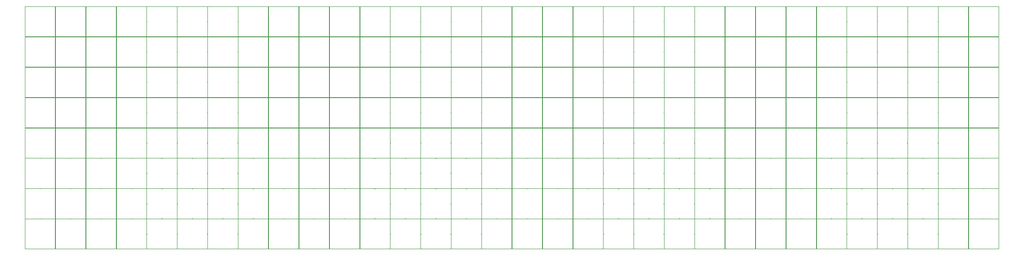
<source format=gto>
G04 #@! TF.GenerationSoftware,KiCad,Pcbnew,6.0.8+dfsg-1~bpo11+1*
G04 #@! TF.CreationDate,2023-05-30T17:00:38-04:00*
G04 #@! TF.ProjectId,10_padded_high_res_loose,31305f70-6164-4646-9564-5f686967685f,rev?*
G04 #@! TF.SameCoordinates,Original*
G04 #@! TF.FileFunction,Legend,Top*
G04 #@! TF.FilePolarity,Positive*
%FSLAX46Y46*%
G04 Gerber Fmt 4.6, Leading zero omitted, Abs format (unit mm)*
G04 Created by KiCad (PCBNEW 6.0.8+dfsg-1~bpo11+1) date 2023-05-30 17:00:38*
%MOMM*%
%LPD*%
G01*
G04 APERTURE LIST*
%ADD10C,0.127000*%
%ADD11C,0.150000*%
G04 APERTURE END LIST*
D10*
X122623500Y-56770000D02*
X122623500Y-104897000D01*
X62623500Y-56770000D02*
X62623500Y-104897000D01*
X164623500Y-56770000D02*
X164623500Y-104897000D01*
X62560000Y-104833500D02*
X254687000Y-104833500D01*
X92623500Y-56770000D02*
X92623500Y-104897000D01*
X200623500Y-56770000D02*
X200623500Y-104897000D01*
X194623500Y-56770000D02*
X194623500Y-104897000D01*
X152623500Y-56770000D02*
X152623500Y-104897000D01*
X248623500Y-56770000D02*
X248623500Y-104897000D01*
X62560000Y-68833500D02*
X254687000Y-68833500D01*
X212623500Y-56770000D02*
X212623500Y-104897000D01*
X62560000Y-92833500D02*
X254687000Y-92833500D01*
X218623500Y-56770000D02*
X218623500Y-104897000D01*
X206623500Y-56770000D02*
X206623500Y-104897000D01*
X98623500Y-56770000D02*
X98623500Y-104897000D01*
X104623500Y-56770000D02*
X104623500Y-104897000D01*
X134623500Y-56770000D02*
X134623500Y-104897000D01*
X236623500Y-56770000D02*
X236623500Y-104897000D01*
X242623500Y-56770000D02*
X242623500Y-104897000D01*
X62560000Y-80833500D02*
X254687000Y-80833500D01*
X62560000Y-74833500D02*
X254687000Y-74833500D01*
X74623500Y-56770000D02*
X74623500Y-104897000D01*
X176623500Y-56770000D02*
X176623500Y-104897000D01*
X182623500Y-56770000D02*
X182623500Y-104897000D01*
X170623500Y-56770000D02*
X170623500Y-104897000D01*
X146623500Y-56770000D02*
X146623500Y-104897000D01*
X188623500Y-56770000D02*
X188623500Y-104897000D01*
X116623500Y-56770000D02*
X116623500Y-104897000D01*
X140623500Y-56770000D02*
X140623500Y-104897000D01*
X86623500Y-56770000D02*
X86623500Y-104897000D01*
X254623500Y-56770000D02*
X254623500Y-104897000D01*
X62560000Y-86833500D02*
X254687000Y-86833500D01*
X62560000Y-62833500D02*
X254687000Y-62833500D01*
X224623500Y-56770000D02*
X224623500Y-104897000D01*
X230623500Y-56770000D02*
X230623500Y-104897000D01*
X158623500Y-56770000D02*
X158623500Y-104897000D01*
X80623500Y-56770000D02*
X80623500Y-104897000D01*
X128623500Y-56770000D02*
X128623500Y-104897000D01*
X110623500Y-56770000D02*
X110623500Y-104897000D01*
X62560000Y-56833500D02*
X254687000Y-56833500D01*
X62560000Y-98833500D02*
X254687000Y-98833500D01*
X68623500Y-56770000D02*
X68623500Y-104897000D01*
%LPC*%
D11*
X270640000Y-56360000D02*
X254720000Y-56360000D01*
X254720000Y-56360000D02*
X254720000Y-105530000D01*
X254720000Y-105530000D02*
X270640000Y-105530000D01*
X270640000Y-105530000D02*
X270640000Y-56360000D01*
G36*
X270640000Y-56360000D02*
G01*
X254720000Y-56360000D01*
X254720000Y-105530000D01*
X270640000Y-105530000D01*
X270640000Y-56360000D01*
G37*
X40770000Y-107260000D02*
X62490000Y-107260000D01*
X62490000Y-107260000D02*
X62490000Y-56140000D01*
X62490000Y-56140000D02*
X40770000Y-56140000D01*
X40770000Y-56140000D02*
X40770000Y-107260000D01*
G36*
X40770000Y-107260000D02*
G01*
X62490000Y-107260000D01*
X62490000Y-56140000D01*
X40770000Y-56140000D01*
X40770000Y-107260000D01*
G37*
X272460000Y-117500000D02*
X41830000Y-117500000D01*
X41830000Y-117500000D02*
X41830000Y-104930000D01*
X41830000Y-104930000D02*
X272460000Y-104930000D01*
X272460000Y-104930000D02*
X272460000Y-117500000D01*
G36*
X272460000Y-117500000D02*
G01*
X41830000Y-117500000D01*
X41830000Y-104930000D01*
X272460000Y-104930000D01*
X272460000Y-117500000D01*
G37*
X37220000Y-42610000D02*
X270110000Y-42610000D01*
X270110000Y-42610000D02*
X270110000Y-56730000D01*
X270110000Y-56730000D02*
X37220000Y-56730000D01*
X37220000Y-56730000D02*
X37220000Y-42610000D01*
G36*
X37220000Y-42610000D02*
G01*
X270110000Y-42610000D01*
X270110000Y-56730000D01*
X37220000Y-56730000D01*
X37220000Y-42610000D01*
G37*
G36*
X137687000Y-83897000D02*
G01*
X140560000Y-83897000D01*
X140560000Y-86770000D01*
X137687000Y-86770000D01*
X137687000Y-83897000D01*
G37*
G36*
X206687000Y-59897000D02*
G01*
X209560000Y-59897000D01*
X209560000Y-62770000D01*
X206687000Y-62770000D01*
X206687000Y-59897000D01*
G37*
G36*
X116687000Y-59897000D02*
G01*
X119560000Y-59897000D01*
X119560000Y-62770000D01*
X116687000Y-62770000D01*
X116687000Y-59897000D01*
G37*
G36*
X86687000Y-77897000D02*
G01*
X89560000Y-77897000D01*
X89560000Y-80770000D01*
X86687000Y-80770000D01*
X86687000Y-77897000D01*
G37*
G36*
X152687000Y-95897000D02*
G01*
X155560000Y-95897000D01*
X155560000Y-98770000D01*
X152687000Y-98770000D01*
X152687000Y-95897000D01*
G37*
G36*
X149687000Y-68897000D02*
G01*
X152560000Y-68897000D01*
X152560000Y-71770000D01*
X149687000Y-71770000D01*
X149687000Y-68897000D01*
G37*
G36*
X218687000Y-56897000D02*
G01*
X221560000Y-56897000D01*
X221560000Y-59770000D01*
X218687000Y-59770000D01*
X218687000Y-56897000D01*
G37*
G36*
X110687000Y-86897000D02*
G01*
X113560000Y-86897000D01*
X113560000Y-89770000D01*
X110687000Y-89770000D01*
X110687000Y-86897000D01*
G37*
G36*
X101687000Y-95897000D02*
G01*
X104560000Y-95897000D01*
X104560000Y-98770000D01*
X101687000Y-98770000D01*
X101687000Y-95897000D01*
G37*
G36*
X245687000Y-101897000D02*
G01*
X248560000Y-101897000D01*
X248560000Y-104770000D01*
X245687000Y-104770000D01*
X245687000Y-101897000D01*
G37*
G36*
X173687000Y-71897000D02*
G01*
X176560000Y-71897000D01*
X176560000Y-74770000D01*
X173687000Y-74770000D01*
X173687000Y-71897000D01*
G37*
G36*
X239687000Y-62897000D02*
G01*
X242560000Y-62897000D01*
X242560000Y-65770000D01*
X239687000Y-65770000D01*
X239687000Y-62897000D01*
G37*
G36*
X179687000Y-83897000D02*
G01*
X182560000Y-83897000D01*
X182560000Y-86770000D01*
X179687000Y-86770000D01*
X179687000Y-83897000D01*
G37*
G36*
X86687000Y-92897000D02*
G01*
X89560000Y-92897000D01*
X89560000Y-95770000D01*
X86687000Y-95770000D01*
X86687000Y-92897000D01*
G37*
G36*
X224687000Y-98897000D02*
G01*
X227560000Y-98897000D01*
X227560000Y-101770000D01*
X224687000Y-101770000D01*
X224687000Y-98897000D01*
G37*
G36*
X134687000Y-89897000D02*
G01*
X137560000Y-89897000D01*
X137560000Y-92770000D01*
X134687000Y-92770000D01*
X134687000Y-89897000D01*
G37*
G36*
X245687000Y-86897000D02*
G01*
X248560000Y-86897000D01*
X248560000Y-89770000D01*
X245687000Y-89770000D01*
X245687000Y-86897000D01*
G37*
G36*
X239687000Y-71897000D02*
G01*
X242560000Y-71897000D01*
X242560000Y-74770000D01*
X239687000Y-74770000D01*
X239687000Y-71897000D01*
G37*
G36*
X236687000Y-83897000D02*
G01*
X239560000Y-83897000D01*
X239560000Y-86770000D01*
X236687000Y-86770000D01*
X236687000Y-83897000D01*
G37*
G36*
X62687000Y-95897000D02*
G01*
X65560000Y-95897000D01*
X65560000Y-98770000D01*
X62687000Y-98770000D01*
X62687000Y-95897000D01*
G37*
G36*
X173687000Y-83897000D02*
G01*
X176560000Y-83897000D01*
X176560000Y-86770000D01*
X173687000Y-86770000D01*
X173687000Y-83897000D01*
G37*
G36*
X173687000Y-59897000D02*
G01*
X176560000Y-59897000D01*
X176560000Y-62770000D01*
X173687000Y-62770000D01*
X173687000Y-59897000D01*
G37*
G36*
X245687000Y-65897000D02*
G01*
X248560000Y-65897000D01*
X248560000Y-68770000D01*
X245687000Y-68770000D01*
X245687000Y-65897000D01*
G37*
G36*
X155687000Y-83897000D02*
G01*
X158560000Y-83897000D01*
X158560000Y-86770000D01*
X155687000Y-86770000D01*
X155687000Y-83897000D01*
G37*
G36*
X95687000Y-95897000D02*
G01*
X98560000Y-95897000D01*
X98560000Y-98770000D01*
X95687000Y-98770000D01*
X95687000Y-95897000D01*
G37*
G36*
X209687000Y-62897000D02*
G01*
X212560000Y-62897000D01*
X212560000Y-65770000D01*
X209687000Y-65770000D01*
X209687000Y-62897000D01*
G37*
G36*
X224687000Y-56897000D02*
G01*
X227560000Y-56897000D01*
X227560000Y-59770000D01*
X224687000Y-59770000D01*
X224687000Y-56897000D01*
G37*
G36*
X233687000Y-92897000D02*
G01*
X236560000Y-92897000D01*
X236560000Y-95770000D01*
X233687000Y-95770000D01*
X233687000Y-92897000D01*
G37*
G36*
X200687000Y-68897000D02*
G01*
X203560000Y-68897000D01*
X203560000Y-71770000D01*
X200687000Y-71770000D01*
X200687000Y-68897000D01*
G37*
G36*
X161687000Y-65897000D02*
G01*
X164560000Y-65897000D01*
X164560000Y-68770000D01*
X161687000Y-68770000D01*
X161687000Y-65897000D01*
G37*
G36*
X77687000Y-95897000D02*
G01*
X80560000Y-95897000D01*
X80560000Y-98770000D01*
X77687000Y-98770000D01*
X77687000Y-95897000D01*
G37*
G36*
X101687000Y-86897000D02*
G01*
X104560000Y-86897000D01*
X104560000Y-89770000D01*
X101687000Y-89770000D01*
X101687000Y-86897000D01*
G37*
G36*
X248687000Y-98897000D02*
G01*
X251560000Y-98897000D01*
X251560000Y-101770000D01*
X248687000Y-101770000D01*
X248687000Y-98897000D01*
G37*
G36*
X236687000Y-65897000D02*
G01*
X239560000Y-65897000D01*
X239560000Y-68770000D01*
X236687000Y-68770000D01*
X236687000Y-65897000D01*
G37*
G36*
X170687000Y-98897000D02*
G01*
X173560000Y-98897000D01*
X173560000Y-101770000D01*
X170687000Y-101770000D01*
X170687000Y-98897000D01*
G37*
G36*
X218687000Y-83897000D02*
G01*
X221560000Y-83897000D01*
X221560000Y-86770000D01*
X218687000Y-86770000D01*
X218687000Y-83897000D01*
G37*
G36*
X122687000Y-83897000D02*
G01*
X125560000Y-83897000D01*
X125560000Y-86770000D01*
X122687000Y-86770000D01*
X122687000Y-83897000D01*
G37*
G36*
X182687000Y-89897000D02*
G01*
X185560000Y-89897000D01*
X185560000Y-92770000D01*
X182687000Y-92770000D01*
X182687000Y-89897000D01*
G37*
G36*
X182687000Y-74897000D02*
G01*
X185560000Y-74897000D01*
X185560000Y-77770000D01*
X182687000Y-77770000D01*
X182687000Y-74897000D01*
G37*
G36*
X251687000Y-71897000D02*
G01*
X254560000Y-71897000D01*
X254560000Y-74770000D01*
X251687000Y-74770000D01*
X251687000Y-71897000D01*
G37*
G36*
X194687000Y-65897000D02*
G01*
X197560000Y-65897000D01*
X197560000Y-68770000D01*
X194687000Y-68770000D01*
X194687000Y-65897000D01*
G37*
G36*
X137687000Y-68897000D02*
G01*
X140560000Y-68897000D01*
X140560000Y-71770000D01*
X137687000Y-71770000D01*
X137687000Y-68897000D01*
G37*
G36*
X125687000Y-74897000D02*
G01*
X128560000Y-74897000D01*
X128560000Y-77770000D01*
X125687000Y-77770000D01*
X125687000Y-74897000D01*
G37*
G36*
X209687000Y-56897000D02*
G01*
X212560000Y-56897000D01*
X212560000Y-59770000D01*
X209687000Y-59770000D01*
X209687000Y-56897000D01*
G37*
G36*
X95687000Y-83897000D02*
G01*
X98560000Y-83897000D01*
X98560000Y-86770000D01*
X95687000Y-86770000D01*
X95687000Y-83897000D01*
G37*
G36*
X71687000Y-92897000D02*
G01*
X74560000Y-92897000D01*
X74560000Y-95770000D01*
X71687000Y-95770000D01*
X71687000Y-92897000D01*
G37*
G36*
X242687000Y-80897000D02*
G01*
X245560000Y-80897000D01*
X245560000Y-83770000D01*
X242687000Y-83770000D01*
X242687000Y-80897000D01*
G37*
G36*
X200687000Y-92897000D02*
G01*
X203560000Y-92897000D01*
X203560000Y-95770000D01*
X200687000Y-95770000D01*
X200687000Y-92897000D01*
G37*
G36*
X248687000Y-92897000D02*
G01*
X251560000Y-92897000D01*
X251560000Y-95770000D01*
X248687000Y-95770000D01*
X248687000Y-92897000D01*
G37*
G36*
X68687000Y-59897000D02*
G01*
X71560000Y-59897000D01*
X71560000Y-62770000D01*
X68687000Y-62770000D01*
X68687000Y-59897000D01*
G37*
G36*
X77687000Y-80897000D02*
G01*
X80560000Y-80897000D01*
X80560000Y-83770000D01*
X77687000Y-83770000D01*
X77687000Y-80897000D01*
G37*
G36*
X125687000Y-68897000D02*
G01*
X128560000Y-68897000D01*
X128560000Y-71770000D01*
X125687000Y-71770000D01*
X125687000Y-68897000D01*
G37*
G36*
X200687000Y-65897000D02*
G01*
X203560000Y-65897000D01*
X203560000Y-68770000D01*
X200687000Y-68770000D01*
X200687000Y-65897000D01*
G37*
G36*
X167687000Y-83897000D02*
G01*
X170560000Y-83897000D01*
X170560000Y-86770000D01*
X167687000Y-86770000D01*
X167687000Y-83897000D01*
G37*
G36*
X200687000Y-83897000D02*
G01*
X203560000Y-83897000D01*
X203560000Y-86770000D01*
X200687000Y-86770000D01*
X200687000Y-83897000D01*
G37*
G36*
X143687000Y-59897000D02*
G01*
X146560000Y-59897000D01*
X146560000Y-62770000D01*
X143687000Y-62770000D01*
X143687000Y-59897000D01*
G37*
G36*
X173687000Y-65897000D02*
G01*
X176560000Y-65897000D01*
X176560000Y-68770000D01*
X173687000Y-68770000D01*
X173687000Y-65897000D01*
G37*
G36*
X251687000Y-86897000D02*
G01*
X254560000Y-86897000D01*
X254560000Y-89770000D01*
X251687000Y-89770000D01*
X251687000Y-86897000D01*
G37*
G36*
X98687000Y-80897000D02*
G01*
X101560000Y-80897000D01*
X101560000Y-83770000D01*
X98687000Y-83770000D01*
X98687000Y-80897000D01*
G37*
G36*
X227687000Y-89897000D02*
G01*
X230560000Y-89897000D01*
X230560000Y-92770000D01*
X227687000Y-92770000D01*
X227687000Y-89897000D01*
G37*
G36*
X191687000Y-86897000D02*
G01*
X194560000Y-86897000D01*
X194560000Y-89770000D01*
X191687000Y-89770000D01*
X191687000Y-86897000D01*
G37*
G36*
X164687000Y-68897000D02*
G01*
X167560000Y-68897000D01*
X167560000Y-71770000D01*
X164687000Y-71770000D01*
X164687000Y-68897000D01*
G37*
G36*
X131687000Y-98897000D02*
G01*
X134560000Y-98897000D01*
X134560000Y-101770000D01*
X131687000Y-101770000D01*
X131687000Y-98897000D01*
G37*
G36*
X227687000Y-83897000D02*
G01*
X230560000Y-83897000D01*
X230560000Y-86770000D01*
X227687000Y-86770000D01*
X227687000Y-83897000D01*
G37*
G36*
X95687000Y-59897000D02*
G01*
X98560000Y-59897000D01*
X98560000Y-62770000D01*
X95687000Y-62770000D01*
X95687000Y-59897000D01*
G37*
G36*
X104687000Y-83897000D02*
G01*
X107560000Y-83897000D01*
X107560000Y-86770000D01*
X104687000Y-86770000D01*
X104687000Y-83897000D01*
G37*
G36*
X116687000Y-74897000D02*
G01*
X119560000Y-74897000D01*
X119560000Y-77770000D01*
X116687000Y-77770000D01*
X116687000Y-74897000D01*
G37*
G36*
X188687000Y-95897000D02*
G01*
X191560000Y-95897000D01*
X191560000Y-98770000D01*
X188687000Y-98770000D01*
X188687000Y-95897000D01*
G37*
G36*
X218687000Y-98897000D02*
G01*
X221560000Y-98897000D01*
X221560000Y-101770000D01*
X218687000Y-101770000D01*
X218687000Y-98897000D01*
G37*
G36*
X182687000Y-101897000D02*
G01*
X185560000Y-101897000D01*
X185560000Y-104770000D01*
X182687000Y-104770000D01*
X182687000Y-101897000D01*
G37*
G36*
X110687000Y-92897000D02*
G01*
X113560000Y-92897000D01*
X113560000Y-95770000D01*
X110687000Y-95770000D01*
X110687000Y-92897000D01*
G37*
G36*
X134687000Y-68897000D02*
G01*
X137560000Y-68897000D01*
X137560000Y-71770000D01*
X134687000Y-71770000D01*
X134687000Y-68897000D01*
G37*
G36*
X125687000Y-95897000D02*
G01*
X128560000Y-95897000D01*
X128560000Y-98770000D01*
X125687000Y-98770000D01*
X125687000Y-95897000D01*
G37*
G36*
X194687000Y-77897000D02*
G01*
X197560000Y-77897000D01*
X197560000Y-80770000D01*
X194687000Y-80770000D01*
X194687000Y-77897000D01*
G37*
G36*
X128687000Y-86897000D02*
G01*
X131560000Y-86897000D01*
X131560000Y-89770000D01*
X128687000Y-89770000D01*
X128687000Y-86897000D01*
G37*
G36*
X77687000Y-65897000D02*
G01*
X80560000Y-65897000D01*
X80560000Y-68770000D01*
X77687000Y-68770000D01*
X77687000Y-65897000D01*
G37*
G36*
X80687000Y-56897000D02*
G01*
X83560000Y-56897000D01*
X83560000Y-59770000D01*
X80687000Y-59770000D01*
X80687000Y-56897000D01*
G37*
G36*
X236687000Y-86897000D02*
G01*
X239560000Y-86897000D01*
X239560000Y-89770000D01*
X236687000Y-89770000D01*
X236687000Y-86897000D01*
G37*
G36*
X80687000Y-77897000D02*
G01*
X83560000Y-77897000D01*
X83560000Y-80770000D01*
X80687000Y-80770000D01*
X80687000Y-77897000D01*
G37*
G36*
X173687000Y-92897000D02*
G01*
X176560000Y-92897000D01*
X176560000Y-95770000D01*
X173687000Y-95770000D01*
X173687000Y-92897000D01*
G37*
G36*
X77687000Y-59897000D02*
G01*
X80560000Y-59897000D01*
X80560000Y-62770000D01*
X77687000Y-62770000D01*
X77687000Y-59897000D01*
G37*
G36*
X140687000Y-101897000D02*
G01*
X143560000Y-101897000D01*
X143560000Y-104770000D01*
X140687000Y-104770000D01*
X140687000Y-101897000D01*
G37*
G36*
X209687000Y-77897000D02*
G01*
X212560000Y-77897000D01*
X212560000Y-80770000D01*
X209687000Y-80770000D01*
X209687000Y-77897000D01*
G37*
G36*
X242687000Y-65897000D02*
G01*
X245560000Y-65897000D01*
X245560000Y-68770000D01*
X242687000Y-68770000D01*
X242687000Y-65897000D01*
G37*
G36*
X230687000Y-65897000D02*
G01*
X233560000Y-65897000D01*
X233560000Y-68770000D01*
X230687000Y-68770000D01*
X230687000Y-65897000D01*
G37*
G36*
X68687000Y-80897000D02*
G01*
X71560000Y-80897000D01*
X71560000Y-83770000D01*
X68687000Y-83770000D01*
X68687000Y-80897000D01*
G37*
G36*
X140687000Y-92897000D02*
G01*
X143560000Y-92897000D01*
X143560000Y-95770000D01*
X140687000Y-95770000D01*
X140687000Y-92897000D01*
G37*
G36*
X185687000Y-71897000D02*
G01*
X188560000Y-71897000D01*
X188560000Y-74770000D01*
X185687000Y-74770000D01*
X185687000Y-71897000D01*
G37*
G36*
X197687000Y-83897000D02*
G01*
X200560000Y-83897000D01*
X200560000Y-86770000D01*
X197687000Y-86770000D01*
X197687000Y-83897000D01*
G37*
G36*
X104687000Y-77897000D02*
G01*
X107560000Y-77897000D01*
X107560000Y-80770000D01*
X104687000Y-80770000D01*
X104687000Y-77897000D01*
G37*
G36*
X167687000Y-71897000D02*
G01*
X170560000Y-71897000D01*
X170560000Y-74770000D01*
X167687000Y-74770000D01*
X167687000Y-71897000D01*
G37*
G36*
X176687000Y-77897000D02*
G01*
X179560000Y-77897000D01*
X179560000Y-80770000D01*
X176687000Y-80770000D01*
X176687000Y-77897000D01*
G37*
G36*
X212687000Y-98897000D02*
G01*
X215560000Y-98897000D01*
X215560000Y-101770000D01*
X212687000Y-101770000D01*
X212687000Y-98897000D01*
G37*
G36*
X137687000Y-56897000D02*
G01*
X140560000Y-56897000D01*
X140560000Y-59770000D01*
X137687000Y-59770000D01*
X137687000Y-56897000D01*
G37*
G36*
X101687000Y-98897000D02*
G01*
X104560000Y-98897000D01*
X104560000Y-101770000D01*
X101687000Y-101770000D01*
X101687000Y-98897000D01*
G37*
G36*
X200687000Y-101897000D02*
G01*
X203560000Y-101897000D01*
X203560000Y-104770000D01*
X200687000Y-104770000D01*
X200687000Y-101897000D01*
G37*
G36*
X89687000Y-62897000D02*
G01*
X92560000Y-62897000D01*
X92560000Y-65770000D01*
X89687000Y-65770000D01*
X89687000Y-62897000D01*
G37*
G36*
X227687000Y-86897000D02*
G01*
X230560000Y-86897000D01*
X230560000Y-89770000D01*
X227687000Y-89770000D01*
X227687000Y-86897000D01*
G37*
G36*
X173687000Y-68897000D02*
G01*
X176560000Y-68897000D01*
X176560000Y-71770000D01*
X173687000Y-71770000D01*
X173687000Y-68897000D01*
G37*
G36*
X161687000Y-89897000D02*
G01*
X164560000Y-89897000D01*
X164560000Y-92770000D01*
X161687000Y-92770000D01*
X161687000Y-89897000D01*
G37*
G36*
X212687000Y-101897000D02*
G01*
X215560000Y-101897000D01*
X215560000Y-104770000D01*
X212687000Y-104770000D01*
X212687000Y-101897000D01*
G37*
G36*
X89687000Y-86897000D02*
G01*
X92560000Y-86897000D01*
X92560000Y-89770000D01*
X89687000Y-89770000D01*
X89687000Y-86897000D01*
G37*
G36*
X239687000Y-65897000D02*
G01*
X242560000Y-65897000D01*
X242560000Y-68770000D01*
X239687000Y-68770000D01*
X239687000Y-65897000D01*
G37*
G36*
X128687000Y-77897000D02*
G01*
X131560000Y-77897000D01*
X131560000Y-80770000D01*
X128687000Y-80770000D01*
X128687000Y-77897000D01*
G37*
G36*
X140687000Y-77897000D02*
G01*
X143560000Y-77897000D01*
X143560000Y-80770000D01*
X140687000Y-80770000D01*
X140687000Y-77897000D01*
G37*
G36*
X227687000Y-68897000D02*
G01*
X230560000Y-68897000D01*
X230560000Y-71770000D01*
X227687000Y-71770000D01*
X227687000Y-68897000D01*
G37*
G36*
X89687000Y-77897000D02*
G01*
X92560000Y-77897000D01*
X92560000Y-80770000D01*
X89687000Y-80770000D01*
X89687000Y-77897000D01*
G37*
G36*
X89687000Y-101897000D02*
G01*
X92560000Y-101897000D01*
X92560000Y-104770000D01*
X89687000Y-104770000D01*
X89687000Y-101897000D01*
G37*
G36*
X146687000Y-62897000D02*
G01*
X149560000Y-62897000D01*
X149560000Y-65770000D01*
X146687000Y-65770000D01*
X146687000Y-62897000D01*
G37*
G36*
X146687000Y-65897000D02*
G01*
X149560000Y-65897000D01*
X149560000Y-68770000D01*
X146687000Y-68770000D01*
X146687000Y-65897000D01*
G37*
G36*
X224687000Y-65897000D02*
G01*
X227560000Y-65897000D01*
X227560000Y-68770000D01*
X224687000Y-68770000D01*
X224687000Y-65897000D01*
G37*
G36*
X194687000Y-59897000D02*
G01*
X197560000Y-59897000D01*
X197560000Y-62770000D01*
X194687000Y-62770000D01*
X194687000Y-59897000D01*
G37*
G36*
X197687000Y-89897000D02*
G01*
X200560000Y-89897000D01*
X200560000Y-92770000D01*
X197687000Y-92770000D01*
X197687000Y-89897000D01*
G37*
G36*
X215687000Y-62897000D02*
G01*
X218560000Y-62897000D01*
X218560000Y-65770000D01*
X215687000Y-65770000D01*
X215687000Y-62897000D01*
G37*
G36*
X92687000Y-62897000D02*
G01*
X95560000Y-62897000D01*
X95560000Y-65770000D01*
X92687000Y-65770000D01*
X92687000Y-62897000D01*
G37*
G36*
X77687000Y-71897000D02*
G01*
X80560000Y-71897000D01*
X80560000Y-74770000D01*
X77687000Y-74770000D01*
X77687000Y-71897000D01*
G37*
G36*
X92687000Y-86897000D02*
G01*
X95560000Y-86897000D01*
X95560000Y-89770000D01*
X92687000Y-89770000D01*
X92687000Y-86897000D01*
G37*
G36*
X182687000Y-92897000D02*
G01*
X185560000Y-92897000D01*
X185560000Y-95770000D01*
X182687000Y-95770000D01*
X182687000Y-92897000D01*
G37*
G36*
X239687000Y-59897000D02*
G01*
X242560000Y-59897000D01*
X242560000Y-62770000D01*
X239687000Y-62770000D01*
X239687000Y-59897000D01*
G37*
G36*
X215687000Y-77897000D02*
G01*
X218560000Y-77897000D01*
X218560000Y-80770000D01*
X215687000Y-80770000D01*
X215687000Y-77897000D01*
G37*
G36*
X152687000Y-80897000D02*
G01*
X155560000Y-80897000D01*
X155560000Y-83770000D01*
X152687000Y-83770000D01*
X152687000Y-80897000D01*
G37*
G36*
X77687000Y-62897000D02*
G01*
X80560000Y-62897000D01*
X80560000Y-65770000D01*
X77687000Y-65770000D01*
X77687000Y-62897000D01*
G37*
G36*
X200687000Y-62897000D02*
G01*
X203560000Y-62897000D01*
X203560000Y-65770000D01*
X200687000Y-65770000D01*
X200687000Y-62897000D01*
G37*
G36*
X104687000Y-59897000D02*
G01*
X107560000Y-59897000D01*
X107560000Y-62770000D01*
X104687000Y-62770000D01*
X104687000Y-59897000D01*
G37*
G36*
X176687000Y-98897000D02*
G01*
X179560000Y-98897000D01*
X179560000Y-101770000D01*
X176687000Y-101770000D01*
X176687000Y-98897000D01*
G37*
G36*
X203687000Y-95897000D02*
G01*
X206560000Y-95897000D01*
X206560000Y-98770000D01*
X203687000Y-98770000D01*
X203687000Y-95897000D01*
G37*
G36*
X122687000Y-62897000D02*
G01*
X125560000Y-62897000D01*
X125560000Y-65770000D01*
X122687000Y-65770000D01*
X122687000Y-62897000D01*
G37*
G36*
X224687000Y-68897000D02*
G01*
X227560000Y-68897000D01*
X227560000Y-71770000D01*
X224687000Y-71770000D01*
X224687000Y-68897000D01*
G37*
G36*
X248687000Y-86897000D02*
G01*
X251560000Y-86897000D01*
X251560000Y-89770000D01*
X248687000Y-89770000D01*
X248687000Y-86897000D01*
G37*
G36*
X125687000Y-56897000D02*
G01*
X128560000Y-56897000D01*
X128560000Y-59770000D01*
X125687000Y-59770000D01*
X125687000Y-56897000D01*
G37*
G36*
X248687000Y-62897000D02*
G01*
X251560000Y-62897000D01*
X251560000Y-65770000D01*
X248687000Y-65770000D01*
X248687000Y-62897000D01*
G37*
G36*
X194687000Y-83897000D02*
G01*
X197560000Y-83897000D01*
X197560000Y-86770000D01*
X194687000Y-86770000D01*
X194687000Y-83897000D01*
G37*
G36*
X128687000Y-56897000D02*
G01*
X131560000Y-56897000D01*
X131560000Y-59770000D01*
X128687000Y-59770000D01*
X128687000Y-56897000D01*
G37*
G36*
X161687000Y-77897000D02*
G01*
X164560000Y-77897000D01*
X164560000Y-80770000D01*
X161687000Y-80770000D01*
X161687000Y-77897000D01*
G37*
G36*
X248687000Y-65897000D02*
G01*
X251560000Y-65897000D01*
X251560000Y-68770000D01*
X248687000Y-68770000D01*
X248687000Y-65897000D01*
G37*
G36*
X218687000Y-65897000D02*
G01*
X221560000Y-65897000D01*
X221560000Y-68770000D01*
X218687000Y-68770000D01*
X218687000Y-65897000D01*
G37*
G36*
X179687000Y-89897000D02*
G01*
X182560000Y-89897000D01*
X182560000Y-92770000D01*
X179687000Y-92770000D01*
X179687000Y-89897000D01*
G37*
G36*
X113687000Y-89897000D02*
G01*
X116560000Y-89897000D01*
X116560000Y-92770000D01*
X113687000Y-92770000D01*
X113687000Y-89897000D01*
G37*
G36*
X125687000Y-83897000D02*
G01*
X128560000Y-83897000D01*
X128560000Y-86770000D01*
X125687000Y-86770000D01*
X125687000Y-83897000D01*
G37*
G36*
X143687000Y-74897000D02*
G01*
X146560000Y-74897000D01*
X146560000Y-77770000D01*
X143687000Y-77770000D01*
X143687000Y-74897000D01*
G37*
G36*
X122687000Y-98897000D02*
G01*
X125560000Y-98897000D01*
X125560000Y-101770000D01*
X122687000Y-101770000D01*
X122687000Y-98897000D01*
G37*
G36*
X203687000Y-62897000D02*
G01*
X206560000Y-62897000D01*
X206560000Y-65770000D01*
X203687000Y-65770000D01*
X203687000Y-62897000D01*
G37*
G36*
X188687000Y-83897000D02*
G01*
X191560000Y-83897000D01*
X191560000Y-86770000D01*
X188687000Y-86770000D01*
X188687000Y-83897000D01*
G37*
G36*
X185687000Y-98897000D02*
G01*
X188560000Y-98897000D01*
X188560000Y-101770000D01*
X185687000Y-101770000D01*
X185687000Y-98897000D01*
G37*
G36*
X245687000Y-68897000D02*
G01*
X248560000Y-68897000D01*
X248560000Y-71770000D01*
X245687000Y-71770000D01*
X245687000Y-68897000D01*
G37*
G36*
X218687000Y-77897000D02*
G01*
X221560000Y-77897000D01*
X221560000Y-80770000D01*
X218687000Y-80770000D01*
X218687000Y-77897000D01*
G37*
G36*
X113687000Y-101897000D02*
G01*
X116560000Y-101897000D01*
X116560000Y-104770000D01*
X113687000Y-104770000D01*
X113687000Y-101897000D01*
G37*
G36*
X182687000Y-56897000D02*
G01*
X185560000Y-56897000D01*
X185560000Y-59770000D01*
X182687000Y-59770000D01*
X182687000Y-56897000D01*
G37*
G36*
X179687000Y-86897000D02*
G01*
X182560000Y-86897000D01*
X182560000Y-89770000D01*
X179687000Y-89770000D01*
X179687000Y-86897000D01*
G37*
G36*
X86687000Y-56897000D02*
G01*
X89560000Y-56897000D01*
X89560000Y-59770000D01*
X86687000Y-59770000D01*
X86687000Y-56897000D01*
G37*
G36*
X203687000Y-98897000D02*
G01*
X206560000Y-98897000D01*
X206560000Y-101770000D01*
X203687000Y-101770000D01*
X203687000Y-98897000D01*
G37*
G36*
X218687000Y-101897000D02*
G01*
X221560000Y-101897000D01*
X221560000Y-104770000D01*
X218687000Y-104770000D01*
X218687000Y-101897000D01*
G37*
G36*
X188687000Y-65897000D02*
G01*
X191560000Y-65897000D01*
X191560000Y-68770000D01*
X188687000Y-68770000D01*
X188687000Y-65897000D01*
G37*
G36*
X110687000Y-68897000D02*
G01*
X113560000Y-68897000D01*
X113560000Y-71770000D01*
X110687000Y-71770000D01*
X110687000Y-68897000D01*
G37*
G36*
X146687000Y-59897000D02*
G01*
X149560000Y-59897000D01*
X149560000Y-62770000D01*
X146687000Y-62770000D01*
X146687000Y-59897000D01*
G37*
G36*
X185687000Y-65897000D02*
G01*
X188560000Y-65897000D01*
X188560000Y-68770000D01*
X185687000Y-68770000D01*
X185687000Y-65897000D01*
G37*
G36*
X98687000Y-71897000D02*
G01*
X101560000Y-71897000D01*
X101560000Y-74770000D01*
X98687000Y-74770000D01*
X98687000Y-71897000D01*
G37*
G36*
X83687000Y-98897000D02*
G01*
X86560000Y-98897000D01*
X86560000Y-101770000D01*
X83687000Y-101770000D01*
X83687000Y-98897000D01*
G37*
G36*
X167687000Y-59897000D02*
G01*
X170560000Y-59897000D01*
X170560000Y-62770000D01*
X167687000Y-62770000D01*
X167687000Y-59897000D01*
G37*
G36*
X197687000Y-98897000D02*
G01*
X200560000Y-98897000D01*
X200560000Y-101770000D01*
X197687000Y-101770000D01*
X197687000Y-98897000D01*
G37*
G36*
X215687000Y-101897000D02*
G01*
X218560000Y-101897000D01*
X218560000Y-104770000D01*
X215687000Y-104770000D01*
X215687000Y-101897000D01*
G37*
G36*
X188687000Y-56897000D02*
G01*
X191560000Y-56897000D01*
X191560000Y-59770000D01*
X188687000Y-59770000D01*
X188687000Y-56897000D01*
G37*
G36*
X74687000Y-86897000D02*
G01*
X77560000Y-86897000D01*
X77560000Y-89770000D01*
X74687000Y-89770000D01*
X74687000Y-86897000D01*
G37*
G36*
X194687000Y-101897000D02*
G01*
X197560000Y-101897000D01*
X197560000Y-104770000D01*
X194687000Y-104770000D01*
X194687000Y-101897000D01*
G37*
G36*
X149687000Y-92897000D02*
G01*
X152560000Y-92897000D01*
X152560000Y-95770000D01*
X149687000Y-95770000D01*
X149687000Y-92897000D01*
G37*
G36*
X203687000Y-59897000D02*
G01*
X206560000Y-59897000D01*
X206560000Y-62770000D01*
X203687000Y-62770000D01*
X203687000Y-59897000D01*
G37*
G36*
X146687000Y-83897000D02*
G01*
X149560000Y-83897000D01*
X149560000Y-86770000D01*
X146687000Y-86770000D01*
X146687000Y-83897000D01*
G37*
G36*
X122687000Y-68897000D02*
G01*
X125560000Y-68897000D01*
X125560000Y-71770000D01*
X122687000Y-71770000D01*
X122687000Y-68897000D01*
G37*
G36*
X140687000Y-59897000D02*
G01*
X143560000Y-59897000D01*
X143560000Y-62770000D01*
X140687000Y-62770000D01*
X140687000Y-59897000D01*
G37*
G36*
X143687000Y-92897000D02*
G01*
X146560000Y-92897000D01*
X146560000Y-95770000D01*
X143687000Y-95770000D01*
X143687000Y-92897000D01*
G37*
G36*
X92687000Y-77897000D02*
G01*
X95560000Y-77897000D01*
X95560000Y-80770000D01*
X92687000Y-80770000D01*
X92687000Y-77897000D01*
G37*
G36*
X74687000Y-65897000D02*
G01*
X77560000Y-65897000D01*
X77560000Y-68770000D01*
X74687000Y-68770000D01*
X74687000Y-65897000D01*
G37*
G36*
X203687000Y-83897000D02*
G01*
X206560000Y-83897000D01*
X206560000Y-86770000D01*
X203687000Y-86770000D01*
X203687000Y-83897000D01*
G37*
G36*
X215687000Y-65897000D02*
G01*
X218560000Y-65897000D01*
X218560000Y-68770000D01*
X215687000Y-68770000D01*
X215687000Y-65897000D01*
G37*
G36*
X218687000Y-59897000D02*
G01*
X221560000Y-59897000D01*
X221560000Y-62770000D01*
X218687000Y-62770000D01*
X218687000Y-59897000D01*
G37*
G36*
X191687000Y-80897000D02*
G01*
X194560000Y-80897000D01*
X194560000Y-83770000D01*
X191687000Y-83770000D01*
X191687000Y-80897000D01*
G37*
G36*
X68687000Y-77897000D02*
G01*
X71560000Y-77897000D01*
X71560000Y-80770000D01*
X68687000Y-80770000D01*
X68687000Y-77897000D01*
G37*
G36*
X62687000Y-62897000D02*
G01*
X65560000Y-62897000D01*
X65560000Y-65770000D01*
X62687000Y-65770000D01*
X62687000Y-62897000D01*
G37*
G36*
X176687000Y-56897000D02*
G01*
X179560000Y-56897000D01*
X179560000Y-59770000D01*
X176687000Y-59770000D01*
X176687000Y-56897000D01*
G37*
G36*
X101687000Y-89897000D02*
G01*
X104560000Y-89897000D01*
X104560000Y-92770000D01*
X101687000Y-92770000D01*
X101687000Y-89897000D01*
G37*
G36*
X80687000Y-101897000D02*
G01*
X83560000Y-101897000D01*
X83560000Y-104770000D01*
X80687000Y-104770000D01*
X80687000Y-101897000D01*
G37*
G36*
X95687000Y-68897000D02*
G01*
X98560000Y-68897000D01*
X98560000Y-71770000D01*
X95687000Y-71770000D01*
X95687000Y-68897000D01*
G37*
G36*
X83687000Y-56897000D02*
G01*
X86560000Y-56897000D01*
X86560000Y-59770000D01*
X83687000Y-59770000D01*
X83687000Y-56897000D01*
G37*
G36*
X200687000Y-98897000D02*
G01*
X203560000Y-98897000D01*
X203560000Y-101770000D01*
X200687000Y-101770000D01*
X200687000Y-98897000D01*
G37*
G36*
X212687000Y-89897000D02*
G01*
X215560000Y-89897000D01*
X215560000Y-92770000D01*
X212687000Y-92770000D01*
X212687000Y-89897000D01*
G37*
G36*
X221687000Y-65897000D02*
G01*
X224560000Y-65897000D01*
X224560000Y-68770000D01*
X221687000Y-68770000D01*
X221687000Y-65897000D01*
G37*
G36*
X152687000Y-98897000D02*
G01*
X155560000Y-98897000D01*
X155560000Y-101770000D01*
X152687000Y-101770000D01*
X152687000Y-98897000D01*
G37*
G36*
X152687000Y-59897000D02*
G01*
X155560000Y-59897000D01*
X155560000Y-62770000D01*
X152687000Y-62770000D01*
X152687000Y-59897000D01*
G37*
G36*
X233687000Y-101897000D02*
G01*
X236560000Y-101897000D01*
X236560000Y-104770000D01*
X233687000Y-104770000D01*
X233687000Y-101897000D01*
G37*
G36*
X209687000Y-86897000D02*
G01*
X212560000Y-86897000D01*
X212560000Y-89770000D01*
X209687000Y-89770000D01*
X209687000Y-86897000D01*
G37*
G36*
X167687000Y-62897000D02*
G01*
X170560000Y-62897000D01*
X170560000Y-65770000D01*
X167687000Y-65770000D01*
X167687000Y-62897000D01*
G37*
G36*
X224687000Y-92897000D02*
G01*
X227560000Y-92897000D01*
X227560000Y-95770000D01*
X224687000Y-95770000D01*
X224687000Y-92897000D01*
G37*
G36*
X248687000Y-101897000D02*
G01*
X251560000Y-101897000D01*
X251560000Y-104770000D01*
X248687000Y-104770000D01*
X248687000Y-101897000D01*
G37*
G36*
X92687000Y-95897000D02*
G01*
X95560000Y-95897000D01*
X95560000Y-98770000D01*
X92687000Y-98770000D01*
X92687000Y-95897000D01*
G37*
G36*
X104687000Y-101897000D02*
G01*
X107560000Y-101897000D01*
X107560000Y-104770000D01*
X104687000Y-104770000D01*
X104687000Y-101897000D01*
G37*
G36*
X206687000Y-71897000D02*
G01*
X209560000Y-71897000D01*
X209560000Y-74770000D01*
X206687000Y-74770000D01*
X206687000Y-71897000D01*
G37*
G36*
X122687000Y-71897000D02*
G01*
X125560000Y-71897000D01*
X125560000Y-74770000D01*
X122687000Y-74770000D01*
X122687000Y-71897000D01*
G37*
G36*
X62687000Y-56897000D02*
G01*
X65560000Y-56897000D01*
X65560000Y-59770000D01*
X62687000Y-59770000D01*
X62687000Y-56897000D01*
G37*
G36*
X212687000Y-56897000D02*
G01*
X215560000Y-56897000D01*
X215560000Y-59770000D01*
X212687000Y-59770000D01*
X212687000Y-56897000D01*
G37*
G36*
X188687000Y-98897000D02*
G01*
X191560000Y-98897000D01*
X191560000Y-101770000D01*
X188687000Y-101770000D01*
X188687000Y-98897000D01*
G37*
G36*
X245687000Y-77897000D02*
G01*
X248560000Y-77897000D01*
X248560000Y-80770000D01*
X245687000Y-80770000D01*
X245687000Y-77897000D01*
G37*
G36*
X128687000Y-101897000D02*
G01*
X131560000Y-101897000D01*
X131560000Y-104770000D01*
X128687000Y-104770000D01*
X128687000Y-101897000D01*
G37*
G36*
X119687000Y-83897000D02*
G01*
X122560000Y-83897000D01*
X122560000Y-86770000D01*
X119687000Y-86770000D01*
X119687000Y-83897000D01*
G37*
G36*
X191687000Y-62897000D02*
G01*
X194560000Y-62897000D01*
X194560000Y-65770000D01*
X191687000Y-65770000D01*
X191687000Y-62897000D01*
G37*
G36*
X158687000Y-62897000D02*
G01*
X161560000Y-62897000D01*
X161560000Y-65770000D01*
X158687000Y-65770000D01*
X158687000Y-62897000D01*
G37*
G36*
X161687000Y-92897000D02*
G01*
X164560000Y-92897000D01*
X164560000Y-95770000D01*
X161687000Y-95770000D01*
X161687000Y-92897000D01*
G37*
G36*
X212687000Y-68897000D02*
G01*
X215560000Y-68897000D01*
X215560000Y-71770000D01*
X212687000Y-71770000D01*
X212687000Y-68897000D01*
G37*
G36*
X92687000Y-71897000D02*
G01*
X95560000Y-71897000D01*
X95560000Y-74770000D01*
X92687000Y-74770000D01*
X92687000Y-71897000D01*
G37*
G36*
X92687000Y-74897000D02*
G01*
X95560000Y-74897000D01*
X95560000Y-77770000D01*
X92687000Y-77770000D01*
X92687000Y-74897000D01*
G37*
G36*
X95687000Y-86897000D02*
G01*
X98560000Y-86897000D01*
X98560000Y-89770000D01*
X95687000Y-89770000D01*
X95687000Y-86897000D01*
G37*
G36*
X128687000Y-71897000D02*
G01*
X131560000Y-71897000D01*
X131560000Y-74770000D01*
X128687000Y-74770000D01*
X128687000Y-71897000D01*
G37*
G36*
X71687000Y-56897000D02*
G01*
X74560000Y-56897000D01*
X74560000Y-59770000D01*
X71687000Y-59770000D01*
X71687000Y-56897000D01*
G37*
G36*
X68687000Y-86897000D02*
G01*
X71560000Y-86897000D01*
X71560000Y-89770000D01*
X68687000Y-89770000D01*
X68687000Y-86897000D01*
G37*
G36*
X95687000Y-56897000D02*
G01*
X98560000Y-56897000D01*
X98560000Y-59770000D01*
X95687000Y-59770000D01*
X95687000Y-56897000D01*
G37*
G36*
X83687000Y-65897000D02*
G01*
X86560000Y-65897000D01*
X86560000Y-68770000D01*
X83687000Y-68770000D01*
X83687000Y-65897000D01*
G37*
G36*
X176687000Y-59897000D02*
G01*
X179560000Y-59897000D01*
X179560000Y-62770000D01*
X176687000Y-62770000D01*
X176687000Y-59897000D01*
G37*
G36*
X110687000Y-101897000D02*
G01*
X113560000Y-101897000D01*
X113560000Y-104770000D01*
X110687000Y-104770000D01*
X110687000Y-101897000D01*
G37*
G36*
X158687000Y-86897000D02*
G01*
X161560000Y-86897000D01*
X161560000Y-89770000D01*
X158687000Y-89770000D01*
X158687000Y-86897000D01*
G37*
G36*
X98687000Y-95897000D02*
G01*
X101560000Y-95897000D01*
X101560000Y-98770000D01*
X98687000Y-98770000D01*
X98687000Y-95897000D01*
G37*
G36*
X74687000Y-68897000D02*
G01*
X77560000Y-68897000D01*
X77560000Y-71770000D01*
X74687000Y-71770000D01*
X74687000Y-68897000D01*
G37*
G36*
X155687000Y-98897000D02*
G01*
X158560000Y-98897000D01*
X158560000Y-101770000D01*
X155687000Y-101770000D01*
X155687000Y-98897000D01*
G37*
G36*
X113687000Y-86897000D02*
G01*
X116560000Y-86897000D01*
X116560000Y-89770000D01*
X113687000Y-89770000D01*
X113687000Y-86897000D01*
G37*
G36*
X113687000Y-65897000D02*
G01*
X116560000Y-65897000D01*
X116560000Y-68770000D01*
X113687000Y-68770000D01*
X113687000Y-65897000D01*
G37*
G36*
X239687000Y-83897000D02*
G01*
X242560000Y-83897000D01*
X242560000Y-86770000D01*
X239687000Y-86770000D01*
X239687000Y-83897000D01*
G37*
G36*
X62687000Y-59897000D02*
G01*
X65560000Y-59897000D01*
X65560000Y-62770000D01*
X62687000Y-62770000D01*
X62687000Y-59897000D01*
G37*
G36*
X212687000Y-62897000D02*
G01*
X215560000Y-62897000D01*
X215560000Y-65770000D01*
X212687000Y-65770000D01*
X212687000Y-62897000D01*
G37*
G36*
X152687000Y-65897000D02*
G01*
X155560000Y-65897000D01*
X155560000Y-68770000D01*
X152687000Y-68770000D01*
X152687000Y-65897000D01*
G37*
G36*
X185687000Y-95897000D02*
G01*
X188560000Y-95897000D01*
X188560000Y-98770000D01*
X185687000Y-98770000D01*
X185687000Y-95897000D01*
G37*
G36*
X77687000Y-74897000D02*
G01*
X80560000Y-74897000D01*
X80560000Y-77770000D01*
X77687000Y-77770000D01*
X77687000Y-74897000D01*
G37*
G36*
X164687000Y-89897000D02*
G01*
X167560000Y-89897000D01*
X167560000Y-92770000D01*
X164687000Y-92770000D01*
X164687000Y-89897000D01*
G37*
G36*
X200687000Y-77897000D02*
G01*
X203560000Y-77897000D01*
X203560000Y-80770000D01*
X200687000Y-80770000D01*
X200687000Y-77897000D01*
G37*
G36*
X104687000Y-80897000D02*
G01*
X107560000Y-80897000D01*
X107560000Y-83770000D01*
X104687000Y-83770000D01*
X104687000Y-80897000D01*
G37*
G36*
X242687000Y-89897000D02*
G01*
X245560000Y-89897000D01*
X245560000Y-92770000D01*
X242687000Y-92770000D01*
X242687000Y-89897000D01*
G37*
G36*
X218687000Y-68897000D02*
G01*
X221560000Y-68897000D01*
X221560000Y-71770000D01*
X218687000Y-71770000D01*
X218687000Y-68897000D01*
G37*
G36*
X83687000Y-77897000D02*
G01*
X86560000Y-77897000D01*
X86560000Y-80770000D01*
X83687000Y-80770000D01*
X83687000Y-77897000D01*
G37*
G36*
X182687000Y-62897000D02*
G01*
X185560000Y-62897000D01*
X185560000Y-65770000D01*
X182687000Y-65770000D01*
X182687000Y-62897000D01*
G37*
G36*
X215687000Y-83897000D02*
G01*
X218560000Y-83897000D01*
X218560000Y-86770000D01*
X215687000Y-86770000D01*
X215687000Y-83897000D01*
G37*
G36*
X68687000Y-83897000D02*
G01*
X71560000Y-83897000D01*
X71560000Y-86770000D01*
X68687000Y-86770000D01*
X68687000Y-83897000D01*
G37*
G36*
X101687000Y-74897000D02*
G01*
X104560000Y-74897000D01*
X104560000Y-77770000D01*
X101687000Y-77770000D01*
X101687000Y-74897000D01*
G37*
G36*
X116687000Y-77897000D02*
G01*
X119560000Y-77897000D01*
X119560000Y-80770000D01*
X116687000Y-80770000D01*
X116687000Y-77897000D01*
G37*
G36*
X116687000Y-68897000D02*
G01*
X119560000Y-68897000D01*
X119560000Y-71770000D01*
X116687000Y-71770000D01*
X116687000Y-68897000D01*
G37*
G36*
X128687000Y-80897000D02*
G01*
X131560000Y-80897000D01*
X131560000Y-83770000D01*
X128687000Y-83770000D01*
X128687000Y-80897000D01*
G37*
G36*
X140687000Y-71897000D02*
G01*
X143560000Y-71897000D01*
X143560000Y-74770000D01*
X140687000Y-74770000D01*
X140687000Y-71897000D01*
G37*
G36*
X218687000Y-74897000D02*
G01*
X221560000Y-74897000D01*
X221560000Y-77770000D01*
X218687000Y-77770000D01*
X218687000Y-74897000D01*
G37*
G36*
X233687000Y-83897000D02*
G01*
X236560000Y-83897000D01*
X236560000Y-86770000D01*
X233687000Y-86770000D01*
X233687000Y-83897000D01*
G37*
G36*
X230687000Y-86897000D02*
G01*
X233560000Y-86897000D01*
X233560000Y-89770000D01*
X230687000Y-89770000D01*
X230687000Y-86897000D01*
G37*
G36*
X146687000Y-101897000D02*
G01*
X149560000Y-101897000D01*
X149560000Y-104770000D01*
X146687000Y-104770000D01*
X146687000Y-101897000D01*
G37*
G36*
X155687000Y-80897000D02*
G01*
X158560000Y-80897000D01*
X158560000Y-83770000D01*
X155687000Y-83770000D01*
X155687000Y-80897000D01*
G37*
G36*
X107687000Y-83897000D02*
G01*
X110560000Y-83897000D01*
X110560000Y-86770000D01*
X107687000Y-86770000D01*
X107687000Y-83897000D01*
G37*
G36*
X134687000Y-92897000D02*
G01*
X137560000Y-92897000D01*
X137560000Y-95770000D01*
X134687000Y-95770000D01*
X134687000Y-92897000D01*
G37*
G36*
X188687000Y-80897000D02*
G01*
X191560000Y-80897000D01*
X191560000Y-83770000D01*
X188687000Y-83770000D01*
X188687000Y-80897000D01*
G37*
G36*
X164687000Y-95897000D02*
G01*
X167560000Y-95897000D01*
X167560000Y-98770000D01*
X164687000Y-98770000D01*
X164687000Y-95897000D01*
G37*
G36*
X161687000Y-68897000D02*
G01*
X164560000Y-68897000D01*
X164560000Y-71770000D01*
X161687000Y-71770000D01*
X161687000Y-68897000D01*
G37*
G36*
X137687000Y-98897000D02*
G01*
X140560000Y-98897000D01*
X140560000Y-101770000D01*
X137687000Y-101770000D01*
X137687000Y-98897000D01*
G37*
G36*
X65687000Y-86897000D02*
G01*
X68560000Y-86897000D01*
X68560000Y-89770000D01*
X65687000Y-89770000D01*
X65687000Y-86897000D01*
G37*
G36*
X143687000Y-62897000D02*
G01*
X146560000Y-62897000D01*
X146560000Y-65770000D01*
X143687000Y-65770000D01*
X143687000Y-62897000D01*
G37*
G36*
X236687000Y-98897000D02*
G01*
X239560000Y-98897000D01*
X239560000Y-101770000D01*
X236687000Y-101770000D01*
X236687000Y-98897000D01*
G37*
G36*
X158687000Y-80897000D02*
G01*
X161560000Y-80897000D01*
X161560000Y-83770000D01*
X158687000Y-83770000D01*
X158687000Y-80897000D01*
G37*
G36*
X89687000Y-89897000D02*
G01*
X92560000Y-89897000D01*
X92560000Y-92770000D01*
X89687000Y-92770000D01*
X89687000Y-89897000D01*
G37*
G36*
X185687000Y-80897000D02*
G01*
X188560000Y-80897000D01*
X188560000Y-83770000D01*
X185687000Y-83770000D01*
X185687000Y-80897000D01*
G37*
G36*
X86687000Y-89897000D02*
G01*
X89560000Y-89897000D01*
X89560000Y-92770000D01*
X86687000Y-92770000D01*
X86687000Y-89897000D01*
G37*
G36*
X191687000Y-59897000D02*
G01*
X194560000Y-59897000D01*
X194560000Y-62770000D01*
X191687000Y-62770000D01*
X191687000Y-59897000D01*
G37*
G36*
X104687000Y-98897000D02*
G01*
X107560000Y-98897000D01*
X107560000Y-101770000D01*
X104687000Y-101770000D01*
X104687000Y-98897000D01*
G37*
G36*
X62687000Y-65897000D02*
G01*
X65560000Y-65897000D01*
X65560000Y-68770000D01*
X62687000Y-68770000D01*
X62687000Y-65897000D01*
G37*
G36*
X227687000Y-56897000D02*
G01*
X230560000Y-56897000D01*
X230560000Y-59770000D01*
X227687000Y-59770000D01*
X227687000Y-56897000D01*
G37*
G36*
X95687000Y-74897000D02*
G01*
X98560000Y-74897000D01*
X98560000Y-77770000D01*
X95687000Y-77770000D01*
X95687000Y-74897000D01*
G37*
G36*
X104687000Y-74897000D02*
G01*
X107560000Y-74897000D01*
X107560000Y-77770000D01*
X104687000Y-77770000D01*
X104687000Y-74897000D01*
G37*
G36*
X143687000Y-86897000D02*
G01*
X146560000Y-86897000D01*
X146560000Y-89770000D01*
X143687000Y-89770000D01*
X143687000Y-86897000D01*
G37*
G36*
X233687000Y-56897000D02*
G01*
X236560000Y-56897000D01*
X236560000Y-59770000D01*
X233687000Y-59770000D01*
X233687000Y-56897000D01*
G37*
G36*
X110687000Y-59897000D02*
G01*
X113560000Y-59897000D01*
X113560000Y-62770000D01*
X110687000Y-62770000D01*
X110687000Y-59897000D01*
G37*
G36*
X242687000Y-68897000D02*
G01*
X245560000Y-68897000D01*
X245560000Y-71770000D01*
X242687000Y-71770000D01*
X242687000Y-68897000D01*
G37*
G36*
X227687000Y-65897000D02*
G01*
X230560000Y-65897000D01*
X230560000Y-68770000D01*
X227687000Y-68770000D01*
X227687000Y-65897000D01*
G37*
G36*
X200687000Y-74897000D02*
G01*
X203560000Y-74897000D01*
X203560000Y-77770000D01*
X200687000Y-77770000D01*
X200687000Y-74897000D01*
G37*
G36*
X182687000Y-80897000D02*
G01*
X185560000Y-80897000D01*
X185560000Y-83770000D01*
X182687000Y-83770000D01*
X182687000Y-80897000D01*
G37*
G36*
X236687000Y-92897000D02*
G01*
X239560000Y-92897000D01*
X239560000Y-95770000D01*
X236687000Y-95770000D01*
X236687000Y-92897000D01*
G37*
G36*
X206687000Y-101897000D02*
G01*
X209560000Y-101897000D01*
X209560000Y-104770000D01*
X206687000Y-104770000D01*
X206687000Y-101897000D01*
G37*
G36*
X92687000Y-89897000D02*
G01*
X95560000Y-89897000D01*
X95560000Y-92770000D01*
X92687000Y-92770000D01*
X92687000Y-89897000D01*
G37*
G36*
X65687000Y-101897000D02*
G01*
X68560000Y-101897000D01*
X68560000Y-104770000D01*
X65687000Y-104770000D01*
X65687000Y-101897000D01*
G37*
G36*
X62687000Y-77897000D02*
G01*
X65560000Y-77897000D01*
X65560000Y-80770000D01*
X62687000Y-80770000D01*
X62687000Y-77897000D01*
G37*
G36*
X116687000Y-86897000D02*
G01*
X119560000Y-86897000D01*
X119560000Y-89770000D01*
X116687000Y-89770000D01*
X116687000Y-86897000D01*
G37*
G36*
X215687000Y-56897000D02*
G01*
X218560000Y-56897000D01*
X218560000Y-59770000D01*
X215687000Y-59770000D01*
X215687000Y-56897000D01*
G37*
G36*
X215687000Y-74897000D02*
G01*
X218560000Y-74897000D01*
X218560000Y-77770000D01*
X215687000Y-77770000D01*
X215687000Y-74897000D01*
G37*
G36*
X236687000Y-89897000D02*
G01*
X239560000Y-89897000D01*
X239560000Y-92770000D01*
X236687000Y-92770000D01*
X236687000Y-89897000D01*
G37*
G36*
X104687000Y-95897000D02*
G01*
X107560000Y-95897000D01*
X107560000Y-98770000D01*
X104687000Y-98770000D01*
X104687000Y-95897000D01*
G37*
G36*
X245687000Y-56897000D02*
G01*
X248560000Y-56897000D01*
X248560000Y-59770000D01*
X245687000Y-59770000D01*
X245687000Y-56897000D01*
G37*
G36*
X62687000Y-83897000D02*
G01*
X65560000Y-83897000D01*
X65560000Y-86770000D01*
X62687000Y-86770000D01*
X62687000Y-83897000D01*
G37*
G36*
X122687000Y-65897000D02*
G01*
X125560000Y-65897000D01*
X125560000Y-68770000D01*
X122687000Y-68770000D01*
X122687000Y-65897000D01*
G37*
G36*
X239687000Y-68897000D02*
G01*
X242560000Y-68897000D01*
X242560000Y-71770000D01*
X239687000Y-71770000D01*
X239687000Y-68897000D01*
G37*
G36*
X92687000Y-98897000D02*
G01*
X95560000Y-98897000D01*
X95560000Y-101770000D01*
X92687000Y-101770000D01*
X92687000Y-98897000D01*
G37*
G36*
X206687000Y-80897000D02*
G01*
X209560000Y-80897000D01*
X209560000Y-83770000D01*
X206687000Y-83770000D01*
X206687000Y-80897000D01*
G37*
G36*
X233687000Y-95897000D02*
G01*
X236560000Y-95897000D01*
X236560000Y-98770000D01*
X233687000Y-98770000D01*
X233687000Y-95897000D01*
G37*
G36*
X242687000Y-98897000D02*
G01*
X245560000Y-98897000D01*
X245560000Y-101770000D01*
X242687000Y-101770000D01*
X242687000Y-98897000D01*
G37*
G36*
X86687000Y-86897000D02*
G01*
X89560000Y-86897000D01*
X89560000Y-89770000D01*
X86687000Y-89770000D01*
X86687000Y-86897000D01*
G37*
G36*
X149687000Y-89897000D02*
G01*
X152560000Y-89897000D01*
X152560000Y-92770000D01*
X149687000Y-92770000D01*
X149687000Y-89897000D01*
G37*
G36*
X80687000Y-71897000D02*
G01*
X83560000Y-71897000D01*
X83560000Y-74770000D01*
X80687000Y-74770000D01*
X80687000Y-71897000D01*
G37*
G36*
X194687000Y-56897000D02*
G01*
X197560000Y-56897000D01*
X197560000Y-59770000D01*
X194687000Y-59770000D01*
X194687000Y-56897000D01*
G37*
G36*
X221687000Y-86897000D02*
G01*
X224560000Y-86897000D01*
X224560000Y-89770000D01*
X221687000Y-89770000D01*
X221687000Y-86897000D01*
G37*
G36*
X113687000Y-59897000D02*
G01*
X116560000Y-59897000D01*
X116560000Y-62770000D01*
X113687000Y-62770000D01*
X113687000Y-59897000D01*
G37*
G36*
X248687000Y-89897000D02*
G01*
X251560000Y-89897000D01*
X251560000Y-92770000D01*
X248687000Y-92770000D01*
X248687000Y-89897000D01*
G37*
G36*
X236687000Y-68897000D02*
G01*
X239560000Y-68897000D01*
X239560000Y-71770000D01*
X236687000Y-71770000D01*
X236687000Y-68897000D01*
G37*
G36*
X110687000Y-95897000D02*
G01*
X113560000Y-95897000D01*
X113560000Y-98770000D01*
X110687000Y-98770000D01*
X110687000Y-95897000D01*
G37*
G36*
X65687000Y-77897000D02*
G01*
X68560000Y-77897000D01*
X68560000Y-80770000D01*
X65687000Y-80770000D01*
X65687000Y-77897000D01*
G37*
G36*
X230687000Y-92897000D02*
G01*
X233560000Y-92897000D01*
X233560000Y-95770000D01*
X230687000Y-95770000D01*
X230687000Y-92897000D01*
G37*
G36*
X65687000Y-62897000D02*
G01*
X68560000Y-62897000D01*
X68560000Y-65770000D01*
X65687000Y-65770000D01*
X65687000Y-62897000D01*
G37*
G36*
X215687000Y-98897000D02*
G01*
X218560000Y-98897000D01*
X218560000Y-101770000D01*
X215687000Y-101770000D01*
X215687000Y-98897000D01*
G37*
G36*
X122687000Y-77897000D02*
G01*
X125560000Y-77897000D01*
X125560000Y-80770000D01*
X122687000Y-80770000D01*
X122687000Y-77897000D01*
G37*
G36*
X134687000Y-80897000D02*
G01*
X137560000Y-80897000D01*
X137560000Y-83770000D01*
X134687000Y-83770000D01*
X134687000Y-80897000D01*
G37*
G36*
X221687000Y-89897000D02*
G01*
X224560000Y-89897000D01*
X224560000Y-92770000D01*
X221687000Y-92770000D01*
X221687000Y-89897000D01*
G37*
G36*
X116687000Y-83897000D02*
G01*
X119560000Y-83897000D01*
X119560000Y-86770000D01*
X116687000Y-86770000D01*
X116687000Y-83897000D01*
G37*
G36*
X179687000Y-80897000D02*
G01*
X182560000Y-80897000D01*
X182560000Y-83770000D01*
X179687000Y-83770000D01*
X179687000Y-80897000D01*
G37*
G36*
X194687000Y-71897000D02*
G01*
X197560000Y-71897000D01*
X197560000Y-74770000D01*
X194687000Y-74770000D01*
X194687000Y-71897000D01*
G37*
G36*
X242687000Y-86897000D02*
G01*
X245560000Y-86897000D01*
X245560000Y-89770000D01*
X242687000Y-89770000D01*
X242687000Y-86897000D01*
G37*
G36*
X116687000Y-65897000D02*
G01*
X119560000Y-65897000D01*
X119560000Y-68770000D01*
X116687000Y-68770000D01*
X116687000Y-65897000D01*
G37*
G36*
X101687000Y-101897000D02*
G01*
X104560000Y-101897000D01*
X104560000Y-104770000D01*
X101687000Y-104770000D01*
X101687000Y-101897000D01*
G37*
G36*
X200687000Y-59897000D02*
G01*
X203560000Y-59897000D01*
X203560000Y-62770000D01*
X200687000Y-62770000D01*
X200687000Y-59897000D01*
G37*
G36*
X173687000Y-101897000D02*
G01*
X176560000Y-101897000D01*
X176560000Y-104770000D01*
X173687000Y-104770000D01*
X173687000Y-101897000D01*
G37*
G36*
X65687000Y-68897000D02*
G01*
X68560000Y-68897000D01*
X68560000Y-71770000D01*
X65687000Y-71770000D01*
X65687000Y-68897000D01*
G37*
G36*
X191687000Y-98897000D02*
G01*
X194560000Y-98897000D01*
X194560000Y-101770000D01*
X191687000Y-101770000D01*
X191687000Y-98897000D01*
G37*
G36*
X182687000Y-77897000D02*
G01*
X185560000Y-77897000D01*
X185560000Y-80770000D01*
X182687000Y-80770000D01*
X182687000Y-77897000D01*
G37*
G36*
X245687000Y-71897000D02*
G01*
X248560000Y-71897000D01*
X248560000Y-74770000D01*
X245687000Y-74770000D01*
X245687000Y-71897000D01*
G37*
G36*
X74687000Y-56897000D02*
G01*
X77560000Y-56897000D01*
X77560000Y-59770000D01*
X74687000Y-59770000D01*
X74687000Y-56897000D01*
G37*
G36*
X119687000Y-92897000D02*
G01*
X122560000Y-92897000D01*
X122560000Y-95770000D01*
X119687000Y-95770000D01*
X119687000Y-92897000D01*
G37*
G36*
X152687000Y-86897000D02*
G01*
X155560000Y-86897000D01*
X155560000Y-89770000D01*
X152687000Y-89770000D01*
X152687000Y-86897000D01*
G37*
G36*
X62687000Y-86897000D02*
G01*
X65560000Y-86897000D01*
X65560000Y-89770000D01*
X62687000Y-89770000D01*
X62687000Y-86897000D01*
G37*
G36*
X71687000Y-101897000D02*
G01*
X74560000Y-101897000D01*
X74560000Y-104770000D01*
X71687000Y-104770000D01*
X71687000Y-101897000D01*
G37*
G36*
X191687000Y-77897000D02*
G01*
X194560000Y-77897000D01*
X194560000Y-80770000D01*
X191687000Y-80770000D01*
X191687000Y-77897000D01*
G37*
G36*
X203687000Y-74897000D02*
G01*
X206560000Y-74897000D01*
X206560000Y-77770000D01*
X203687000Y-77770000D01*
X203687000Y-74897000D01*
G37*
G36*
X161687000Y-86897000D02*
G01*
X164560000Y-86897000D01*
X164560000Y-89770000D01*
X161687000Y-89770000D01*
X161687000Y-86897000D01*
G37*
G36*
X248687000Y-80897000D02*
G01*
X251560000Y-80897000D01*
X251560000Y-83770000D01*
X248687000Y-83770000D01*
X248687000Y-80897000D01*
G37*
G36*
X89687000Y-71897000D02*
G01*
X92560000Y-71897000D01*
X92560000Y-74770000D01*
X89687000Y-74770000D01*
X89687000Y-71897000D01*
G37*
G36*
X98687000Y-65897000D02*
G01*
X101560000Y-65897000D01*
X101560000Y-68770000D01*
X98687000Y-68770000D01*
X98687000Y-65897000D01*
G37*
G36*
X203687000Y-92897000D02*
G01*
X206560000Y-92897000D01*
X206560000Y-95770000D01*
X203687000Y-95770000D01*
X203687000Y-92897000D01*
G37*
G36*
X131687000Y-74897000D02*
G01*
X134560000Y-74897000D01*
X134560000Y-77770000D01*
X131687000Y-77770000D01*
X131687000Y-74897000D01*
G37*
G36*
X83687000Y-89897000D02*
G01*
X86560000Y-89897000D01*
X86560000Y-92770000D01*
X83687000Y-92770000D01*
X83687000Y-89897000D01*
G37*
G36*
X98687000Y-56897000D02*
G01*
X101560000Y-56897000D01*
X101560000Y-59770000D01*
X98687000Y-59770000D01*
X98687000Y-56897000D01*
G37*
G36*
X86687000Y-62897000D02*
G01*
X89560000Y-62897000D01*
X89560000Y-65770000D01*
X86687000Y-65770000D01*
X86687000Y-62897000D01*
G37*
G36*
X230687000Y-59897000D02*
G01*
X233560000Y-59897000D01*
X233560000Y-62770000D01*
X230687000Y-62770000D01*
X230687000Y-59897000D01*
G37*
G36*
X197687000Y-62897000D02*
G01*
X200560000Y-62897000D01*
X200560000Y-65770000D01*
X197687000Y-65770000D01*
X197687000Y-62897000D01*
G37*
G36*
X194687000Y-98897000D02*
G01*
X197560000Y-98897000D01*
X197560000Y-101770000D01*
X194687000Y-101770000D01*
X194687000Y-98897000D01*
G37*
G36*
X224687000Y-59897000D02*
G01*
X227560000Y-59897000D01*
X227560000Y-62770000D01*
X224687000Y-62770000D01*
X224687000Y-59897000D01*
G37*
G36*
X206687000Y-83897000D02*
G01*
X209560000Y-83897000D01*
X209560000Y-86770000D01*
X206687000Y-86770000D01*
X206687000Y-83897000D01*
G37*
G36*
X245687000Y-74897000D02*
G01*
X248560000Y-74897000D01*
X248560000Y-77770000D01*
X245687000Y-77770000D01*
X245687000Y-74897000D01*
G37*
G36*
X170687000Y-86897000D02*
G01*
X173560000Y-86897000D01*
X173560000Y-89770000D01*
X170687000Y-89770000D01*
X170687000Y-86897000D01*
G37*
G36*
X98687000Y-101897000D02*
G01*
X101560000Y-101897000D01*
X101560000Y-104770000D01*
X98687000Y-104770000D01*
X98687000Y-101897000D01*
G37*
G36*
X137687000Y-89897000D02*
G01*
X140560000Y-89897000D01*
X140560000Y-92770000D01*
X137687000Y-92770000D01*
X137687000Y-89897000D01*
G37*
G36*
X230687000Y-89897000D02*
G01*
X233560000Y-89897000D01*
X233560000Y-92770000D01*
X230687000Y-92770000D01*
X230687000Y-89897000D01*
G37*
G36*
X143687000Y-80897000D02*
G01*
X146560000Y-80897000D01*
X146560000Y-83770000D01*
X143687000Y-83770000D01*
X143687000Y-80897000D01*
G37*
G36*
X185687000Y-77897000D02*
G01*
X188560000Y-77897000D01*
X188560000Y-80770000D01*
X185687000Y-80770000D01*
X185687000Y-77897000D01*
G37*
G36*
X80687000Y-98897000D02*
G01*
X83560000Y-98897000D01*
X83560000Y-101770000D01*
X80687000Y-101770000D01*
X80687000Y-98897000D01*
G37*
G36*
X188687000Y-92897000D02*
G01*
X191560000Y-92897000D01*
X191560000Y-95770000D01*
X188687000Y-95770000D01*
X188687000Y-92897000D01*
G37*
G36*
X239687000Y-77897000D02*
G01*
X242560000Y-77897000D01*
X242560000Y-80770000D01*
X239687000Y-80770000D01*
X239687000Y-77897000D01*
G37*
G36*
X242687000Y-92897000D02*
G01*
X245560000Y-92897000D01*
X245560000Y-95770000D01*
X242687000Y-95770000D01*
X242687000Y-92897000D01*
G37*
G36*
X164687000Y-59897000D02*
G01*
X167560000Y-59897000D01*
X167560000Y-62770000D01*
X164687000Y-62770000D01*
X164687000Y-59897000D01*
G37*
G36*
X155687000Y-65897000D02*
G01*
X158560000Y-65897000D01*
X158560000Y-68770000D01*
X155687000Y-68770000D01*
X155687000Y-65897000D01*
G37*
G36*
X92687000Y-68897000D02*
G01*
X95560000Y-68897000D01*
X95560000Y-71770000D01*
X92687000Y-71770000D01*
X92687000Y-68897000D01*
G37*
G36*
X251687000Y-74897000D02*
G01*
X254560000Y-74897000D01*
X254560000Y-77770000D01*
X251687000Y-77770000D01*
X251687000Y-74897000D01*
G37*
G36*
X146687000Y-89897000D02*
G01*
X149560000Y-89897000D01*
X149560000Y-92770000D01*
X146687000Y-92770000D01*
X146687000Y-89897000D01*
G37*
G36*
X185687000Y-86897000D02*
G01*
X188560000Y-86897000D01*
X188560000Y-89770000D01*
X185687000Y-89770000D01*
X185687000Y-86897000D01*
G37*
G36*
X134687000Y-62897000D02*
G01*
X137560000Y-62897000D01*
X137560000Y-65770000D01*
X134687000Y-65770000D01*
X134687000Y-62897000D01*
G37*
G36*
X233687000Y-98897000D02*
G01*
X236560000Y-98897000D01*
X236560000Y-101770000D01*
X233687000Y-101770000D01*
X233687000Y-98897000D01*
G37*
G36*
X173687000Y-77897000D02*
G01*
X176560000Y-77897000D01*
X176560000Y-80770000D01*
X173687000Y-80770000D01*
X173687000Y-77897000D01*
G37*
G36*
X68687000Y-68897000D02*
G01*
X71560000Y-68897000D01*
X71560000Y-71770000D01*
X68687000Y-71770000D01*
X68687000Y-68897000D01*
G37*
G36*
X155687000Y-86897000D02*
G01*
X158560000Y-86897000D01*
X158560000Y-89770000D01*
X155687000Y-89770000D01*
X155687000Y-86897000D01*
G37*
G36*
X197687000Y-77897000D02*
G01*
X200560000Y-77897000D01*
X200560000Y-80770000D01*
X197687000Y-80770000D01*
X197687000Y-77897000D01*
G37*
G36*
X140687000Y-68897000D02*
G01*
X143560000Y-68897000D01*
X143560000Y-71770000D01*
X140687000Y-71770000D01*
X140687000Y-68897000D01*
G37*
G36*
X143687000Y-56897000D02*
G01*
X146560000Y-56897000D01*
X146560000Y-59770000D01*
X143687000Y-59770000D01*
X143687000Y-56897000D01*
G37*
G36*
X230687000Y-74897000D02*
G01*
X233560000Y-74897000D01*
X233560000Y-77770000D01*
X230687000Y-77770000D01*
X230687000Y-74897000D01*
G37*
G36*
X242687000Y-95897000D02*
G01*
X245560000Y-95897000D01*
X245560000Y-98770000D01*
X242687000Y-98770000D01*
X242687000Y-95897000D01*
G37*
G36*
X242687000Y-83897000D02*
G01*
X245560000Y-83897000D01*
X245560000Y-86770000D01*
X242687000Y-86770000D01*
X242687000Y-83897000D01*
G37*
G36*
X128687000Y-62897000D02*
G01*
X131560000Y-62897000D01*
X131560000Y-65770000D01*
X128687000Y-65770000D01*
X128687000Y-62897000D01*
G37*
G36*
X170687000Y-65897000D02*
G01*
X173560000Y-65897000D01*
X173560000Y-68770000D01*
X170687000Y-68770000D01*
X170687000Y-65897000D01*
G37*
G36*
X167687000Y-68897000D02*
G01*
X170560000Y-68897000D01*
X170560000Y-71770000D01*
X167687000Y-71770000D01*
X167687000Y-68897000D01*
G37*
G36*
X83687000Y-80897000D02*
G01*
X86560000Y-80897000D01*
X86560000Y-83770000D01*
X83687000Y-83770000D01*
X83687000Y-80897000D01*
G37*
G36*
X176687000Y-71897000D02*
G01*
X179560000Y-71897000D01*
X179560000Y-74770000D01*
X176687000Y-74770000D01*
X176687000Y-71897000D01*
G37*
G36*
X173687000Y-56897000D02*
G01*
X176560000Y-56897000D01*
X176560000Y-59770000D01*
X173687000Y-59770000D01*
X173687000Y-56897000D01*
G37*
G36*
X251687000Y-62897000D02*
G01*
X254560000Y-62897000D01*
X254560000Y-65770000D01*
X251687000Y-65770000D01*
X251687000Y-62897000D01*
G37*
G36*
X86687000Y-80897000D02*
G01*
X89560000Y-80897000D01*
X89560000Y-83770000D01*
X86687000Y-83770000D01*
X86687000Y-80897000D01*
G37*
G36*
X140687000Y-95897000D02*
G01*
X143560000Y-95897000D01*
X143560000Y-98770000D01*
X140687000Y-98770000D01*
X140687000Y-95897000D01*
G37*
G36*
X155687000Y-59897000D02*
G01*
X158560000Y-59897000D01*
X158560000Y-62770000D01*
X155687000Y-62770000D01*
X155687000Y-59897000D01*
G37*
G36*
X176687000Y-86897000D02*
G01*
X179560000Y-86897000D01*
X179560000Y-89770000D01*
X176687000Y-89770000D01*
X176687000Y-86897000D01*
G37*
G36*
X149687000Y-80897000D02*
G01*
X152560000Y-80897000D01*
X152560000Y-83770000D01*
X149687000Y-83770000D01*
X149687000Y-80897000D01*
G37*
G36*
X164687000Y-74897000D02*
G01*
X167560000Y-74897000D01*
X167560000Y-77770000D01*
X164687000Y-77770000D01*
X164687000Y-74897000D01*
G37*
G36*
X137687000Y-92897000D02*
G01*
X140560000Y-92897000D01*
X140560000Y-95770000D01*
X137687000Y-95770000D01*
X137687000Y-92897000D01*
G37*
G36*
X83687000Y-83897000D02*
G01*
X86560000Y-83897000D01*
X86560000Y-86770000D01*
X83687000Y-86770000D01*
X83687000Y-83897000D01*
G37*
G36*
X239687000Y-101897000D02*
G01*
X242560000Y-101897000D01*
X242560000Y-104770000D01*
X239687000Y-104770000D01*
X239687000Y-101897000D01*
G37*
G36*
X167687000Y-65897000D02*
G01*
X170560000Y-65897000D01*
X170560000Y-68770000D01*
X167687000Y-68770000D01*
X167687000Y-65897000D01*
G37*
G36*
X170687000Y-62897000D02*
G01*
X173560000Y-62897000D01*
X173560000Y-65770000D01*
X170687000Y-65770000D01*
X170687000Y-62897000D01*
G37*
G36*
X71687000Y-77897000D02*
G01*
X74560000Y-77897000D01*
X74560000Y-80770000D01*
X71687000Y-80770000D01*
X71687000Y-77897000D01*
G37*
G36*
X95687000Y-71897000D02*
G01*
X98560000Y-71897000D01*
X98560000Y-74770000D01*
X95687000Y-74770000D01*
X95687000Y-71897000D01*
G37*
G36*
X227687000Y-80897000D02*
G01*
X230560000Y-80897000D01*
X230560000Y-83770000D01*
X227687000Y-83770000D01*
X227687000Y-80897000D01*
G37*
G36*
X131687000Y-92897000D02*
G01*
X134560000Y-92897000D01*
X134560000Y-95770000D01*
X131687000Y-95770000D01*
X131687000Y-92897000D01*
G37*
G36*
X155687000Y-95897000D02*
G01*
X158560000Y-95897000D01*
X158560000Y-98770000D01*
X155687000Y-98770000D01*
X155687000Y-95897000D01*
G37*
G36*
X68687000Y-95897000D02*
G01*
X71560000Y-95897000D01*
X71560000Y-98770000D01*
X68687000Y-98770000D01*
X68687000Y-95897000D01*
G37*
G36*
X98687000Y-89897000D02*
G01*
X101560000Y-89897000D01*
X101560000Y-92770000D01*
X98687000Y-92770000D01*
X98687000Y-89897000D01*
G37*
G36*
X68687000Y-92897000D02*
G01*
X71560000Y-92897000D01*
X71560000Y-95770000D01*
X68687000Y-95770000D01*
X68687000Y-92897000D01*
G37*
G36*
X188687000Y-77897000D02*
G01*
X191560000Y-77897000D01*
X191560000Y-80770000D01*
X188687000Y-80770000D01*
X188687000Y-77897000D01*
G37*
G36*
X167687000Y-89897000D02*
G01*
X170560000Y-89897000D01*
X170560000Y-92770000D01*
X167687000Y-92770000D01*
X167687000Y-89897000D01*
G37*
G36*
X179687000Y-95897000D02*
G01*
X182560000Y-95897000D01*
X182560000Y-98770000D01*
X179687000Y-98770000D01*
X179687000Y-95897000D01*
G37*
G36*
X68687000Y-74897000D02*
G01*
X71560000Y-74897000D01*
X71560000Y-77770000D01*
X68687000Y-77770000D01*
X68687000Y-74897000D01*
G37*
G36*
X62687000Y-92897000D02*
G01*
X65560000Y-92897000D01*
X65560000Y-95770000D01*
X62687000Y-95770000D01*
X62687000Y-92897000D01*
G37*
G36*
X170687000Y-74897000D02*
G01*
X173560000Y-74897000D01*
X173560000Y-77770000D01*
X170687000Y-77770000D01*
X170687000Y-74897000D01*
G37*
G36*
X179687000Y-65897000D02*
G01*
X182560000Y-65897000D01*
X182560000Y-68770000D01*
X179687000Y-68770000D01*
X179687000Y-65897000D01*
G37*
G36*
X77687000Y-89897000D02*
G01*
X80560000Y-89897000D01*
X80560000Y-92770000D01*
X77687000Y-92770000D01*
X77687000Y-89897000D01*
G37*
G36*
X113687000Y-68897000D02*
G01*
X116560000Y-68897000D01*
X116560000Y-71770000D01*
X113687000Y-71770000D01*
X113687000Y-68897000D01*
G37*
G36*
X224687000Y-71897000D02*
G01*
X227560000Y-71897000D01*
X227560000Y-74770000D01*
X224687000Y-74770000D01*
X224687000Y-71897000D01*
G37*
G36*
X137687000Y-59897000D02*
G01*
X140560000Y-59897000D01*
X140560000Y-62770000D01*
X137687000Y-62770000D01*
X137687000Y-59897000D01*
G37*
G36*
X251687000Y-65897000D02*
G01*
X254560000Y-65897000D01*
X254560000Y-68770000D01*
X251687000Y-68770000D01*
X251687000Y-65897000D01*
G37*
G36*
X113687000Y-80897000D02*
G01*
X116560000Y-80897000D01*
X116560000Y-83770000D01*
X113687000Y-83770000D01*
X113687000Y-80897000D01*
G37*
G36*
X236687000Y-59897000D02*
G01*
X239560000Y-59897000D01*
X239560000Y-62770000D01*
X236687000Y-62770000D01*
X236687000Y-59897000D01*
G37*
G36*
X176687000Y-95897000D02*
G01*
X179560000Y-95897000D01*
X179560000Y-98770000D01*
X176687000Y-98770000D01*
X176687000Y-95897000D01*
G37*
G36*
X218687000Y-95897000D02*
G01*
X221560000Y-95897000D01*
X221560000Y-98770000D01*
X218687000Y-98770000D01*
X218687000Y-95897000D01*
G37*
G36*
X98687000Y-92897000D02*
G01*
X101560000Y-92897000D01*
X101560000Y-95770000D01*
X98687000Y-95770000D01*
X98687000Y-92897000D01*
G37*
G36*
X173687000Y-80897000D02*
G01*
X176560000Y-80897000D01*
X176560000Y-83770000D01*
X173687000Y-83770000D01*
X173687000Y-80897000D01*
G37*
G36*
X221687000Y-80897000D02*
G01*
X224560000Y-80897000D01*
X224560000Y-83770000D01*
X221687000Y-83770000D01*
X221687000Y-80897000D01*
G37*
G36*
X122687000Y-101897000D02*
G01*
X125560000Y-101897000D01*
X125560000Y-104770000D01*
X122687000Y-104770000D01*
X122687000Y-101897000D01*
G37*
G36*
X128687000Y-95897000D02*
G01*
X131560000Y-95897000D01*
X131560000Y-98770000D01*
X128687000Y-98770000D01*
X128687000Y-95897000D01*
G37*
G36*
X104687000Y-56897000D02*
G01*
X107560000Y-56897000D01*
X107560000Y-59770000D01*
X104687000Y-59770000D01*
X104687000Y-56897000D01*
G37*
G36*
X251687000Y-80897000D02*
G01*
X254560000Y-80897000D01*
X254560000Y-83770000D01*
X251687000Y-83770000D01*
X251687000Y-80897000D01*
G37*
G36*
X107687000Y-92897000D02*
G01*
X110560000Y-92897000D01*
X110560000Y-95770000D01*
X107687000Y-95770000D01*
X107687000Y-92897000D01*
G37*
G36*
X182687000Y-95897000D02*
G01*
X185560000Y-95897000D01*
X185560000Y-98770000D01*
X182687000Y-98770000D01*
X182687000Y-95897000D01*
G37*
G36*
X149687000Y-74897000D02*
G01*
X152560000Y-74897000D01*
X152560000Y-77770000D01*
X149687000Y-77770000D01*
X149687000Y-74897000D01*
G37*
G36*
X161687000Y-56897000D02*
G01*
X164560000Y-56897000D01*
X164560000Y-59770000D01*
X161687000Y-59770000D01*
X161687000Y-56897000D01*
G37*
G36*
X68687000Y-89897000D02*
G01*
X71560000Y-89897000D01*
X71560000Y-92770000D01*
X68687000Y-92770000D01*
X68687000Y-89897000D01*
G37*
G36*
X71687000Y-89897000D02*
G01*
X74560000Y-89897000D01*
X74560000Y-92770000D01*
X71687000Y-92770000D01*
X71687000Y-89897000D01*
G37*
G36*
X197687000Y-71897000D02*
G01*
X200560000Y-71897000D01*
X200560000Y-74770000D01*
X197687000Y-74770000D01*
X197687000Y-71897000D01*
G37*
G36*
X104687000Y-62897000D02*
G01*
X107560000Y-62897000D01*
X107560000Y-65770000D01*
X104687000Y-65770000D01*
X104687000Y-62897000D01*
G37*
G36*
X83687000Y-71897000D02*
G01*
X86560000Y-71897000D01*
X86560000Y-74770000D01*
X83687000Y-74770000D01*
X83687000Y-71897000D01*
G37*
G36*
X215687000Y-95897000D02*
G01*
X218560000Y-95897000D01*
X218560000Y-98770000D01*
X215687000Y-98770000D01*
X215687000Y-95897000D01*
G37*
G36*
X248687000Y-68897000D02*
G01*
X251560000Y-68897000D01*
X251560000Y-71770000D01*
X248687000Y-71770000D01*
X248687000Y-68897000D01*
G37*
G36*
X179687000Y-98897000D02*
G01*
X182560000Y-98897000D01*
X182560000Y-101770000D01*
X179687000Y-101770000D01*
X179687000Y-98897000D01*
G37*
G36*
X119687000Y-89897000D02*
G01*
X122560000Y-89897000D01*
X122560000Y-92770000D01*
X119687000Y-92770000D01*
X119687000Y-89897000D01*
G37*
G36*
X140687000Y-83897000D02*
G01*
X143560000Y-83897000D01*
X143560000Y-86770000D01*
X140687000Y-86770000D01*
X140687000Y-83897000D01*
G37*
G36*
X116687000Y-62897000D02*
G01*
X119560000Y-62897000D01*
X119560000Y-65770000D01*
X116687000Y-65770000D01*
X116687000Y-62897000D01*
G37*
G36*
X89687000Y-83897000D02*
G01*
X92560000Y-83897000D01*
X92560000Y-86770000D01*
X89687000Y-86770000D01*
X89687000Y-83897000D01*
G37*
G36*
X161687000Y-74897000D02*
G01*
X164560000Y-74897000D01*
X164560000Y-77770000D01*
X161687000Y-77770000D01*
X161687000Y-74897000D01*
G37*
G36*
X113687000Y-71897000D02*
G01*
X116560000Y-71897000D01*
X116560000Y-74770000D01*
X113687000Y-74770000D01*
X113687000Y-71897000D01*
G37*
G36*
X158687000Y-101897000D02*
G01*
X161560000Y-101897000D01*
X161560000Y-104770000D01*
X158687000Y-104770000D01*
X158687000Y-101897000D01*
G37*
G36*
X83687000Y-74897000D02*
G01*
X86560000Y-74897000D01*
X86560000Y-77770000D01*
X83687000Y-77770000D01*
X83687000Y-74897000D01*
G37*
G36*
X65687000Y-92897000D02*
G01*
X68560000Y-92897000D01*
X68560000Y-95770000D01*
X65687000Y-95770000D01*
X65687000Y-92897000D01*
G37*
G36*
X206687000Y-65897000D02*
G01*
X209560000Y-65897000D01*
X209560000Y-68770000D01*
X206687000Y-68770000D01*
X206687000Y-65897000D01*
G37*
G36*
X188687000Y-59897000D02*
G01*
X191560000Y-59897000D01*
X191560000Y-62770000D01*
X188687000Y-62770000D01*
X188687000Y-59897000D01*
G37*
G36*
X104687000Y-71897000D02*
G01*
X107560000Y-71897000D01*
X107560000Y-74770000D01*
X104687000Y-74770000D01*
X104687000Y-71897000D01*
G37*
G36*
X170687000Y-71897000D02*
G01*
X173560000Y-71897000D01*
X173560000Y-74770000D01*
X170687000Y-74770000D01*
X170687000Y-71897000D01*
G37*
G36*
X65687000Y-65897000D02*
G01*
X68560000Y-65897000D01*
X68560000Y-68770000D01*
X65687000Y-68770000D01*
X65687000Y-65897000D01*
G37*
G36*
X251687000Y-56897000D02*
G01*
X254560000Y-56897000D01*
X254560000Y-59770000D01*
X251687000Y-59770000D01*
X251687000Y-56897000D01*
G37*
G36*
X146687000Y-80897000D02*
G01*
X149560000Y-80897000D01*
X149560000Y-83770000D01*
X146687000Y-83770000D01*
X146687000Y-80897000D01*
G37*
G36*
X65687000Y-80897000D02*
G01*
X68560000Y-80897000D01*
X68560000Y-83770000D01*
X65687000Y-83770000D01*
X65687000Y-80897000D01*
G37*
G36*
X155687000Y-92897000D02*
G01*
X158560000Y-92897000D01*
X158560000Y-95770000D01*
X155687000Y-95770000D01*
X155687000Y-92897000D01*
G37*
G36*
X146687000Y-68897000D02*
G01*
X149560000Y-68897000D01*
X149560000Y-71770000D01*
X146687000Y-71770000D01*
X146687000Y-68897000D01*
G37*
G36*
X119687000Y-56897000D02*
G01*
X122560000Y-56897000D01*
X122560000Y-59770000D01*
X119687000Y-59770000D01*
X119687000Y-56897000D01*
G37*
G36*
X68687000Y-71897000D02*
G01*
X71560000Y-71897000D01*
X71560000Y-74770000D01*
X68687000Y-74770000D01*
X68687000Y-71897000D01*
G37*
G36*
X122687000Y-86897000D02*
G01*
X125560000Y-86897000D01*
X125560000Y-89770000D01*
X122687000Y-89770000D01*
X122687000Y-86897000D01*
G37*
G36*
X122687000Y-89897000D02*
G01*
X125560000Y-89897000D01*
X125560000Y-92770000D01*
X122687000Y-92770000D01*
X122687000Y-89897000D01*
G37*
G36*
X227687000Y-95897000D02*
G01*
X230560000Y-95897000D01*
X230560000Y-98770000D01*
X227687000Y-98770000D01*
X227687000Y-95897000D01*
G37*
G36*
X119687000Y-77897000D02*
G01*
X122560000Y-77897000D01*
X122560000Y-80770000D01*
X119687000Y-80770000D01*
X119687000Y-77897000D01*
G37*
G36*
X209687000Y-65897000D02*
G01*
X212560000Y-65897000D01*
X212560000Y-68770000D01*
X209687000Y-68770000D01*
X209687000Y-65897000D01*
G37*
G36*
X203687000Y-65897000D02*
G01*
X206560000Y-65897000D01*
X206560000Y-68770000D01*
X203687000Y-68770000D01*
X203687000Y-65897000D01*
G37*
G36*
X179687000Y-77897000D02*
G01*
X182560000Y-77897000D01*
X182560000Y-80770000D01*
X179687000Y-80770000D01*
X179687000Y-77897000D01*
G37*
G36*
X194687000Y-74897000D02*
G01*
X197560000Y-74897000D01*
X197560000Y-77770000D01*
X194687000Y-77770000D01*
X194687000Y-74897000D01*
G37*
G36*
X89687000Y-80897000D02*
G01*
X92560000Y-80897000D01*
X92560000Y-83770000D01*
X89687000Y-83770000D01*
X89687000Y-80897000D01*
G37*
G36*
X101687000Y-65897000D02*
G01*
X104560000Y-65897000D01*
X104560000Y-68770000D01*
X101687000Y-68770000D01*
X101687000Y-65897000D01*
G37*
G36*
X101687000Y-59897000D02*
G01*
X104560000Y-59897000D01*
X104560000Y-62770000D01*
X101687000Y-62770000D01*
X101687000Y-59897000D01*
G37*
G36*
X107687000Y-77897000D02*
G01*
X110560000Y-77897000D01*
X110560000Y-80770000D01*
X107687000Y-80770000D01*
X107687000Y-77897000D01*
G37*
G36*
X140687000Y-80897000D02*
G01*
X143560000Y-80897000D01*
X143560000Y-83770000D01*
X140687000Y-83770000D01*
X140687000Y-80897000D01*
G37*
G36*
X209687000Y-98897000D02*
G01*
X212560000Y-98897000D01*
X212560000Y-101770000D01*
X209687000Y-101770000D01*
X209687000Y-98897000D01*
G37*
G36*
X185687000Y-89897000D02*
G01*
X188560000Y-89897000D01*
X188560000Y-92770000D01*
X185687000Y-92770000D01*
X185687000Y-89897000D01*
G37*
G36*
X224687000Y-77897000D02*
G01*
X227560000Y-77897000D01*
X227560000Y-80770000D01*
X224687000Y-80770000D01*
X224687000Y-77897000D01*
G37*
G36*
X128687000Y-89897000D02*
G01*
X131560000Y-89897000D01*
X131560000Y-92770000D01*
X128687000Y-92770000D01*
X128687000Y-89897000D01*
G37*
G36*
X107687000Y-62897000D02*
G01*
X110560000Y-62897000D01*
X110560000Y-65770000D01*
X107687000Y-65770000D01*
X107687000Y-62897000D01*
G37*
G36*
X206687000Y-92897000D02*
G01*
X209560000Y-92897000D01*
X209560000Y-95770000D01*
X206687000Y-95770000D01*
X206687000Y-92897000D01*
G37*
G36*
X194687000Y-95897000D02*
G01*
X197560000Y-95897000D01*
X197560000Y-98770000D01*
X194687000Y-98770000D01*
X194687000Y-95897000D01*
G37*
G36*
X230687000Y-95897000D02*
G01*
X233560000Y-95897000D01*
X233560000Y-98770000D01*
X230687000Y-98770000D01*
X230687000Y-95897000D01*
G37*
G36*
X119687000Y-62897000D02*
G01*
X122560000Y-62897000D01*
X122560000Y-65770000D01*
X119687000Y-65770000D01*
X119687000Y-62897000D01*
G37*
G36*
X161687000Y-71897000D02*
G01*
X164560000Y-71897000D01*
X164560000Y-74770000D01*
X161687000Y-74770000D01*
X161687000Y-71897000D01*
G37*
G36*
X116687000Y-101897000D02*
G01*
X119560000Y-101897000D01*
X119560000Y-104770000D01*
X116687000Y-104770000D01*
X116687000Y-101897000D01*
G37*
G36*
X143687000Y-77897000D02*
G01*
X146560000Y-77897000D01*
X146560000Y-80770000D01*
X143687000Y-80770000D01*
X143687000Y-77897000D01*
G37*
G36*
X218687000Y-71897000D02*
G01*
X221560000Y-71897000D01*
X221560000Y-74770000D01*
X218687000Y-74770000D01*
X218687000Y-71897000D01*
G37*
G36*
X224687000Y-80897000D02*
G01*
X227560000Y-80897000D01*
X227560000Y-83770000D01*
X224687000Y-83770000D01*
X224687000Y-80897000D01*
G37*
G36*
X167687000Y-101897000D02*
G01*
X170560000Y-101897000D01*
X170560000Y-104770000D01*
X167687000Y-104770000D01*
X167687000Y-101897000D01*
G37*
G36*
X173687000Y-74897000D02*
G01*
X176560000Y-74897000D01*
X176560000Y-77770000D01*
X173687000Y-77770000D01*
X173687000Y-74897000D01*
G37*
G36*
X140687000Y-86897000D02*
G01*
X143560000Y-86897000D01*
X143560000Y-89770000D01*
X140687000Y-89770000D01*
X140687000Y-86897000D01*
G37*
G36*
X89687000Y-59897000D02*
G01*
X92560000Y-59897000D01*
X92560000Y-62770000D01*
X89687000Y-62770000D01*
X89687000Y-59897000D01*
G37*
G36*
X161687000Y-95897000D02*
G01*
X164560000Y-95897000D01*
X164560000Y-98770000D01*
X161687000Y-98770000D01*
X161687000Y-95897000D01*
G37*
G36*
X233687000Y-59897000D02*
G01*
X236560000Y-59897000D01*
X236560000Y-62770000D01*
X233687000Y-62770000D01*
X233687000Y-59897000D01*
G37*
G36*
X239687000Y-89897000D02*
G01*
X242560000Y-89897000D01*
X242560000Y-92770000D01*
X239687000Y-92770000D01*
X239687000Y-89897000D01*
G37*
G36*
X71687000Y-83897000D02*
G01*
X74560000Y-83897000D01*
X74560000Y-86770000D01*
X71687000Y-86770000D01*
X71687000Y-83897000D01*
G37*
G36*
X146687000Y-74897000D02*
G01*
X149560000Y-74897000D01*
X149560000Y-77770000D01*
X146687000Y-77770000D01*
X146687000Y-74897000D01*
G37*
G36*
X155687000Y-68897000D02*
G01*
X158560000Y-68897000D01*
X158560000Y-71770000D01*
X155687000Y-71770000D01*
X155687000Y-68897000D01*
G37*
G36*
X215687000Y-92897000D02*
G01*
X218560000Y-92897000D01*
X218560000Y-95770000D01*
X215687000Y-95770000D01*
X215687000Y-92897000D01*
G37*
G36*
X74687000Y-77897000D02*
G01*
X77560000Y-77897000D01*
X77560000Y-80770000D01*
X74687000Y-80770000D01*
X74687000Y-77897000D01*
G37*
G36*
X173687000Y-62897000D02*
G01*
X176560000Y-62897000D01*
X176560000Y-65770000D01*
X173687000Y-65770000D01*
X173687000Y-62897000D01*
G37*
G36*
X242687000Y-62897000D02*
G01*
X245560000Y-62897000D01*
X245560000Y-65770000D01*
X242687000Y-65770000D01*
X242687000Y-62897000D01*
G37*
G36*
X110687000Y-80897000D02*
G01*
X113560000Y-80897000D01*
X113560000Y-83770000D01*
X110687000Y-83770000D01*
X110687000Y-80897000D01*
G37*
G36*
X164687000Y-65897000D02*
G01*
X167560000Y-65897000D01*
X167560000Y-68770000D01*
X164687000Y-68770000D01*
X164687000Y-65897000D01*
G37*
G36*
X245687000Y-92897000D02*
G01*
X248560000Y-92897000D01*
X248560000Y-95770000D01*
X245687000Y-95770000D01*
X245687000Y-92897000D01*
G37*
G36*
X197687000Y-86897000D02*
G01*
X200560000Y-86897000D01*
X200560000Y-89770000D01*
X197687000Y-89770000D01*
X197687000Y-86897000D01*
G37*
G36*
X206687000Y-56897000D02*
G01*
X209560000Y-56897000D01*
X209560000Y-59770000D01*
X206687000Y-59770000D01*
X206687000Y-56897000D01*
G37*
G36*
X251687000Y-98897000D02*
G01*
X254560000Y-98897000D01*
X254560000Y-101770000D01*
X251687000Y-101770000D01*
X251687000Y-98897000D01*
G37*
G36*
X182687000Y-98897000D02*
G01*
X185560000Y-98897000D01*
X185560000Y-101770000D01*
X182687000Y-101770000D01*
X182687000Y-98897000D01*
G37*
G36*
X221687000Y-95897000D02*
G01*
X224560000Y-95897000D01*
X224560000Y-98770000D01*
X221687000Y-98770000D01*
X221687000Y-95897000D01*
G37*
G36*
X77687000Y-101897000D02*
G01*
X80560000Y-101897000D01*
X80560000Y-104770000D01*
X77687000Y-104770000D01*
X77687000Y-101897000D01*
G37*
G36*
X86687000Y-65897000D02*
G01*
X89560000Y-65897000D01*
X89560000Y-68770000D01*
X86687000Y-68770000D01*
X86687000Y-65897000D01*
G37*
G36*
X149687000Y-95897000D02*
G01*
X152560000Y-95897000D01*
X152560000Y-98770000D01*
X149687000Y-98770000D01*
X149687000Y-95897000D01*
G37*
G36*
X227687000Y-62897000D02*
G01*
X230560000Y-62897000D01*
X230560000Y-65770000D01*
X227687000Y-65770000D01*
X227687000Y-62897000D01*
G37*
G36*
X128687000Y-65897000D02*
G01*
X131560000Y-65897000D01*
X131560000Y-68770000D01*
X128687000Y-68770000D01*
X128687000Y-65897000D01*
G37*
G36*
X209687000Y-89897000D02*
G01*
X212560000Y-89897000D01*
X212560000Y-92770000D01*
X209687000Y-92770000D01*
X209687000Y-89897000D01*
G37*
G36*
X173687000Y-89897000D02*
G01*
X176560000Y-89897000D01*
X176560000Y-92770000D01*
X173687000Y-92770000D01*
X173687000Y-89897000D01*
G37*
G36*
X107687000Y-80897000D02*
G01*
X110560000Y-80897000D01*
X110560000Y-83770000D01*
X107687000Y-83770000D01*
X107687000Y-80897000D01*
G37*
G36*
X77687000Y-98897000D02*
G01*
X80560000Y-98897000D01*
X80560000Y-101770000D01*
X77687000Y-101770000D01*
X77687000Y-98897000D01*
G37*
G36*
X245687000Y-83897000D02*
G01*
X248560000Y-83897000D01*
X248560000Y-86770000D01*
X245687000Y-86770000D01*
X245687000Y-83897000D01*
G37*
G36*
X80687000Y-68897000D02*
G01*
X83560000Y-68897000D01*
X83560000Y-71770000D01*
X80687000Y-71770000D01*
X80687000Y-68897000D01*
G37*
G36*
X77687000Y-83897000D02*
G01*
X80560000Y-83897000D01*
X80560000Y-86770000D01*
X77687000Y-86770000D01*
X77687000Y-83897000D01*
G37*
G36*
X74687000Y-98897000D02*
G01*
X77560000Y-98897000D01*
X77560000Y-101770000D01*
X74687000Y-101770000D01*
X74687000Y-98897000D01*
G37*
G36*
X221687000Y-59897000D02*
G01*
X224560000Y-59897000D01*
X224560000Y-62770000D01*
X221687000Y-62770000D01*
X221687000Y-59897000D01*
G37*
G36*
X197687000Y-68897000D02*
G01*
X200560000Y-68897000D01*
X200560000Y-71770000D01*
X197687000Y-71770000D01*
X197687000Y-68897000D01*
G37*
G36*
X110687000Y-74897000D02*
G01*
X113560000Y-74897000D01*
X113560000Y-77770000D01*
X110687000Y-77770000D01*
X110687000Y-74897000D01*
G37*
G36*
X98687000Y-68897000D02*
G01*
X101560000Y-68897000D01*
X101560000Y-71770000D01*
X98687000Y-71770000D01*
X98687000Y-68897000D01*
G37*
G36*
X119687000Y-59897000D02*
G01*
X122560000Y-59897000D01*
X122560000Y-62770000D01*
X119687000Y-62770000D01*
X119687000Y-59897000D01*
G37*
G36*
X113687000Y-95897000D02*
G01*
X116560000Y-95897000D01*
X116560000Y-98770000D01*
X113687000Y-98770000D01*
X113687000Y-95897000D01*
G37*
G36*
X191687000Y-92897000D02*
G01*
X194560000Y-92897000D01*
X194560000Y-95770000D01*
X191687000Y-95770000D01*
X191687000Y-92897000D01*
G37*
G36*
X194687000Y-62897000D02*
G01*
X197560000Y-62897000D01*
X197560000Y-65770000D01*
X194687000Y-65770000D01*
X194687000Y-62897000D01*
G37*
G36*
X209687000Y-101897000D02*
G01*
X212560000Y-101897000D01*
X212560000Y-104770000D01*
X209687000Y-104770000D01*
X209687000Y-101897000D01*
G37*
G36*
X206687000Y-95897000D02*
G01*
X209560000Y-95897000D01*
X209560000Y-98770000D01*
X206687000Y-98770000D01*
X206687000Y-95897000D01*
G37*
G36*
X74687000Y-59897000D02*
G01*
X77560000Y-59897000D01*
X77560000Y-62770000D01*
X74687000Y-62770000D01*
X74687000Y-59897000D01*
G37*
G36*
X134687000Y-65897000D02*
G01*
X137560000Y-65897000D01*
X137560000Y-68770000D01*
X134687000Y-68770000D01*
X134687000Y-65897000D01*
G37*
G36*
X149687000Y-62897000D02*
G01*
X152560000Y-62897000D01*
X152560000Y-65770000D01*
X149687000Y-65770000D01*
X149687000Y-62897000D01*
G37*
G36*
X149687000Y-86897000D02*
G01*
X152560000Y-86897000D01*
X152560000Y-89770000D01*
X149687000Y-89770000D01*
X149687000Y-86897000D01*
G37*
G36*
X194687000Y-86897000D02*
G01*
X197560000Y-86897000D01*
X197560000Y-89770000D01*
X194687000Y-89770000D01*
X194687000Y-86897000D01*
G37*
G36*
X236687000Y-101897000D02*
G01*
X239560000Y-101897000D01*
X239560000Y-104770000D01*
X236687000Y-104770000D01*
X236687000Y-101897000D01*
G37*
G36*
X65687000Y-71897000D02*
G01*
X68560000Y-71897000D01*
X68560000Y-74770000D01*
X65687000Y-74770000D01*
X65687000Y-71897000D01*
G37*
G36*
X86687000Y-95897000D02*
G01*
X89560000Y-95897000D01*
X89560000Y-98770000D01*
X86687000Y-98770000D01*
X86687000Y-95897000D01*
G37*
G36*
X77687000Y-56897000D02*
G01*
X80560000Y-56897000D01*
X80560000Y-59770000D01*
X77687000Y-59770000D01*
X77687000Y-56897000D01*
G37*
G36*
X212687000Y-86897000D02*
G01*
X215560000Y-86897000D01*
X215560000Y-89770000D01*
X212687000Y-89770000D01*
X212687000Y-86897000D01*
G37*
G36*
X62687000Y-80897000D02*
G01*
X65560000Y-80897000D01*
X65560000Y-83770000D01*
X62687000Y-83770000D01*
X62687000Y-80897000D01*
G37*
G36*
X92687000Y-56897000D02*
G01*
X95560000Y-56897000D01*
X95560000Y-59770000D01*
X92687000Y-59770000D01*
X92687000Y-56897000D01*
G37*
G36*
X194687000Y-92897000D02*
G01*
X197560000Y-92897000D01*
X197560000Y-95770000D01*
X194687000Y-95770000D01*
X194687000Y-92897000D01*
G37*
G36*
X170687000Y-83897000D02*
G01*
X173560000Y-83897000D01*
X173560000Y-86770000D01*
X170687000Y-86770000D01*
X170687000Y-83897000D01*
G37*
G36*
X116687000Y-80897000D02*
G01*
X119560000Y-80897000D01*
X119560000Y-83770000D01*
X116687000Y-83770000D01*
X116687000Y-80897000D01*
G37*
G36*
X86687000Y-98897000D02*
G01*
X89560000Y-98897000D01*
X89560000Y-101770000D01*
X86687000Y-101770000D01*
X86687000Y-98897000D01*
G37*
G36*
X230687000Y-98897000D02*
G01*
X233560000Y-98897000D01*
X233560000Y-101770000D01*
X230687000Y-101770000D01*
X230687000Y-98897000D01*
G37*
G36*
X140687000Y-56897000D02*
G01*
X143560000Y-56897000D01*
X143560000Y-59770000D01*
X140687000Y-59770000D01*
X140687000Y-56897000D01*
G37*
G36*
X122687000Y-92897000D02*
G01*
X125560000Y-92897000D01*
X125560000Y-95770000D01*
X122687000Y-95770000D01*
X122687000Y-92897000D01*
G37*
G36*
X128687000Y-68897000D02*
G01*
X131560000Y-68897000D01*
X131560000Y-71770000D01*
X128687000Y-71770000D01*
X128687000Y-68897000D01*
G37*
G36*
X152687000Y-92897000D02*
G01*
X155560000Y-92897000D01*
X155560000Y-95770000D01*
X152687000Y-95770000D01*
X152687000Y-92897000D01*
G37*
G36*
X209687000Y-68897000D02*
G01*
X212560000Y-68897000D01*
X212560000Y-71770000D01*
X209687000Y-71770000D01*
X209687000Y-68897000D01*
G37*
G36*
X137687000Y-86897000D02*
G01*
X140560000Y-86897000D01*
X140560000Y-89770000D01*
X137687000Y-89770000D01*
X137687000Y-86897000D01*
G37*
G36*
X242687000Y-101897000D02*
G01*
X245560000Y-101897000D01*
X245560000Y-104770000D01*
X242687000Y-104770000D01*
X242687000Y-101897000D01*
G37*
G36*
X92687000Y-101897000D02*
G01*
X95560000Y-101897000D01*
X95560000Y-104770000D01*
X92687000Y-104770000D01*
X92687000Y-101897000D01*
G37*
G36*
X98687000Y-74897000D02*
G01*
X101560000Y-74897000D01*
X101560000Y-77770000D01*
X98687000Y-77770000D01*
X98687000Y-74897000D01*
G37*
G36*
X113687000Y-92897000D02*
G01*
X116560000Y-92897000D01*
X116560000Y-95770000D01*
X113687000Y-95770000D01*
X113687000Y-92897000D01*
G37*
G36*
X206687000Y-74897000D02*
G01*
X209560000Y-74897000D01*
X209560000Y-77770000D01*
X206687000Y-77770000D01*
X206687000Y-74897000D01*
G37*
G36*
X107687000Y-95897000D02*
G01*
X110560000Y-95897000D01*
X110560000Y-98770000D01*
X107687000Y-98770000D01*
X107687000Y-95897000D01*
G37*
G36*
X122687000Y-74897000D02*
G01*
X125560000Y-74897000D01*
X125560000Y-77770000D01*
X122687000Y-77770000D01*
X122687000Y-74897000D01*
G37*
G36*
X137687000Y-62897000D02*
G01*
X140560000Y-62897000D01*
X140560000Y-65770000D01*
X137687000Y-65770000D01*
X137687000Y-62897000D01*
G37*
G36*
X185687000Y-101897000D02*
G01*
X188560000Y-101897000D01*
X188560000Y-104770000D01*
X185687000Y-104770000D01*
X185687000Y-101897000D01*
G37*
G36*
X188687000Y-89897000D02*
G01*
X191560000Y-89897000D01*
X191560000Y-92770000D01*
X188687000Y-92770000D01*
X188687000Y-89897000D01*
G37*
G36*
X212687000Y-59897000D02*
G01*
X215560000Y-59897000D01*
X215560000Y-62770000D01*
X212687000Y-62770000D01*
X212687000Y-59897000D01*
G37*
G36*
X212687000Y-92897000D02*
G01*
X215560000Y-92897000D01*
X215560000Y-95770000D01*
X212687000Y-95770000D01*
X212687000Y-92897000D01*
G37*
G36*
X185687000Y-92897000D02*
G01*
X188560000Y-92897000D01*
X188560000Y-95770000D01*
X185687000Y-95770000D01*
X185687000Y-92897000D01*
G37*
G36*
X203687000Y-56897000D02*
G01*
X206560000Y-56897000D01*
X206560000Y-59770000D01*
X203687000Y-59770000D01*
X203687000Y-56897000D01*
G37*
G36*
X215687000Y-89897000D02*
G01*
X218560000Y-89897000D01*
X218560000Y-92770000D01*
X215687000Y-92770000D01*
X215687000Y-89897000D01*
G37*
G36*
X104687000Y-86897000D02*
G01*
X107560000Y-86897000D01*
X107560000Y-89770000D01*
X104687000Y-89770000D01*
X104687000Y-86897000D01*
G37*
G36*
X248687000Y-56897000D02*
G01*
X251560000Y-56897000D01*
X251560000Y-59770000D01*
X248687000Y-59770000D01*
X248687000Y-56897000D01*
G37*
G36*
X221687000Y-101897000D02*
G01*
X224560000Y-101897000D01*
X224560000Y-104770000D01*
X221687000Y-104770000D01*
X221687000Y-101897000D01*
G37*
G36*
X95687000Y-80897000D02*
G01*
X98560000Y-80897000D01*
X98560000Y-83770000D01*
X95687000Y-83770000D01*
X95687000Y-80897000D01*
G37*
G36*
X71687000Y-62897000D02*
G01*
X74560000Y-62897000D01*
X74560000Y-65770000D01*
X71687000Y-65770000D01*
X71687000Y-62897000D01*
G37*
G36*
X230687000Y-71897000D02*
G01*
X233560000Y-71897000D01*
X233560000Y-74770000D01*
X230687000Y-74770000D01*
X230687000Y-71897000D01*
G37*
G36*
X125687000Y-71897000D02*
G01*
X128560000Y-71897000D01*
X128560000Y-74770000D01*
X125687000Y-74770000D01*
X125687000Y-71897000D01*
G37*
G36*
X176687000Y-89897000D02*
G01*
X179560000Y-89897000D01*
X179560000Y-92770000D01*
X176687000Y-92770000D01*
X176687000Y-89897000D01*
G37*
G36*
X191687000Y-68897000D02*
G01*
X194560000Y-68897000D01*
X194560000Y-71770000D01*
X191687000Y-71770000D01*
X191687000Y-68897000D01*
G37*
G36*
X221687000Y-83897000D02*
G01*
X224560000Y-83897000D01*
X224560000Y-86770000D01*
X221687000Y-86770000D01*
X221687000Y-83897000D01*
G37*
G36*
X161687000Y-80897000D02*
G01*
X164560000Y-80897000D01*
X164560000Y-83770000D01*
X161687000Y-83770000D01*
X161687000Y-80897000D01*
G37*
G36*
X98687000Y-98897000D02*
G01*
X101560000Y-98897000D01*
X101560000Y-101770000D01*
X98687000Y-101770000D01*
X98687000Y-98897000D01*
G37*
G36*
X71687000Y-80897000D02*
G01*
X74560000Y-80897000D01*
X74560000Y-83770000D01*
X71687000Y-83770000D01*
X71687000Y-80897000D01*
G37*
G36*
X83687000Y-92897000D02*
G01*
X86560000Y-92897000D01*
X86560000Y-95770000D01*
X83687000Y-95770000D01*
X83687000Y-92897000D01*
G37*
G36*
X158687000Y-95897000D02*
G01*
X161560000Y-95897000D01*
X161560000Y-98770000D01*
X158687000Y-98770000D01*
X158687000Y-95897000D01*
G37*
G36*
X209687000Y-59897000D02*
G01*
X212560000Y-59897000D01*
X212560000Y-62770000D01*
X209687000Y-62770000D01*
X209687000Y-59897000D01*
G37*
G36*
X158687000Y-71897000D02*
G01*
X161560000Y-71897000D01*
X161560000Y-74770000D01*
X158687000Y-74770000D01*
X158687000Y-71897000D01*
G37*
G36*
X230687000Y-80897000D02*
G01*
X233560000Y-80897000D01*
X233560000Y-83770000D01*
X230687000Y-83770000D01*
X230687000Y-80897000D01*
G37*
G36*
X95687000Y-92897000D02*
G01*
X98560000Y-92897000D01*
X98560000Y-95770000D01*
X95687000Y-95770000D01*
X95687000Y-92897000D01*
G37*
G36*
X185687000Y-68897000D02*
G01*
X188560000Y-68897000D01*
X188560000Y-71770000D01*
X185687000Y-71770000D01*
X185687000Y-68897000D01*
G37*
G36*
X146687000Y-92897000D02*
G01*
X149560000Y-92897000D01*
X149560000Y-95770000D01*
X146687000Y-95770000D01*
X146687000Y-92897000D01*
G37*
G36*
X158687000Y-89897000D02*
G01*
X161560000Y-89897000D01*
X161560000Y-92770000D01*
X158687000Y-92770000D01*
X158687000Y-89897000D01*
G37*
G36*
X206687000Y-68897000D02*
G01*
X209560000Y-68897000D01*
X209560000Y-71770000D01*
X206687000Y-71770000D01*
X206687000Y-68897000D01*
G37*
G36*
X179687000Y-56897000D02*
G01*
X182560000Y-56897000D01*
X182560000Y-59770000D01*
X179687000Y-59770000D01*
X179687000Y-56897000D01*
G37*
G36*
X221687000Y-77897000D02*
G01*
X224560000Y-77897000D01*
X224560000Y-80770000D01*
X221687000Y-80770000D01*
X221687000Y-77897000D01*
G37*
G36*
X131687000Y-65897000D02*
G01*
X134560000Y-65897000D01*
X134560000Y-68770000D01*
X131687000Y-68770000D01*
X131687000Y-65897000D01*
G37*
G36*
X95687000Y-65897000D02*
G01*
X98560000Y-65897000D01*
X98560000Y-68770000D01*
X95687000Y-68770000D01*
X95687000Y-65897000D01*
G37*
G36*
X80687000Y-95897000D02*
G01*
X83560000Y-95897000D01*
X83560000Y-98770000D01*
X80687000Y-98770000D01*
X80687000Y-95897000D01*
G37*
G36*
X227687000Y-92897000D02*
G01*
X230560000Y-92897000D01*
X230560000Y-95770000D01*
X227687000Y-95770000D01*
X227687000Y-92897000D01*
G37*
G36*
X200687000Y-95897000D02*
G01*
X203560000Y-95897000D01*
X203560000Y-98770000D01*
X200687000Y-98770000D01*
X200687000Y-95897000D01*
G37*
G36*
X110687000Y-98897000D02*
G01*
X113560000Y-98897000D01*
X113560000Y-101770000D01*
X110687000Y-101770000D01*
X110687000Y-98897000D01*
G37*
G36*
X230687000Y-68897000D02*
G01*
X233560000Y-68897000D01*
X233560000Y-71770000D01*
X230687000Y-71770000D01*
X230687000Y-68897000D01*
G37*
G36*
X239687000Y-95897000D02*
G01*
X242560000Y-95897000D01*
X242560000Y-98770000D01*
X239687000Y-98770000D01*
X239687000Y-95897000D01*
G37*
G36*
X224687000Y-89897000D02*
G01*
X227560000Y-89897000D01*
X227560000Y-92770000D01*
X224687000Y-92770000D01*
X224687000Y-89897000D01*
G37*
G36*
X176687000Y-74897000D02*
G01*
X179560000Y-74897000D01*
X179560000Y-77770000D01*
X176687000Y-77770000D01*
X176687000Y-74897000D01*
G37*
G36*
X92687000Y-92897000D02*
G01*
X95560000Y-92897000D01*
X95560000Y-95770000D01*
X92687000Y-95770000D01*
X92687000Y-92897000D01*
G37*
G36*
X137687000Y-71897000D02*
G01*
X140560000Y-71897000D01*
X140560000Y-74770000D01*
X137687000Y-74770000D01*
X137687000Y-71897000D01*
G37*
G36*
X62687000Y-74897000D02*
G01*
X65560000Y-74897000D01*
X65560000Y-77770000D01*
X62687000Y-77770000D01*
X62687000Y-74897000D01*
G37*
G36*
X83687000Y-62897000D02*
G01*
X86560000Y-62897000D01*
X86560000Y-65770000D01*
X83687000Y-65770000D01*
X83687000Y-62897000D01*
G37*
G36*
X125687000Y-98897000D02*
G01*
X128560000Y-98897000D01*
X128560000Y-101770000D01*
X125687000Y-101770000D01*
X125687000Y-98897000D01*
G37*
G36*
X104687000Y-89897000D02*
G01*
X107560000Y-89897000D01*
X107560000Y-92770000D01*
X104687000Y-92770000D01*
X104687000Y-89897000D01*
G37*
G36*
X230687000Y-101897000D02*
G01*
X233560000Y-101897000D01*
X233560000Y-104770000D01*
X230687000Y-104770000D01*
X230687000Y-101897000D01*
G37*
G36*
X221687000Y-71897000D02*
G01*
X224560000Y-71897000D01*
X224560000Y-74770000D01*
X221687000Y-74770000D01*
X221687000Y-71897000D01*
G37*
G36*
X209687000Y-74897000D02*
G01*
X212560000Y-74897000D01*
X212560000Y-77770000D01*
X209687000Y-77770000D01*
X209687000Y-74897000D01*
G37*
G36*
X131687000Y-62897000D02*
G01*
X134560000Y-62897000D01*
X134560000Y-65770000D01*
X131687000Y-65770000D01*
X131687000Y-62897000D01*
G37*
G36*
X89687000Y-95897000D02*
G01*
X92560000Y-95897000D01*
X92560000Y-98770000D01*
X89687000Y-98770000D01*
X89687000Y-95897000D01*
G37*
G36*
X221687000Y-74897000D02*
G01*
X224560000Y-74897000D01*
X224560000Y-77770000D01*
X221687000Y-77770000D01*
X221687000Y-74897000D01*
G37*
G36*
X221687000Y-68897000D02*
G01*
X224560000Y-68897000D01*
X224560000Y-71770000D01*
X221687000Y-71770000D01*
X221687000Y-68897000D01*
G37*
G36*
X173687000Y-95897000D02*
G01*
X176560000Y-95897000D01*
X176560000Y-98770000D01*
X173687000Y-98770000D01*
X173687000Y-95897000D01*
G37*
G36*
X107687000Y-86897000D02*
G01*
X110560000Y-86897000D01*
X110560000Y-89770000D01*
X107687000Y-89770000D01*
X107687000Y-86897000D01*
G37*
G36*
X194687000Y-68897000D02*
G01*
X197560000Y-68897000D01*
X197560000Y-71770000D01*
X194687000Y-71770000D01*
X194687000Y-68897000D01*
G37*
G36*
X140687000Y-62897000D02*
G01*
X143560000Y-62897000D01*
X143560000Y-65770000D01*
X140687000Y-65770000D01*
X140687000Y-62897000D01*
G37*
G36*
X119687000Y-74897000D02*
G01*
X122560000Y-74897000D01*
X122560000Y-77770000D01*
X119687000Y-77770000D01*
X119687000Y-74897000D01*
G37*
G36*
X83687000Y-86897000D02*
G01*
X86560000Y-86897000D01*
X86560000Y-89770000D01*
X83687000Y-89770000D01*
X83687000Y-86897000D01*
G37*
G36*
X128687000Y-74897000D02*
G01*
X131560000Y-74897000D01*
X131560000Y-77770000D01*
X128687000Y-77770000D01*
X128687000Y-74897000D01*
G37*
G36*
X131687000Y-95897000D02*
G01*
X134560000Y-95897000D01*
X134560000Y-98770000D01*
X131687000Y-98770000D01*
X131687000Y-95897000D01*
G37*
G36*
X113687000Y-98897000D02*
G01*
X116560000Y-98897000D01*
X116560000Y-101770000D01*
X113687000Y-101770000D01*
X113687000Y-98897000D01*
G37*
G36*
X170687000Y-101897000D02*
G01*
X173560000Y-101897000D01*
X173560000Y-104770000D01*
X170687000Y-104770000D01*
X170687000Y-101897000D01*
G37*
G36*
X146687000Y-71897000D02*
G01*
X149560000Y-71897000D01*
X149560000Y-74770000D01*
X146687000Y-74770000D01*
X146687000Y-71897000D01*
G37*
G36*
X188687000Y-71897000D02*
G01*
X191560000Y-71897000D01*
X191560000Y-74770000D01*
X188687000Y-74770000D01*
X188687000Y-71897000D01*
G37*
G36*
X218687000Y-80897000D02*
G01*
X221560000Y-80897000D01*
X221560000Y-83770000D01*
X218687000Y-83770000D01*
X218687000Y-80897000D01*
G37*
G36*
X185687000Y-74897000D02*
G01*
X188560000Y-74897000D01*
X188560000Y-77770000D01*
X185687000Y-77770000D01*
X185687000Y-74897000D01*
G37*
G36*
X248687000Y-83897000D02*
G01*
X251560000Y-83897000D01*
X251560000Y-86770000D01*
X248687000Y-86770000D01*
X248687000Y-83897000D01*
G37*
G36*
X134687000Y-98897000D02*
G01*
X137560000Y-98897000D01*
X137560000Y-101770000D01*
X134687000Y-101770000D01*
X134687000Y-98897000D01*
G37*
G36*
X143687000Y-89897000D02*
G01*
X146560000Y-89897000D01*
X146560000Y-92770000D01*
X143687000Y-92770000D01*
X143687000Y-89897000D01*
G37*
G36*
X119687000Y-95897000D02*
G01*
X122560000Y-95897000D01*
X122560000Y-98770000D01*
X119687000Y-98770000D01*
X119687000Y-95897000D01*
G37*
G36*
X179687000Y-62897000D02*
G01*
X182560000Y-62897000D01*
X182560000Y-65770000D01*
X179687000Y-65770000D01*
X179687000Y-62897000D01*
G37*
G36*
X125687000Y-77897000D02*
G01*
X128560000Y-77897000D01*
X128560000Y-80770000D01*
X125687000Y-80770000D01*
X125687000Y-77897000D01*
G37*
G36*
X110687000Y-62897000D02*
G01*
X113560000Y-62897000D01*
X113560000Y-65770000D01*
X110687000Y-65770000D01*
X110687000Y-62897000D01*
G37*
G36*
X176687000Y-92897000D02*
G01*
X179560000Y-92897000D01*
X179560000Y-95770000D01*
X176687000Y-95770000D01*
X176687000Y-92897000D01*
G37*
G36*
X83687000Y-101897000D02*
G01*
X86560000Y-101897000D01*
X86560000Y-104770000D01*
X83687000Y-104770000D01*
X83687000Y-101897000D01*
G37*
G36*
X65687000Y-95897000D02*
G01*
X68560000Y-95897000D01*
X68560000Y-98770000D01*
X65687000Y-98770000D01*
X65687000Y-95897000D01*
G37*
G36*
X158687000Y-74897000D02*
G01*
X161560000Y-74897000D01*
X161560000Y-77770000D01*
X158687000Y-77770000D01*
X158687000Y-74897000D01*
G37*
G36*
X131687000Y-89897000D02*
G01*
X134560000Y-89897000D01*
X134560000Y-92770000D01*
X131687000Y-92770000D01*
X131687000Y-89897000D01*
G37*
G36*
X149687000Y-101897000D02*
G01*
X152560000Y-101897000D01*
X152560000Y-104770000D01*
X149687000Y-104770000D01*
X149687000Y-101897000D01*
G37*
G36*
X74687000Y-62897000D02*
G01*
X77560000Y-62897000D01*
X77560000Y-65770000D01*
X74687000Y-65770000D01*
X74687000Y-62897000D01*
G37*
G36*
X110687000Y-65897000D02*
G01*
X113560000Y-65897000D01*
X113560000Y-68770000D01*
X110687000Y-68770000D01*
X110687000Y-65897000D01*
G37*
G36*
X227687000Y-77897000D02*
G01*
X230560000Y-77897000D01*
X230560000Y-80770000D01*
X227687000Y-80770000D01*
X227687000Y-77897000D01*
G37*
G36*
X89687000Y-74897000D02*
G01*
X92560000Y-74897000D01*
X92560000Y-77770000D01*
X89687000Y-77770000D01*
X89687000Y-74897000D01*
G37*
G36*
X167687000Y-98897000D02*
G01*
X170560000Y-98897000D01*
X170560000Y-101770000D01*
X167687000Y-101770000D01*
X167687000Y-98897000D01*
G37*
G36*
X170687000Y-89897000D02*
G01*
X173560000Y-89897000D01*
X173560000Y-92770000D01*
X170687000Y-92770000D01*
X170687000Y-89897000D01*
G37*
G36*
X143687000Y-83897000D02*
G01*
X146560000Y-83897000D01*
X146560000Y-86770000D01*
X143687000Y-86770000D01*
X143687000Y-83897000D01*
G37*
G36*
X239687000Y-74897000D02*
G01*
X242560000Y-74897000D01*
X242560000Y-77770000D01*
X239687000Y-77770000D01*
X239687000Y-74897000D01*
G37*
G36*
X209687000Y-95897000D02*
G01*
X212560000Y-95897000D01*
X212560000Y-98770000D01*
X209687000Y-98770000D01*
X209687000Y-95897000D01*
G37*
G36*
X92687000Y-83897000D02*
G01*
X95560000Y-83897000D01*
X95560000Y-86770000D01*
X92687000Y-86770000D01*
X92687000Y-83897000D01*
G37*
G36*
X116687000Y-56897000D02*
G01*
X119560000Y-56897000D01*
X119560000Y-59770000D01*
X116687000Y-59770000D01*
X116687000Y-56897000D01*
G37*
G36*
X122687000Y-59897000D02*
G01*
X125560000Y-59897000D01*
X125560000Y-62770000D01*
X122687000Y-62770000D01*
X122687000Y-59897000D01*
G37*
G36*
X98687000Y-59897000D02*
G01*
X101560000Y-59897000D01*
X101560000Y-62770000D01*
X98687000Y-62770000D01*
X98687000Y-59897000D01*
G37*
G36*
X239687000Y-92897000D02*
G01*
X242560000Y-92897000D01*
X242560000Y-95770000D01*
X239687000Y-95770000D01*
X239687000Y-92897000D01*
G37*
G36*
X134687000Y-101897000D02*
G01*
X137560000Y-101897000D01*
X137560000Y-104770000D01*
X134687000Y-104770000D01*
X134687000Y-101897000D01*
G37*
G36*
X89687000Y-98897000D02*
G01*
X92560000Y-98897000D01*
X92560000Y-101770000D01*
X89687000Y-101770000D01*
X89687000Y-98897000D01*
G37*
G36*
X131687000Y-71897000D02*
G01*
X134560000Y-71897000D01*
X134560000Y-74770000D01*
X131687000Y-74770000D01*
X131687000Y-71897000D01*
G37*
G36*
X134687000Y-83897000D02*
G01*
X137560000Y-83897000D01*
X137560000Y-86770000D01*
X134687000Y-86770000D01*
X134687000Y-83897000D01*
G37*
G36*
X239687000Y-98897000D02*
G01*
X242560000Y-98897000D01*
X242560000Y-101770000D01*
X239687000Y-101770000D01*
X239687000Y-98897000D01*
G37*
G36*
X164687000Y-77897000D02*
G01*
X167560000Y-77897000D01*
X167560000Y-80770000D01*
X164687000Y-80770000D01*
X164687000Y-77897000D01*
G37*
G36*
X236687000Y-62897000D02*
G01*
X239560000Y-62897000D01*
X239560000Y-65770000D01*
X236687000Y-65770000D01*
X236687000Y-62897000D01*
G37*
G36*
X98687000Y-83897000D02*
G01*
X101560000Y-83897000D01*
X101560000Y-86770000D01*
X98687000Y-86770000D01*
X98687000Y-83897000D01*
G37*
G36*
X245687000Y-62897000D02*
G01*
X248560000Y-62897000D01*
X248560000Y-65770000D01*
X245687000Y-65770000D01*
X245687000Y-62897000D01*
G37*
G36*
X83687000Y-68897000D02*
G01*
X86560000Y-68897000D01*
X86560000Y-71770000D01*
X83687000Y-71770000D01*
X83687000Y-68897000D01*
G37*
G36*
X191687000Y-95897000D02*
G01*
X194560000Y-95897000D01*
X194560000Y-98770000D01*
X191687000Y-98770000D01*
X191687000Y-95897000D01*
G37*
G36*
X131687000Y-80897000D02*
G01*
X134560000Y-80897000D01*
X134560000Y-83770000D01*
X131687000Y-83770000D01*
X131687000Y-80897000D01*
G37*
G36*
X92687000Y-80897000D02*
G01*
X95560000Y-80897000D01*
X95560000Y-83770000D01*
X92687000Y-83770000D01*
X92687000Y-80897000D01*
G37*
G36*
X74687000Y-101897000D02*
G01*
X77560000Y-101897000D01*
X77560000Y-104770000D01*
X74687000Y-104770000D01*
X74687000Y-101897000D01*
G37*
G36*
X191687000Y-101897000D02*
G01*
X194560000Y-101897000D01*
X194560000Y-104770000D01*
X191687000Y-104770000D01*
X191687000Y-101897000D01*
G37*
G36*
X65687000Y-74897000D02*
G01*
X68560000Y-74897000D01*
X68560000Y-77770000D01*
X65687000Y-77770000D01*
X65687000Y-74897000D01*
G37*
G36*
X170687000Y-56897000D02*
G01*
X173560000Y-56897000D01*
X173560000Y-59770000D01*
X170687000Y-59770000D01*
X170687000Y-56897000D01*
G37*
G36*
X167687000Y-77897000D02*
G01*
X170560000Y-77897000D01*
X170560000Y-80770000D01*
X167687000Y-80770000D01*
X167687000Y-77897000D01*
G37*
G36*
X137687000Y-65897000D02*
G01*
X140560000Y-65897000D01*
X140560000Y-68770000D01*
X137687000Y-68770000D01*
X137687000Y-65897000D01*
G37*
G36*
X158687000Y-65897000D02*
G01*
X161560000Y-65897000D01*
X161560000Y-68770000D01*
X158687000Y-68770000D01*
X158687000Y-65897000D01*
G37*
G36*
X239687000Y-80897000D02*
G01*
X242560000Y-80897000D01*
X242560000Y-83770000D01*
X239687000Y-83770000D01*
X239687000Y-80897000D01*
G37*
G36*
X239687000Y-86897000D02*
G01*
X242560000Y-86897000D01*
X242560000Y-89770000D01*
X239687000Y-89770000D01*
X239687000Y-86897000D01*
G37*
G36*
X149687000Y-98897000D02*
G01*
X152560000Y-98897000D01*
X152560000Y-101770000D01*
X149687000Y-101770000D01*
X149687000Y-98897000D01*
G37*
G36*
X74687000Y-71897000D02*
G01*
X77560000Y-71897000D01*
X77560000Y-74770000D01*
X74687000Y-74770000D01*
X74687000Y-71897000D01*
G37*
G36*
X140687000Y-74897000D02*
G01*
X143560000Y-74897000D01*
X143560000Y-77770000D01*
X140687000Y-77770000D01*
X140687000Y-74897000D01*
G37*
G36*
X134687000Y-71897000D02*
G01*
X137560000Y-71897000D01*
X137560000Y-74770000D01*
X134687000Y-74770000D01*
X134687000Y-71897000D01*
G37*
G36*
X158687000Y-77897000D02*
G01*
X161560000Y-77897000D01*
X161560000Y-80770000D01*
X158687000Y-80770000D01*
X158687000Y-77897000D01*
G37*
G36*
X101687000Y-71897000D02*
G01*
X104560000Y-71897000D01*
X104560000Y-74770000D01*
X101687000Y-74770000D01*
X101687000Y-71897000D01*
G37*
G36*
X152687000Y-56897000D02*
G01*
X155560000Y-56897000D01*
X155560000Y-59770000D01*
X152687000Y-59770000D01*
X152687000Y-56897000D01*
G37*
G36*
X143687000Y-95897000D02*
G01*
X146560000Y-95897000D01*
X146560000Y-98770000D01*
X143687000Y-98770000D01*
X143687000Y-95897000D01*
G37*
G36*
X224687000Y-101897000D02*
G01*
X227560000Y-101897000D01*
X227560000Y-104770000D01*
X224687000Y-104770000D01*
X224687000Y-101897000D01*
G37*
G36*
X65687000Y-98897000D02*
G01*
X68560000Y-98897000D01*
X68560000Y-101770000D01*
X65687000Y-101770000D01*
X65687000Y-98897000D01*
G37*
G36*
X167687000Y-92897000D02*
G01*
X170560000Y-92897000D01*
X170560000Y-95770000D01*
X167687000Y-95770000D01*
X167687000Y-92897000D01*
G37*
G36*
X152687000Y-83897000D02*
G01*
X155560000Y-83897000D01*
X155560000Y-86770000D01*
X152687000Y-86770000D01*
X152687000Y-83897000D01*
G37*
G36*
X197687000Y-95897000D02*
G01*
X200560000Y-95897000D01*
X200560000Y-98770000D01*
X197687000Y-98770000D01*
X197687000Y-95897000D01*
G37*
G36*
X155687000Y-89897000D02*
G01*
X158560000Y-89897000D01*
X158560000Y-92770000D01*
X155687000Y-92770000D01*
X155687000Y-89897000D01*
G37*
G36*
X113687000Y-74897000D02*
G01*
X116560000Y-74897000D01*
X116560000Y-77770000D01*
X113687000Y-77770000D01*
X113687000Y-74897000D01*
G37*
G36*
X194687000Y-89897000D02*
G01*
X197560000Y-89897000D01*
X197560000Y-92770000D01*
X194687000Y-92770000D01*
X194687000Y-89897000D01*
G37*
G36*
X182687000Y-83897000D02*
G01*
X185560000Y-83897000D01*
X185560000Y-86770000D01*
X182687000Y-86770000D01*
X182687000Y-83897000D01*
G37*
G36*
X191687000Y-71897000D02*
G01*
X194560000Y-71897000D01*
X194560000Y-74770000D01*
X191687000Y-74770000D01*
X191687000Y-71897000D01*
G37*
G36*
X191687000Y-74897000D02*
G01*
X194560000Y-74897000D01*
X194560000Y-77770000D01*
X191687000Y-77770000D01*
X191687000Y-74897000D01*
G37*
G36*
X68687000Y-101897000D02*
G01*
X71560000Y-101897000D01*
X71560000Y-104770000D01*
X68687000Y-104770000D01*
X68687000Y-101897000D01*
G37*
G36*
X251687000Y-83897000D02*
G01*
X254560000Y-83897000D01*
X254560000Y-86770000D01*
X251687000Y-86770000D01*
X251687000Y-83897000D01*
G37*
G36*
X233687000Y-86897000D02*
G01*
X236560000Y-86897000D01*
X236560000Y-89770000D01*
X233687000Y-89770000D01*
X233687000Y-86897000D01*
G37*
G36*
X131687000Y-77897000D02*
G01*
X134560000Y-77897000D01*
X134560000Y-80770000D01*
X131687000Y-80770000D01*
X131687000Y-77897000D01*
G37*
G36*
X134687000Y-56897000D02*
G01*
X137560000Y-56897000D01*
X137560000Y-59770000D01*
X134687000Y-59770000D01*
X134687000Y-56897000D01*
G37*
G36*
X95687000Y-77897000D02*
G01*
X98560000Y-77897000D01*
X98560000Y-80770000D01*
X95687000Y-80770000D01*
X95687000Y-77897000D01*
G37*
G36*
X203687000Y-77897000D02*
G01*
X206560000Y-77897000D01*
X206560000Y-80770000D01*
X203687000Y-80770000D01*
X203687000Y-77897000D01*
G37*
G36*
X149687000Y-65897000D02*
G01*
X152560000Y-65897000D01*
X152560000Y-68770000D01*
X149687000Y-68770000D01*
X149687000Y-65897000D01*
G37*
G36*
X113687000Y-62897000D02*
G01*
X116560000Y-62897000D01*
X116560000Y-65770000D01*
X113687000Y-65770000D01*
X113687000Y-62897000D01*
G37*
G36*
X62687000Y-101897000D02*
G01*
X65560000Y-101897000D01*
X65560000Y-104770000D01*
X62687000Y-104770000D01*
X62687000Y-101897000D01*
G37*
G36*
X248687000Y-71897000D02*
G01*
X251560000Y-71897000D01*
X251560000Y-74770000D01*
X248687000Y-74770000D01*
X248687000Y-71897000D01*
G37*
G36*
X116687000Y-98897000D02*
G01*
X119560000Y-98897000D01*
X119560000Y-101770000D01*
X116687000Y-101770000D01*
X116687000Y-98897000D01*
G37*
G36*
X149687000Y-83897000D02*
G01*
X152560000Y-83897000D01*
X152560000Y-86770000D01*
X149687000Y-86770000D01*
X149687000Y-83897000D01*
G37*
G36*
X71687000Y-95897000D02*
G01*
X74560000Y-95897000D01*
X74560000Y-98770000D01*
X71687000Y-98770000D01*
X71687000Y-95897000D01*
G37*
G36*
X89687000Y-68897000D02*
G01*
X92560000Y-68897000D01*
X92560000Y-71770000D01*
X89687000Y-71770000D01*
X89687000Y-68897000D01*
G37*
G36*
X110687000Y-71897000D02*
G01*
X113560000Y-71897000D01*
X113560000Y-74770000D01*
X110687000Y-74770000D01*
X110687000Y-71897000D01*
G37*
G36*
X209687000Y-71897000D02*
G01*
X212560000Y-71897000D01*
X212560000Y-74770000D01*
X209687000Y-74770000D01*
X209687000Y-71897000D01*
G37*
G36*
X164687000Y-80897000D02*
G01*
X167560000Y-80897000D01*
X167560000Y-83770000D01*
X164687000Y-83770000D01*
X164687000Y-80897000D01*
G37*
G36*
X125687000Y-59897000D02*
G01*
X128560000Y-59897000D01*
X128560000Y-62770000D01*
X125687000Y-62770000D01*
X125687000Y-59897000D01*
G37*
G36*
X86687000Y-74897000D02*
G01*
X89560000Y-74897000D01*
X89560000Y-77770000D01*
X86687000Y-77770000D01*
X86687000Y-74897000D01*
G37*
G36*
X230687000Y-83897000D02*
G01*
X233560000Y-83897000D01*
X233560000Y-86770000D01*
X230687000Y-86770000D01*
X230687000Y-83897000D01*
G37*
G36*
X107687000Y-59897000D02*
G01*
X110560000Y-59897000D01*
X110560000Y-62770000D01*
X107687000Y-62770000D01*
X107687000Y-59897000D01*
G37*
G36*
X197687000Y-65897000D02*
G01*
X200560000Y-65897000D01*
X200560000Y-68770000D01*
X197687000Y-68770000D01*
X197687000Y-65897000D01*
G37*
G36*
X125687000Y-101897000D02*
G01*
X128560000Y-101897000D01*
X128560000Y-104770000D01*
X125687000Y-104770000D01*
X125687000Y-101897000D01*
G37*
G36*
X167687000Y-86897000D02*
G01*
X170560000Y-86897000D01*
X170560000Y-89770000D01*
X167687000Y-89770000D01*
X167687000Y-86897000D01*
G37*
G36*
X197687000Y-56897000D02*
G01*
X200560000Y-56897000D01*
X200560000Y-59770000D01*
X197687000Y-59770000D01*
X197687000Y-56897000D01*
G37*
G36*
X236687000Y-74897000D02*
G01*
X239560000Y-74897000D01*
X239560000Y-77770000D01*
X236687000Y-77770000D01*
X236687000Y-74897000D01*
G37*
G36*
X245687000Y-89897000D02*
G01*
X248560000Y-89897000D01*
X248560000Y-92770000D01*
X245687000Y-92770000D01*
X245687000Y-89897000D01*
G37*
G36*
X155687000Y-74897000D02*
G01*
X158560000Y-74897000D01*
X158560000Y-77770000D01*
X155687000Y-77770000D01*
X155687000Y-74897000D01*
G37*
G36*
X74687000Y-74897000D02*
G01*
X77560000Y-74897000D01*
X77560000Y-77770000D01*
X74687000Y-77770000D01*
X74687000Y-74897000D01*
G37*
G36*
X158687000Y-56897000D02*
G01*
X161560000Y-56897000D01*
X161560000Y-59770000D01*
X158687000Y-59770000D01*
X158687000Y-56897000D01*
G37*
G36*
X83687000Y-95897000D02*
G01*
X86560000Y-95897000D01*
X86560000Y-98770000D01*
X83687000Y-98770000D01*
X83687000Y-95897000D01*
G37*
G36*
X179687000Y-68897000D02*
G01*
X182560000Y-68897000D01*
X182560000Y-71770000D01*
X179687000Y-71770000D01*
X179687000Y-68897000D01*
G37*
G36*
X119687000Y-101897000D02*
G01*
X122560000Y-101897000D01*
X122560000Y-104770000D01*
X119687000Y-104770000D01*
X119687000Y-101897000D01*
G37*
G36*
X95687000Y-98897000D02*
G01*
X98560000Y-98897000D01*
X98560000Y-101770000D01*
X95687000Y-101770000D01*
X95687000Y-98897000D01*
G37*
G36*
X104687000Y-65897000D02*
G01*
X107560000Y-65897000D01*
X107560000Y-68770000D01*
X104687000Y-68770000D01*
X104687000Y-65897000D01*
G37*
G36*
X149687000Y-59897000D02*
G01*
X152560000Y-59897000D01*
X152560000Y-62770000D01*
X149687000Y-62770000D01*
X149687000Y-59897000D01*
G37*
G36*
X251687000Y-77897000D02*
G01*
X254560000Y-77897000D01*
X254560000Y-80770000D01*
X251687000Y-80770000D01*
X251687000Y-77897000D01*
G37*
G36*
X62687000Y-89897000D02*
G01*
X65560000Y-89897000D01*
X65560000Y-92770000D01*
X62687000Y-92770000D01*
X62687000Y-89897000D01*
G37*
G36*
X200687000Y-56897000D02*
G01*
X203560000Y-56897000D01*
X203560000Y-59770000D01*
X200687000Y-59770000D01*
X200687000Y-56897000D01*
G37*
G36*
X71687000Y-71897000D02*
G01*
X74560000Y-71897000D01*
X74560000Y-74770000D01*
X71687000Y-74770000D01*
X71687000Y-71897000D01*
G37*
G36*
X215687000Y-68897000D02*
G01*
X218560000Y-68897000D01*
X218560000Y-71770000D01*
X215687000Y-71770000D01*
X215687000Y-68897000D01*
G37*
G36*
X164687000Y-86897000D02*
G01*
X167560000Y-86897000D01*
X167560000Y-89770000D01*
X164687000Y-89770000D01*
X164687000Y-86897000D01*
G37*
G36*
X71687000Y-86897000D02*
G01*
X74560000Y-86897000D01*
X74560000Y-89770000D01*
X71687000Y-89770000D01*
X71687000Y-86897000D01*
G37*
G36*
X224687000Y-62897000D02*
G01*
X227560000Y-62897000D01*
X227560000Y-65770000D01*
X224687000Y-65770000D01*
X224687000Y-62897000D01*
G37*
G36*
X200687000Y-89897000D02*
G01*
X203560000Y-89897000D01*
X203560000Y-92770000D01*
X200687000Y-92770000D01*
X200687000Y-89897000D01*
G37*
G36*
X98687000Y-62897000D02*
G01*
X101560000Y-62897000D01*
X101560000Y-65770000D01*
X98687000Y-65770000D01*
X98687000Y-62897000D01*
G37*
G36*
X128687000Y-59897000D02*
G01*
X131560000Y-59897000D01*
X131560000Y-62770000D01*
X128687000Y-62770000D01*
X128687000Y-59897000D01*
G37*
G36*
X134687000Y-95897000D02*
G01*
X137560000Y-95897000D01*
X137560000Y-98770000D01*
X134687000Y-98770000D01*
X134687000Y-95897000D01*
G37*
G36*
X125687000Y-65897000D02*
G01*
X128560000Y-65897000D01*
X128560000Y-68770000D01*
X125687000Y-68770000D01*
X125687000Y-65897000D01*
G37*
G36*
X131687000Y-59897000D02*
G01*
X134560000Y-59897000D01*
X134560000Y-62770000D01*
X131687000Y-62770000D01*
X131687000Y-59897000D01*
G37*
G36*
X113687000Y-83897000D02*
G01*
X116560000Y-83897000D01*
X116560000Y-86770000D01*
X113687000Y-86770000D01*
X113687000Y-83897000D01*
G37*
G36*
X152687000Y-62897000D02*
G01*
X155560000Y-62897000D01*
X155560000Y-65770000D01*
X152687000Y-65770000D01*
X152687000Y-62897000D01*
G37*
G36*
X119687000Y-98897000D02*
G01*
X122560000Y-98897000D01*
X122560000Y-101770000D01*
X119687000Y-101770000D01*
X119687000Y-98897000D01*
G37*
G36*
X80687000Y-86897000D02*
G01*
X83560000Y-86897000D01*
X83560000Y-89770000D01*
X80687000Y-89770000D01*
X80687000Y-86897000D01*
G37*
G36*
X152687000Y-101897000D02*
G01*
X155560000Y-101897000D01*
X155560000Y-104770000D01*
X152687000Y-104770000D01*
X152687000Y-101897000D01*
G37*
G36*
X224687000Y-83897000D02*
G01*
X227560000Y-83897000D01*
X227560000Y-86770000D01*
X224687000Y-86770000D01*
X224687000Y-83897000D01*
G37*
G36*
X128687000Y-98897000D02*
G01*
X131560000Y-98897000D01*
X131560000Y-101770000D01*
X128687000Y-101770000D01*
X128687000Y-98897000D01*
G37*
G36*
X74687000Y-83897000D02*
G01*
X77560000Y-83897000D01*
X77560000Y-86770000D01*
X74687000Y-86770000D01*
X74687000Y-83897000D01*
G37*
G36*
X140687000Y-65897000D02*
G01*
X143560000Y-65897000D01*
X143560000Y-68770000D01*
X140687000Y-68770000D01*
X140687000Y-65897000D01*
G37*
G36*
X233687000Y-77897000D02*
G01*
X236560000Y-77897000D01*
X236560000Y-80770000D01*
X233687000Y-80770000D01*
X233687000Y-77897000D01*
G37*
G36*
X221687000Y-98897000D02*
G01*
X224560000Y-98897000D01*
X224560000Y-101770000D01*
X221687000Y-101770000D01*
X221687000Y-98897000D01*
G37*
G36*
X212687000Y-65897000D02*
G01*
X215560000Y-65897000D01*
X215560000Y-68770000D01*
X212687000Y-68770000D01*
X212687000Y-65897000D01*
G37*
G36*
X224687000Y-95897000D02*
G01*
X227560000Y-95897000D01*
X227560000Y-98770000D01*
X224687000Y-98770000D01*
X224687000Y-95897000D01*
G37*
G36*
X242687000Y-71897000D02*
G01*
X245560000Y-71897000D01*
X245560000Y-74770000D01*
X242687000Y-74770000D01*
X242687000Y-71897000D01*
G37*
G36*
X116687000Y-71897000D02*
G01*
X119560000Y-71897000D01*
X119560000Y-74770000D01*
X116687000Y-74770000D01*
X116687000Y-71897000D01*
G37*
G36*
X62687000Y-98897000D02*
G01*
X65560000Y-98897000D01*
X65560000Y-101770000D01*
X62687000Y-101770000D01*
X62687000Y-98897000D01*
G37*
G36*
X236687000Y-95897000D02*
G01*
X239560000Y-95897000D01*
X239560000Y-98770000D01*
X236687000Y-98770000D01*
X236687000Y-95897000D01*
G37*
G36*
X239687000Y-56897000D02*
G01*
X242560000Y-56897000D01*
X242560000Y-59770000D01*
X239687000Y-59770000D01*
X239687000Y-56897000D01*
G37*
G36*
X119687000Y-86897000D02*
G01*
X122560000Y-86897000D01*
X122560000Y-89770000D01*
X119687000Y-89770000D01*
X119687000Y-86897000D01*
G37*
G36*
X146687000Y-56897000D02*
G01*
X149560000Y-56897000D01*
X149560000Y-59770000D01*
X146687000Y-59770000D01*
X146687000Y-56897000D01*
G37*
G36*
X248687000Y-95897000D02*
G01*
X251560000Y-95897000D01*
X251560000Y-98770000D01*
X248687000Y-98770000D01*
X248687000Y-95897000D01*
G37*
G36*
X161687000Y-59897000D02*
G01*
X164560000Y-59897000D01*
X164560000Y-62770000D01*
X161687000Y-62770000D01*
X161687000Y-59897000D01*
G37*
G36*
X206687000Y-89897000D02*
G01*
X209560000Y-89897000D01*
X209560000Y-92770000D01*
X206687000Y-92770000D01*
X206687000Y-89897000D01*
G37*
G36*
X119687000Y-65897000D02*
G01*
X122560000Y-65897000D01*
X122560000Y-68770000D01*
X119687000Y-68770000D01*
X119687000Y-65897000D01*
G37*
G36*
X101687000Y-77897000D02*
G01*
X104560000Y-77897000D01*
X104560000Y-80770000D01*
X101687000Y-80770000D01*
X101687000Y-77897000D01*
G37*
G36*
X176687000Y-62897000D02*
G01*
X179560000Y-62897000D01*
X179560000Y-65770000D01*
X176687000Y-65770000D01*
X176687000Y-62897000D01*
G37*
G36*
X167687000Y-80897000D02*
G01*
X170560000Y-80897000D01*
X170560000Y-83770000D01*
X167687000Y-83770000D01*
X167687000Y-80897000D01*
G37*
G36*
X71687000Y-74897000D02*
G01*
X74560000Y-74897000D01*
X74560000Y-77770000D01*
X71687000Y-77770000D01*
X71687000Y-74897000D01*
G37*
G36*
X107687000Y-68897000D02*
G01*
X110560000Y-68897000D01*
X110560000Y-71770000D01*
X107687000Y-71770000D01*
X107687000Y-68897000D01*
G37*
G36*
X233687000Y-68897000D02*
G01*
X236560000Y-68897000D01*
X236560000Y-71770000D01*
X233687000Y-71770000D01*
X233687000Y-68897000D01*
G37*
G36*
X170687000Y-77897000D02*
G01*
X173560000Y-77897000D01*
X173560000Y-80770000D01*
X170687000Y-80770000D01*
X170687000Y-77897000D01*
G37*
G36*
X62687000Y-68897000D02*
G01*
X65560000Y-68897000D01*
X65560000Y-71770000D01*
X62687000Y-71770000D01*
X62687000Y-68897000D01*
G37*
G36*
X176687000Y-68897000D02*
G01*
X179560000Y-68897000D01*
X179560000Y-71770000D01*
X176687000Y-71770000D01*
X176687000Y-68897000D01*
G37*
G36*
X167687000Y-95897000D02*
G01*
X170560000Y-95897000D01*
X170560000Y-98770000D01*
X167687000Y-98770000D01*
X167687000Y-95897000D01*
G37*
G36*
X251687000Y-95897000D02*
G01*
X254560000Y-95897000D01*
X254560000Y-98770000D01*
X251687000Y-98770000D01*
X251687000Y-95897000D01*
G37*
G36*
X227687000Y-71897000D02*
G01*
X230560000Y-71897000D01*
X230560000Y-74770000D01*
X227687000Y-74770000D01*
X227687000Y-71897000D01*
G37*
G36*
X197687000Y-74897000D02*
G01*
X200560000Y-74897000D01*
X200560000Y-77770000D01*
X197687000Y-77770000D01*
X197687000Y-74897000D01*
G37*
G36*
X245687000Y-98897000D02*
G01*
X248560000Y-98897000D01*
X248560000Y-101770000D01*
X245687000Y-101770000D01*
X245687000Y-98897000D01*
G37*
G36*
X191687000Y-83897000D02*
G01*
X194560000Y-83897000D01*
X194560000Y-86770000D01*
X191687000Y-86770000D01*
X191687000Y-83897000D01*
G37*
G36*
X74687000Y-92897000D02*
G01*
X77560000Y-92897000D01*
X77560000Y-95770000D01*
X74687000Y-95770000D01*
X74687000Y-92897000D01*
G37*
G36*
X176687000Y-80897000D02*
G01*
X179560000Y-80897000D01*
X179560000Y-83770000D01*
X176687000Y-83770000D01*
X176687000Y-80897000D01*
G37*
G36*
X101687000Y-92897000D02*
G01*
X104560000Y-92897000D01*
X104560000Y-95770000D01*
X101687000Y-95770000D01*
X101687000Y-92897000D01*
G37*
G36*
X110687000Y-77897000D02*
G01*
X113560000Y-77897000D01*
X113560000Y-80770000D01*
X110687000Y-80770000D01*
X110687000Y-77897000D01*
G37*
G36*
X221687000Y-56897000D02*
G01*
X224560000Y-56897000D01*
X224560000Y-59770000D01*
X221687000Y-59770000D01*
X221687000Y-56897000D01*
G37*
G36*
X242687000Y-74897000D02*
G01*
X245560000Y-74897000D01*
X245560000Y-77770000D01*
X242687000Y-77770000D01*
X242687000Y-74897000D01*
G37*
G36*
X146687000Y-95897000D02*
G01*
X149560000Y-95897000D01*
X149560000Y-98770000D01*
X146687000Y-98770000D01*
X146687000Y-95897000D01*
G37*
G36*
X161687000Y-62897000D02*
G01*
X164560000Y-62897000D01*
X164560000Y-65770000D01*
X161687000Y-65770000D01*
X161687000Y-62897000D01*
G37*
G36*
X236687000Y-77897000D02*
G01*
X239560000Y-77897000D01*
X239560000Y-80770000D01*
X236687000Y-80770000D01*
X236687000Y-77897000D01*
G37*
G36*
X173687000Y-98897000D02*
G01*
X176560000Y-98897000D01*
X176560000Y-101770000D01*
X173687000Y-101770000D01*
X173687000Y-98897000D01*
G37*
G36*
X116687000Y-95897000D02*
G01*
X119560000Y-95897000D01*
X119560000Y-98770000D01*
X116687000Y-98770000D01*
X116687000Y-95897000D01*
G37*
G36*
X149687000Y-77897000D02*
G01*
X152560000Y-77897000D01*
X152560000Y-80770000D01*
X149687000Y-80770000D01*
X149687000Y-77897000D01*
G37*
G36*
X227687000Y-98897000D02*
G01*
X230560000Y-98897000D01*
X230560000Y-101770000D01*
X227687000Y-101770000D01*
X227687000Y-98897000D01*
G37*
G36*
X170687000Y-95897000D02*
G01*
X173560000Y-95897000D01*
X173560000Y-98770000D01*
X170687000Y-98770000D01*
X170687000Y-95897000D01*
G37*
G36*
X86687000Y-68897000D02*
G01*
X89560000Y-68897000D01*
X89560000Y-71770000D01*
X86687000Y-71770000D01*
X86687000Y-68897000D01*
G37*
G36*
X80687000Y-89897000D02*
G01*
X83560000Y-89897000D01*
X83560000Y-92770000D01*
X80687000Y-92770000D01*
X80687000Y-89897000D01*
G37*
G36*
X104687000Y-92897000D02*
G01*
X107560000Y-92897000D01*
X107560000Y-95770000D01*
X104687000Y-95770000D01*
X104687000Y-92897000D01*
G37*
G36*
X215687000Y-71897000D02*
G01*
X218560000Y-71897000D01*
X218560000Y-74770000D01*
X215687000Y-74770000D01*
X215687000Y-71897000D01*
G37*
G36*
X164687000Y-62897000D02*
G01*
X167560000Y-62897000D01*
X167560000Y-65770000D01*
X164687000Y-65770000D01*
X164687000Y-62897000D01*
G37*
G36*
X212687000Y-77897000D02*
G01*
X215560000Y-77897000D01*
X215560000Y-80770000D01*
X212687000Y-80770000D01*
X212687000Y-77897000D01*
G37*
G36*
X137687000Y-95897000D02*
G01*
X140560000Y-95897000D01*
X140560000Y-98770000D01*
X137687000Y-98770000D01*
X137687000Y-95897000D01*
G37*
G36*
X197687000Y-92897000D02*
G01*
X200560000Y-92897000D01*
X200560000Y-95770000D01*
X197687000Y-95770000D01*
X197687000Y-92897000D01*
G37*
G36*
X236687000Y-56897000D02*
G01*
X239560000Y-56897000D01*
X239560000Y-59770000D01*
X236687000Y-59770000D01*
X236687000Y-56897000D01*
G37*
G36*
X212687000Y-95897000D02*
G01*
X215560000Y-95897000D01*
X215560000Y-98770000D01*
X212687000Y-98770000D01*
X212687000Y-95897000D01*
G37*
G36*
X233687000Y-71897000D02*
G01*
X236560000Y-71897000D01*
X236560000Y-74770000D01*
X233687000Y-74770000D01*
X233687000Y-71897000D01*
G37*
G36*
X164687000Y-83897000D02*
G01*
X167560000Y-83897000D01*
X167560000Y-86770000D01*
X164687000Y-86770000D01*
X164687000Y-83897000D01*
G37*
G36*
X206687000Y-77897000D02*
G01*
X209560000Y-77897000D01*
X209560000Y-80770000D01*
X206687000Y-80770000D01*
X206687000Y-77897000D01*
G37*
G36*
X209687000Y-80897000D02*
G01*
X212560000Y-80897000D01*
X212560000Y-83770000D01*
X209687000Y-83770000D01*
X209687000Y-80897000D01*
G37*
G36*
X221687000Y-92897000D02*
G01*
X224560000Y-92897000D01*
X224560000Y-95770000D01*
X221687000Y-95770000D01*
X221687000Y-92897000D01*
G37*
G36*
X125687000Y-86897000D02*
G01*
X128560000Y-86897000D01*
X128560000Y-89770000D01*
X125687000Y-89770000D01*
X125687000Y-86897000D01*
G37*
G36*
X152687000Y-77897000D02*
G01*
X155560000Y-77897000D01*
X155560000Y-80770000D01*
X152687000Y-80770000D01*
X152687000Y-77897000D01*
G37*
G36*
X116687000Y-89897000D02*
G01*
X119560000Y-89897000D01*
X119560000Y-92770000D01*
X116687000Y-92770000D01*
X116687000Y-89897000D01*
G37*
G36*
X233687000Y-80897000D02*
G01*
X236560000Y-80897000D01*
X236560000Y-83770000D01*
X233687000Y-83770000D01*
X233687000Y-80897000D01*
G37*
G36*
X89687000Y-92897000D02*
G01*
X92560000Y-92897000D01*
X92560000Y-95770000D01*
X89687000Y-95770000D01*
X89687000Y-92897000D01*
G37*
G36*
X200687000Y-86897000D02*
G01*
X203560000Y-86897000D01*
X203560000Y-89770000D01*
X200687000Y-89770000D01*
X200687000Y-86897000D01*
G37*
G36*
X86687000Y-101897000D02*
G01*
X89560000Y-101897000D01*
X89560000Y-104770000D01*
X86687000Y-104770000D01*
X86687000Y-101897000D01*
G37*
G36*
X134687000Y-86897000D02*
G01*
X137560000Y-86897000D01*
X137560000Y-89770000D01*
X134687000Y-89770000D01*
X134687000Y-86897000D01*
G37*
G36*
X128687000Y-92897000D02*
G01*
X131560000Y-92897000D01*
X131560000Y-95770000D01*
X128687000Y-95770000D01*
X128687000Y-92897000D01*
G37*
G36*
X158687000Y-68897000D02*
G01*
X161560000Y-68897000D01*
X161560000Y-71770000D01*
X158687000Y-71770000D01*
X158687000Y-68897000D01*
G37*
G36*
X194687000Y-80897000D02*
G01*
X197560000Y-80897000D01*
X197560000Y-83770000D01*
X194687000Y-83770000D01*
X194687000Y-80897000D01*
G37*
G36*
X197687000Y-59897000D02*
G01*
X200560000Y-59897000D01*
X200560000Y-62770000D01*
X197687000Y-62770000D01*
X197687000Y-59897000D01*
G37*
G36*
X158687000Y-59897000D02*
G01*
X161560000Y-59897000D01*
X161560000Y-62770000D01*
X158687000Y-62770000D01*
X158687000Y-59897000D01*
G37*
G36*
X134687000Y-77897000D02*
G01*
X137560000Y-77897000D01*
X137560000Y-80770000D01*
X134687000Y-80770000D01*
X134687000Y-77897000D01*
G37*
G36*
X146687000Y-98897000D02*
G01*
X149560000Y-98897000D01*
X149560000Y-101770000D01*
X146687000Y-101770000D01*
X146687000Y-98897000D01*
G37*
G36*
X152687000Y-71897000D02*
G01*
X155560000Y-71897000D01*
X155560000Y-74770000D01*
X152687000Y-74770000D01*
X152687000Y-71897000D01*
G37*
G36*
X170687000Y-80897000D02*
G01*
X173560000Y-80897000D01*
X173560000Y-83770000D01*
X170687000Y-83770000D01*
X170687000Y-80897000D01*
G37*
G36*
X203687000Y-86897000D02*
G01*
X206560000Y-86897000D01*
X206560000Y-89770000D01*
X203687000Y-89770000D01*
X203687000Y-86897000D01*
G37*
G36*
X164687000Y-92897000D02*
G01*
X167560000Y-92897000D01*
X167560000Y-95770000D01*
X164687000Y-95770000D01*
X164687000Y-92897000D01*
G37*
G36*
X245687000Y-59897000D02*
G01*
X248560000Y-59897000D01*
X248560000Y-62770000D01*
X245687000Y-62770000D01*
X245687000Y-59897000D01*
G37*
G36*
X152687000Y-74897000D02*
G01*
X155560000Y-74897000D01*
X155560000Y-77770000D01*
X152687000Y-77770000D01*
X152687000Y-74897000D01*
G37*
G36*
X137687000Y-80897000D02*
G01*
X140560000Y-80897000D01*
X140560000Y-83770000D01*
X137687000Y-83770000D01*
X137687000Y-80897000D01*
G37*
G36*
X164687000Y-71897000D02*
G01*
X167560000Y-71897000D01*
X167560000Y-74770000D01*
X164687000Y-74770000D01*
X164687000Y-71897000D01*
G37*
G36*
X242687000Y-59897000D02*
G01*
X245560000Y-59897000D01*
X245560000Y-62770000D01*
X242687000Y-62770000D01*
X242687000Y-59897000D01*
G37*
G36*
X224687000Y-86897000D02*
G01*
X227560000Y-86897000D01*
X227560000Y-89770000D01*
X224687000Y-89770000D01*
X224687000Y-86897000D01*
G37*
G36*
X131687000Y-83897000D02*
G01*
X134560000Y-83897000D01*
X134560000Y-86770000D01*
X131687000Y-86770000D01*
X131687000Y-83897000D01*
G37*
G36*
X122687000Y-80897000D02*
G01*
X125560000Y-80897000D01*
X125560000Y-83770000D01*
X122687000Y-83770000D01*
X122687000Y-80897000D01*
G37*
G36*
X200687000Y-80897000D02*
G01*
X203560000Y-80897000D01*
X203560000Y-83770000D01*
X200687000Y-83770000D01*
X200687000Y-80897000D01*
G37*
G36*
X101687000Y-80897000D02*
G01*
X104560000Y-80897000D01*
X104560000Y-83770000D01*
X101687000Y-83770000D01*
X101687000Y-80897000D01*
G37*
G36*
X152687000Y-89897000D02*
G01*
X155560000Y-89897000D01*
X155560000Y-92770000D01*
X152687000Y-92770000D01*
X152687000Y-89897000D01*
G37*
G36*
X206687000Y-62897000D02*
G01*
X209560000Y-62897000D01*
X209560000Y-65770000D01*
X206687000Y-65770000D01*
X206687000Y-62897000D01*
G37*
G36*
X77687000Y-77897000D02*
G01*
X80560000Y-77897000D01*
X80560000Y-80770000D01*
X77687000Y-80770000D01*
X77687000Y-77897000D01*
G37*
G36*
X101687000Y-62897000D02*
G01*
X104560000Y-62897000D01*
X104560000Y-65770000D01*
X101687000Y-65770000D01*
X101687000Y-62897000D01*
G37*
G36*
X179687000Y-92897000D02*
G01*
X182560000Y-92897000D01*
X182560000Y-95770000D01*
X179687000Y-95770000D01*
X179687000Y-92897000D01*
G37*
G36*
X188687000Y-86897000D02*
G01*
X191560000Y-86897000D01*
X191560000Y-89770000D01*
X188687000Y-89770000D01*
X188687000Y-86897000D01*
G37*
G36*
X161687000Y-83897000D02*
G01*
X164560000Y-83897000D01*
X164560000Y-86770000D01*
X161687000Y-86770000D01*
X161687000Y-83897000D01*
G37*
G36*
X179687000Y-101897000D02*
G01*
X182560000Y-101897000D01*
X182560000Y-104770000D01*
X179687000Y-104770000D01*
X179687000Y-101897000D01*
G37*
G36*
X203687000Y-80897000D02*
G01*
X206560000Y-80897000D01*
X206560000Y-83770000D01*
X203687000Y-83770000D01*
X203687000Y-80897000D01*
G37*
G36*
X212687000Y-71897000D02*
G01*
X215560000Y-71897000D01*
X215560000Y-74770000D01*
X212687000Y-74770000D01*
X212687000Y-71897000D01*
G37*
G36*
X107687000Y-89897000D02*
G01*
X110560000Y-89897000D01*
X110560000Y-92770000D01*
X107687000Y-92770000D01*
X107687000Y-89897000D01*
G37*
G36*
X170687000Y-68897000D02*
G01*
X173560000Y-68897000D01*
X173560000Y-71770000D01*
X170687000Y-71770000D01*
X170687000Y-68897000D01*
G37*
G36*
X137687000Y-77897000D02*
G01*
X140560000Y-77897000D01*
X140560000Y-80770000D01*
X137687000Y-80770000D01*
X137687000Y-77897000D01*
G37*
G36*
X146687000Y-86897000D02*
G01*
X149560000Y-86897000D01*
X149560000Y-89770000D01*
X146687000Y-89770000D01*
X146687000Y-86897000D01*
G37*
G36*
X170687000Y-59897000D02*
G01*
X173560000Y-59897000D01*
X173560000Y-62770000D01*
X170687000Y-62770000D01*
X170687000Y-59897000D01*
G37*
G36*
X197687000Y-101897000D02*
G01*
X200560000Y-101897000D01*
X200560000Y-104770000D01*
X197687000Y-104770000D01*
X197687000Y-101897000D01*
G37*
G36*
X143687000Y-101897000D02*
G01*
X146560000Y-101897000D01*
X146560000Y-104770000D01*
X143687000Y-104770000D01*
X143687000Y-101897000D01*
G37*
G36*
X101687000Y-68897000D02*
G01*
X104560000Y-68897000D01*
X104560000Y-71770000D01*
X101687000Y-71770000D01*
X101687000Y-68897000D01*
G37*
G36*
X245687000Y-95897000D02*
G01*
X248560000Y-95897000D01*
X248560000Y-98770000D01*
X245687000Y-98770000D01*
X245687000Y-95897000D01*
G37*
G36*
X155687000Y-77897000D02*
G01*
X158560000Y-77897000D01*
X158560000Y-80770000D01*
X155687000Y-80770000D01*
X155687000Y-77897000D01*
G37*
G36*
X143687000Y-65897000D02*
G01*
X146560000Y-65897000D01*
X146560000Y-68770000D01*
X143687000Y-68770000D01*
X143687000Y-65897000D01*
G37*
G36*
X227687000Y-74897000D02*
G01*
X230560000Y-74897000D01*
X230560000Y-77770000D01*
X227687000Y-77770000D01*
X227687000Y-74897000D01*
G37*
G36*
X227687000Y-59897000D02*
G01*
X230560000Y-59897000D01*
X230560000Y-62770000D01*
X227687000Y-62770000D01*
X227687000Y-59897000D01*
G37*
G36*
X83687000Y-59897000D02*
G01*
X86560000Y-59897000D01*
X86560000Y-62770000D01*
X83687000Y-62770000D01*
X83687000Y-59897000D01*
G37*
G36*
X143687000Y-98897000D02*
G01*
X146560000Y-98897000D01*
X146560000Y-101770000D01*
X143687000Y-101770000D01*
X143687000Y-98897000D01*
G37*
G36*
X218687000Y-89897000D02*
G01*
X221560000Y-89897000D01*
X221560000Y-92770000D01*
X218687000Y-92770000D01*
X218687000Y-89897000D01*
G37*
G36*
X68687000Y-98897000D02*
G01*
X71560000Y-98897000D01*
X71560000Y-101770000D01*
X68687000Y-101770000D01*
X68687000Y-98897000D01*
G37*
G36*
X125687000Y-89897000D02*
G01*
X128560000Y-89897000D01*
X128560000Y-92770000D01*
X125687000Y-92770000D01*
X125687000Y-89897000D01*
G37*
G36*
X212687000Y-80897000D02*
G01*
X215560000Y-80897000D01*
X215560000Y-83770000D01*
X212687000Y-83770000D01*
X212687000Y-80897000D01*
G37*
G36*
X164687000Y-101897000D02*
G01*
X167560000Y-101897000D01*
X167560000Y-104770000D01*
X164687000Y-104770000D01*
X164687000Y-101897000D01*
G37*
G36*
X242687000Y-56897000D02*
G01*
X245560000Y-56897000D01*
X245560000Y-59770000D01*
X242687000Y-59770000D01*
X242687000Y-56897000D01*
G37*
G36*
X179687000Y-71897000D02*
G01*
X182560000Y-71897000D01*
X182560000Y-74770000D01*
X179687000Y-74770000D01*
X179687000Y-71897000D01*
G37*
G36*
X107687000Y-71897000D02*
G01*
X110560000Y-71897000D01*
X110560000Y-74770000D01*
X107687000Y-74770000D01*
X107687000Y-71897000D01*
G37*
G36*
X251687000Y-101897000D02*
G01*
X254560000Y-101897000D01*
X254560000Y-104770000D01*
X251687000Y-104770000D01*
X251687000Y-101897000D01*
G37*
G36*
X74687000Y-95897000D02*
G01*
X77560000Y-95897000D01*
X77560000Y-98770000D01*
X74687000Y-98770000D01*
X74687000Y-95897000D01*
G37*
G36*
X203687000Y-71897000D02*
G01*
X206560000Y-71897000D01*
X206560000Y-74770000D01*
X203687000Y-74770000D01*
X203687000Y-71897000D01*
G37*
G36*
X86687000Y-59897000D02*
G01*
X89560000Y-59897000D01*
X89560000Y-62770000D01*
X86687000Y-62770000D01*
X86687000Y-59897000D01*
G37*
G36*
X134687000Y-59897000D02*
G01*
X137560000Y-59897000D01*
X137560000Y-62770000D01*
X134687000Y-62770000D01*
X134687000Y-59897000D01*
G37*
G36*
X110687000Y-83897000D02*
G01*
X113560000Y-83897000D01*
X113560000Y-86770000D01*
X110687000Y-86770000D01*
X110687000Y-83897000D01*
G37*
G36*
X215687000Y-80897000D02*
G01*
X218560000Y-80897000D01*
X218560000Y-83770000D01*
X215687000Y-83770000D01*
X215687000Y-80897000D01*
G37*
G36*
X188687000Y-62897000D02*
G01*
X191560000Y-62897000D01*
X191560000Y-65770000D01*
X188687000Y-65770000D01*
X188687000Y-62897000D01*
G37*
G36*
X230687000Y-77897000D02*
G01*
X233560000Y-77897000D01*
X233560000Y-80770000D01*
X230687000Y-80770000D01*
X230687000Y-77897000D01*
G37*
G36*
X206687000Y-86897000D02*
G01*
X209560000Y-86897000D01*
X209560000Y-89770000D01*
X206687000Y-89770000D01*
X206687000Y-86897000D01*
G37*
G36*
X71687000Y-65897000D02*
G01*
X74560000Y-65897000D01*
X74560000Y-68770000D01*
X71687000Y-68770000D01*
X71687000Y-65897000D01*
G37*
G36*
X167687000Y-74897000D02*
G01*
X170560000Y-74897000D01*
X170560000Y-77770000D01*
X167687000Y-77770000D01*
X167687000Y-74897000D01*
G37*
G36*
X209687000Y-92897000D02*
G01*
X212560000Y-92897000D01*
X212560000Y-95770000D01*
X209687000Y-95770000D01*
X209687000Y-92897000D01*
G37*
G36*
X113687000Y-56897000D02*
G01*
X116560000Y-56897000D01*
X116560000Y-59770000D01*
X113687000Y-59770000D01*
X113687000Y-56897000D01*
G37*
G36*
X137687000Y-101897000D02*
G01*
X140560000Y-101897000D01*
X140560000Y-104770000D01*
X137687000Y-104770000D01*
X137687000Y-101897000D01*
G37*
G36*
X176687000Y-65897000D02*
G01*
X179560000Y-65897000D01*
X179560000Y-68770000D01*
X176687000Y-68770000D01*
X176687000Y-65897000D01*
G37*
G36*
X170687000Y-92897000D02*
G01*
X173560000Y-92897000D01*
X173560000Y-95770000D01*
X170687000Y-95770000D01*
X170687000Y-92897000D01*
G37*
G36*
X80687000Y-92897000D02*
G01*
X83560000Y-92897000D01*
X83560000Y-95770000D01*
X80687000Y-95770000D01*
X80687000Y-92897000D01*
G37*
G36*
X236687000Y-71897000D02*
G01*
X239560000Y-71897000D01*
X239560000Y-74770000D01*
X236687000Y-74770000D01*
X236687000Y-71897000D01*
G37*
G36*
X80687000Y-62897000D02*
G01*
X83560000Y-62897000D01*
X83560000Y-65770000D01*
X80687000Y-65770000D01*
X80687000Y-62897000D01*
G37*
G36*
X203687000Y-101897000D02*
G01*
X206560000Y-101897000D01*
X206560000Y-104770000D01*
X203687000Y-104770000D01*
X203687000Y-101897000D01*
G37*
G36*
X68687000Y-62897000D02*
G01*
X71560000Y-62897000D01*
X71560000Y-65770000D01*
X68687000Y-65770000D01*
X68687000Y-62897000D01*
G37*
G36*
X77687000Y-68897000D02*
G01*
X80560000Y-68897000D01*
X80560000Y-71770000D01*
X77687000Y-71770000D01*
X77687000Y-68897000D01*
G37*
G36*
X80687000Y-74897000D02*
G01*
X83560000Y-74897000D01*
X83560000Y-77770000D01*
X80687000Y-77770000D01*
X80687000Y-74897000D01*
G37*
G36*
X149687000Y-71897000D02*
G01*
X152560000Y-71897000D01*
X152560000Y-74770000D01*
X149687000Y-74770000D01*
X149687000Y-71897000D01*
G37*
G36*
X125687000Y-62897000D02*
G01*
X128560000Y-62897000D01*
X128560000Y-65770000D01*
X125687000Y-65770000D01*
X125687000Y-62897000D01*
G37*
G36*
X212687000Y-74897000D02*
G01*
X215560000Y-74897000D01*
X215560000Y-77770000D01*
X212687000Y-77770000D01*
X212687000Y-74897000D01*
G37*
G36*
X68687000Y-65897000D02*
G01*
X71560000Y-65897000D01*
X71560000Y-68770000D01*
X68687000Y-68770000D01*
X68687000Y-65897000D01*
G37*
G36*
X215687000Y-59897000D02*
G01*
X218560000Y-59897000D01*
X218560000Y-62770000D01*
X215687000Y-62770000D01*
X215687000Y-59897000D01*
G37*
G36*
X152687000Y-68897000D02*
G01*
X155560000Y-68897000D01*
X155560000Y-71770000D01*
X152687000Y-71770000D01*
X152687000Y-68897000D01*
G37*
G36*
X95687000Y-101897000D02*
G01*
X98560000Y-101897000D01*
X98560000Y-104770000D01*
X95687000Y-104770000D01*
X95687000Y-101897000D01*
G37*
G36*
X218687000Y-92897000D02*
G01*
X221560000Y-92897000D01*
X221560000Y-95770000D01*
X218687000Y-95770000D01*
X218687000Y-92897000D01*
G37*
G36*
X167687000Y-56897000D02*
G01*
X170560000Y-56897000D01*
X170560000Y-59770000D01*
X167687000Y-59770000D01*
X167687000Y-56897000D01*
G37*
G36*
X179687000Y-74897000D02*
G01*
X182560000Y-74897000D01*
X182560000Y-77770000D01*
X179687000Y-77770000D01*
X179687000Y-74897000D01*
G37*
G36*
X110687000Y-89897000D02*
G01*
X113560000Y-89897000D01*
X113560000Y-92770000D01*
X110687000Y-92770000D01*
X110687000Y-89897000D01*
G37*
G36*
X158687000Y-98897000D02*
G01*
X161560000Y-98897000D01*
X161560000Y-101770000D01*
X158687000Y-101770000D01*
X158687000Y-98897000D01*
G37*
G36*
X203687000Y-68897000D02*
G01*
X206560000Y-68897000D01*
X206560000Y-71770000D01*
X203687000Y-71770000D01*
X203687000Y-68897000D01*
G37*
G36*
X212687000Y-83897000D02*
G01*
X215560000Y-83897000D01*
X215560000Y-86770000D01*
X212687000Y-86770000D01*
X212687000Y-83897000D01*
G37*
G36*
X227687000Y-101897000D02*
G01*
X230560000Y-101897000D01*
X230560000Y-104770000D01*
X227687000Y-104770000D01*
X227687000Y-101897000D01*
G37*
G36*
X158687000Y-92897000D02*
G01*
X161560000Y-92897000D01*
X161560000Y-95770000D01*
X158687000Y-95770000D01*
X158687000Y-92897000D01*
G37*
G36*
X131687000Y-101897000D02*
G01*
X134560000Y-101897000D01*
X134560000Y-104770000D01*
X131687000Y-104770000D01*
X131687000Y-101897000D01*
G37*
G36*
X191687000Y-65897000D02*
G01*
X194560000Y-65897000D01*
X194560000Y-68770000D01*
X191687000Y-68770000D01*
X191687000Y-65897000D01*
G37*
G36*
X128687000Y-83897000D02*
G01*
X131560000Y-83897000D01*
X131560000Y-86770000D01*
X128687000Y-86770000D01*
X128687000Y-83897000D01*
G37*
G36*
X155687000Y-101897000D02*
G01*
X158560000Y-101897000D01*
X158560000Y-104770000D01*
X155687000Y-104770000D01*
X155687000Y-101897000D01*
G37*
G36*
X74687000Y-89897000D02*
G01*
X77560000Y-89897000D01*
X77560000Y-92770000D01*
X74687000Y-92770000D01*
X74687000Y-89897000D01*
G37*
G36*
X98687000Y-77897000D02*
G01*
X101560000Y-77897000D01*
X101560000Y-80770000D01*
X98687000Y-80770000D01*
X98687000Y-77897000D01*
G37*
G36*
X242687000Y-77897000D02*
G01*
X245560000Y-77897000D01*
X245560000Y-80770000D01*
X242687000Y-80770000D01*
X242687000Y-77897000D01*
G37*
G36*
X233687000Y-62897000D02*
G01*
X236560000Y-62897000D01*
X236560000Y-65770000D01*
X233687000Y-65770000D01*
X233687000Y-62897000D01*
G37*
G36*
X71687000Y-59897000D02*
G01*
X74560000Y-59897000D01*
X74560000Y-62770000D01*
X71687000Y-62770000D01*
X71687000Y-59897000D01*
G37*
G36*
X92687000Y-59897000D02*
G01*
X95560000Y-59897000D01*
X95560000Y-62770000D01*
X92687000Y-62770000D01*
X92687000Y-59897000D01*
G37*
G36*
X164687000Y-56897000D02*
G01*
X167560000Y-56897000D01*
X167560000Y-59770000D01*
X164687000Y-59770000D01*
X164687000Y-56897000D01*
G37*
G36*
X233687000Y-74897000D02*
G01*
X236560000Y-74897000D01*
X236560000Y-77770000D01*
X233687000Y-77770000D01*
X233687000Y-74897000D01*
G37*
G36*
X122687000Y-95897000D02*
G01*
X125560000Y-95897000D01*
X125560000Y-98770000D01*
X122687000Y-98770000D01*
X122687000Y-95897000D01*
G37*
G36*
X158687000Y-83897000D02*
G01*
X161560000Y-83897000D01*
X161560000Y-86770000D01*
X158687000Y-86770000D01*
X158687000Y-83897000D01*
G37*
G36*
X176687000Y-101897000D02*
G01*
X179560000Y-101897000D01*
X179560000Y-104770000D01*
X176687000Y-104770000D01*
X176687000Y-101897000D01*
G37*
G36*
X74687000Y-80897000D02*
G01*
X77560000Y-80897000D01*
X77560000Y-83770000D01*
X74687000Y-83770000D01*
X74687000Y-80897000D01*
G37*
G36*
X113687000Y-77897000D02*
G01*
X116560000Y-77897000D01*
X116560000Y-80770000D01*
X113687000Y-80770000D01*
X113687000Y-77897000D01*
G37*
G36*
X101687000Y-56897000D02*
G01*
X104560000Y-56897000D01*
X104560000Y-59770000D01*
X101687000Y-59770000D01*
X101687000Y-56897000D01*
G37*
G36*
X119687000Y-80897000D02*
G01*
X122560000Y-80897000D01*
X122560000Y-83770000D01*
X119687000Y-83770000D01*
X119687000Y-80897000D01*
G37*
G36*
X134687000Y-74897000D02*
G01*
X137560000Y-74897000D01*
X137560000Y-77770000D01*
X134687000Y-77770000D01*
X134687000Y-74897000D01*
G37*
G36*
X95687000Y-89897000D02*
G01*
X98560000Y-89897000D01*
X98560000Y-92770000D01*
X95687000Y-92770000D01*
X95687000Y-89897000D01*
G37*
G36*
X89687000Y-56897000D02*
G01*
X92560000Y-56897000D01*
X92560000Y-59770000D01*
X89687000Y-59770000D01*
X89687000Y-56897000D01*
G37*
G36*
X62687000Y-71897000D02*
G01*
X65560000Y-71897000D01*
X65560000Y-74770000D01*
X62687000Y-74770000D01*
X62687000Y-71897000D01*
G37*
G36*
X236687000Y-80897000D02*
G01*
X239560000Y-80897000D01*
X239560000Y-83770000D01*
X236687000Y-83770000D01*
X236687000Y-80897000D01*
G37*
G36*
X110687000Y-56897000D02*
G01*
X113560000Y-56897000D01*
X113560000Y-59770000D01*
X110687000Y-59770000D01*
X110687000Y-56897000D01*
G37*
G36*
X182687000Y-71897000D02*
G01*
X185560000Y-71897000D01*
X185560000Y-74770000D01*
X182687000Y-74770000D01*
X182687000Y-71897000D01*
G37*
G36*
X119687000Y-68897000D02*
G01*
X122560000Y-68897000D01*
X122560000Y-71770000D01*
X119687000Y-71770000D01*
X119687000Y-68897000D01*
G37*
G36*
X161687000Y-101897000D02*
G01*
X164560000Y-101897000D01*
X164560000Y-104770000D01*
X161687000Y-104770000D01*
X161687000Y-101897000D01*
G37*
G36*
X230687000Y-62897000D02*
G01*
X233560000Y-62897000D01*
X233560000Y-65770000D01*
X230687000Y-65770000D01*
X230687000Y-62897000D01*
G37*
G36*
X86687000Y-83897000D02*
G01*
X89560000Y-83897000D01*
X89560000Y-86770000D01*
X86687000Y-86770000D01*
X86687000Y-83897000D01*
G37*
G36*
X245687000Y-80897000D02*
G01*
X248560000Y-80897000D01*
X248560000Y-83770000D01*
X245687000Y-83770000D01*
X245687000Y-80897000D01*
G37*
G36*
X143687000Y-68897000D02*
G01*
X146560000Y-68897000D01*
X146560000Y-71770000D01*
X143687000Y-71770000D01*
X143687000Y-68897000D01*
G37*
G36*
X182687000Y-86897000D02*
G01*
X185560000Y-86897000D01*
X185560000Y-89770000D01*
X182687000Y-89770000D01*
X182687000Y-86897000D01*
G37*
G36*
X248687000Y-77897000D02*
G01*
X251560000Y-77897000D01*
X251560000Y-80770000D01*
X248687000Y-80770000D01*
X248687000Y-77897000D01*
G37*
G36*
X131687000Y-56897000D02*
G01*
X134560000Y-56897000D01*
X134560000Y-59770000D01*
X131687000Y-59770000D01*
X131687000Y-56897000D01*
G37*
G36*
X185687000Y-83897000D02*
G01*
X188560000Y-83897000D01*
X188560000Y-86770000D01*
X185687000Y-86770000D01*
X185687000Y-83897000D01*
G37*
G36*
X209687000Y-83897000D02*
G01*
X212560000Y-83897000D01*
X212560000Y-86770000D01*
X209687000Y-86770000D01*
X209687000Y-83897000D01*
G37*
G36*
X80687000Y-65897000D02*
G01*
X83560000Y-65897000D01*
X83560000Y-68770000D01*
X80687000Y-68770000D01*
X80687000Y-65897000D01*
G37*
G36*
X107687000Y-101897000D02*
G01*
X110560000Y-101897000D01*
X110560000Y-104770000D01*
X107687000Y-104770000D01*
X107687000Y-101897000D01*
G37*
G36*
X80687000Y-83897000D02*
G01*
X83560000Y-83897000D01*
X83560000Y-86770000D01*
X80687000Y-86770000D01*
X80687000Y-83897000D01*
G37*
G36*
X164687000Y-98897000D02*
G01*
X167560000Y-98897000D01*
X167560000Y-101770000D01*
X164687000Y-101770000D01*
X164687000Y-98897000D01*
G37*
G36*
X92687000Y-65897000D02*
G01*
X95560000Y-65897000D01*
X95560000Y-68770000D01*
X92687000Y-68770000D01*
X92687000Y-65897000D01*
G37*
G36*
X200687000Y-71897000D02*
G01*
X203560000Y-71897000D01*
X203560000Y-74770000D01*
X200687000Y-74770000D01*
X200687000Y-71897000D01*
G37*
G36*
X107687000Y-74897000D02*
G01*
X110560000Y-74897000D01*
X110560000Y-77770000D01*
X107687000Y-77770000D01*
X107687000Y-74897000D01*
G37*
G36*
X155687000Y-56897000D02*
G01*
X158560000Y-56897000D01*
X158560000Y-59770000D01*
X155687000Y-59770000D01*
X155687000Y-56897000D01*
G37*
G36*
X251687000Y-89897000D02*
G01*
X254560000Y-89897000D01*
X254560000Y-92770000D01*
X251687000Y-92770000D01*
X251687000Y-89897000D01*
G37*
G36*
X173687000Y-86897000D02*
G01*
X176560000Y-86897000D01*
X176560000Y-89770000D01*
X173687000Y-89770000D01*
X173687000Y-86897000D01*
G37*
G36*
X68687000Y-56897000D02*
G01*
X71560000Y-56897000D01*
X71560000Y-59770000D01*
X68687000Y-59770000D01*
X68687000Y-56897000D01*
G37*
G36*
X185687000Y-56897000D02*
G01*
X188560000Y-56897000D01*
X188560000Y-59770000D01*
X185687000Y-59770000D01*
X185687000Y-56897000D01*
G37*
G36*
X65687000Y-89897000D02*
G01*
X68560000Y-89897000D01*
X68560000Y-92770000D01*
X65687000Y-92770000D01*
X65687000Y-89897000D01*
G37*
G36*
X143687000Y-71897000D02*
G01*
X146560000Y-71897000D01*
X146560000Y-74770000D01*
X143687000Y-74770000D01*
X143687000Y-71897000D01*
G37*
G36*
X203687000Y-89897000D02*
G01*
X206560000Y-89897000D01*
X206560000Y-92770000D01*
X203687000Y-92770000D01*
X203687000Y-89897000D01*
G37*
G36*
X185687000Y-59897000D02*
G01*
X188560000Y-59897000D01*
X188560000Y-62770000D01*
X185687000Y-62770000D01*
X185687000Y-59897000D01*
G37*
G36*
X179687000Y-59897000D02*
G01*
X182560000Y-59897000D01*
X182560000Y-62770000D01*
X179687000Y-62770000D01*
X179687000Y-59897000D01*
G37*
G36*
X98687000Y-86897000D02*
G01*
X101560000Y-86897000D01*
X101560000Y-89770000D01*
X98687000Y-89770000D01*
X98687000Y-86897000D01*
G37*
G36*
X65687000Y-59897000D02*
G01*
X68560000Y-59897000D01*
X68560000Y-62770000D01*
X65687000Y-62770000D01*
X65687000Y-59897000D01*
G37*
G36*
X137687000Y-74897000D02*
G01*
X140560000Y-74897000D01*
X140560000Y-77770000D01*
X137687000Y-77770000D01*
X137687000Y-74897000D01*
G37*
G36*
X80687000Y-59897000D02*
G01*
X83560000Y-59897000D01*
X83560000Y-62770000D01*
X80687000Y-62770000D01*
X80687000Y-59897000D01*
G37*
G36*
X248687000Y-59897000D02*
G01*
X251560000Y-59897000D01*
X251560000Y-62770000D01*
X248687000Y-62770000D01*
X248687000Y-59897000D01*
G37*
G36*
X107687000Y-65897000D02*
G01*
X110560000Y-65897000D01*
X110560000Y-68770000D01*
X107687000Y-68770000D01*
X107687000Y-65897000D01*
G37*
G36*
X248687000Y-74897000D02*
G01*
X251560000Y-74897000D01*
X251560000Y-77770000D01*
X248687000Y-77770000D01*
X248687000Y-74897000D01*
G37*
G36*
X191687000Y-56897000D02*
G01*
X194560000Y-56897000D01*
X194560000Y-59770000D01*
X191687000Y-59770000D01*
X191687000Y-56897000D01*
G37*
G36*
X71687000Y-98897000D02*
G01*
X74560000Y-98897000D01*
X74560000Y-101770000D01*
X71687000Y-101770000D01*
X71687000Y-98897000D01*
G37*
G36*
X125687000Y-80897000D02*
G01*
X128560000Y-80897000D01*
X128560000Y-83770000D01*
X125687000Y-83770000D01*
X125687000Y-80897000D01*
G37*
G36*
X197687000Y-80897000D02*
G01*
X200560000Y-80897000D01*
X200560000Y-83770000D01*
X197687000Y-83770000D01*
X197687000Y-80897000D01*
G37*
G36*
X149687000Y-56897000D02*
G01*
X152560000Y-56897000D01*
X152560000Y-59770000D01*
X149687000Y-59770000D01*
X149687000Y-56897000D01*
G37*
G36*
X176687000Y-83897000D02*
G01*
X179560000Y-83897000D01*
X179560000Y-86770000D01*
X176687000Y-86770000D01*
X176687000Y-83897000D01*
G37*
G36*
X89687000Y-65897000D02*
G01*
X92560000Y-65897000D01*
X92560000Y-68770000D01*
X89687000Y-68770000D01*
X89687000Y-65897000D01*
G37*
G36*
X251687000Y-92897000D02*
G01*
X254560000Y-92897000D01*
X254560000Y-95770000D01*
X251687000Y-95770000D01*
X251687000Y-92897000D01*
G37*
G36*
X161687000Y-98897000D02*
G01*
X164560000Y-98897000D01*
X164560000Y-101770000D01*
X161687000Y-101770000D01*
X161687000Y-98897000D01*
G37*
G36*
X188687000Y-101897000D02*
G01*
X191560000Y-101897000D01*
X191560000Y-104770000D01*
X188687000Y-104770000D01*
X188687000Y-101897000D01*
G37*
G36*
X224687000Y-74897000D02*
G01*
X227560000Y-74897000D01*
X227560000Y-77770000D01*
X224687000Y-77770000D01*
X224687000Y-74897000D01*
G37*
G36*
X95687000Y-62897000D02*
G01*
X98560000Y-62897000D01*
X98560000Y-65770000D01*
X95687000Y-65770000D01*
X95687000Y-62897000D01*
G37*
G36*
X104687000Y-68897000D02*
G01*
X107560000Y-68897000D01*
X107560000Y-71770000D01*
X104687000Y-71770000D01*
X104687000Y-68897000D01*
G37*
G36*
X233687000Y-65897000D02*
G01*
X236560000Y-65897000D01*
X236560000Y-68770000D01*
X233687000Y-68770000D01*
X233687000Y-65897000D01*
G37*
G36*
X251687000Y-68897000D02*
G01*
X254560000Y-68897000D01*
X254560000Y-71770000D01*
X251687000Y-71770000D01*
X251687000Y-68897000D01*
G37*
G36*
X77687000Y-92897000D02*
G01*
X80560000Y-92897000D01*
X80560000Y-95770000D01*
X77687000Y-95770000D01*
X77687000Y-92897000D01*
G37*
G36*
X188687000Y-68897000D02*
G01*
X191560000Y-68897000D01*
X191560000Y-71770000D01*
X188687000Y-71770000D01*
X188687000Y-68897000D01*
G37*
G36*
X182687000Y-59897000D02*
G01*
X185560000Y-59897000D01*
X185560000Y-62770000D01*
X182687000Y-62770000D01*
X182687000Y-59897000D01*
G37*
G36*
X215687000Y-86897000D02*
G01*
X218560000Y-86897000D01*
X218560000Y-89770000D01*
X215687000Y-89770000D01*
X215687000Y-86897000D01*
G37*
G36*
X218687000Y-86897000D02*
G01*
X221560000Y-86897000D01*
X221560000Y-89770000D01*
X218687000Y-89770000D01*
X218687000Y-86897000D01*
G37*
G36*
X155687000Y-62897000D02*
G01*
X158560000Y-62897000D01*
X158560000Y-65770000D01*
X155687000Y-65770000D01*
X155687000Y-62897000D01*
G37*
G36*
X101687000Y-83897000D02*
G01*
X104560000Y-83897000D01*
X104560000Y-86770000D01*
X101687000Y-86770000D01*
X101687000Y-83897000D01*
G37*
G36*
X146687000Y-77897000D02*
G01*
X149560000Y-77897000D01*
X149560000Y-80770000D01*
X146687000Y-80770000D01*
X146687000Y-77897000D01*
G37*
G36*
X65687000Y-83897000D02*
G01*
X68560000Y-83897000D01*
X68560000Y-86770000D01*
X65687000Y-86770000D01*
X65687000Y-83897000D01*
G37*
G36*
X185687000Y-62897000D02*
G01*
X188560000Y-62897000D01*
X188560000Y-65770000D01*
X185687000Y-65770000D01*
X185687000Y-62897000D01*
G37*
G36*
X77687000Y-86897000D02*
G01*
X80560000Y-86897000D01*
X80560000Y-89770000D01*
X77687000Y-89770000D01*
X77687000Y-86897000D01*
G37*
G36*
X119687000Y-71897000D02*
G01*
X122560000Y-71897000D01*
X122560000Y-74770000D01*
X119687000Y-74770000D01*
X119687000Y-71897000D01*
G37*
G36*
X116687000Y-92897000D02*
G01*
X119560000Y-92897000D01*
X119560000Y-95770000D01*
X116687000Y-95770000D01*
X116687000Y-92897000D01*
G37*
G36*
X107687000Y-56897000D02*
G01*
X110560000Y-56897000D01*
X110560000Y-59770000D01*
X107687000Y-59770000D01*
X107687000Y-56897000D01*
G37*
G36*
X131687000Y-68897000D02*
G01*
X134560000Y-68897000D01*
X134560000Y-71770000D01*
X131687000Y-71770000D01*
X131687000Y-68897000D01*
G37*
G36*
X65687000Y-56897000D02*
G01*
X68560000Y-56897000D01*
X68560000Y-59770000D01*
X65687000Y-59770000D01*
X65687000Y-56897000D01*
G37*
G36*
X230687000Y-56897000D02*
G01*
X233560000Y-56897000D01*
X233560000Y-59770000D01*
X230687000Y-59770000D01*
X230687000Y-56897000D01*
G37*
G36*
X122687000Y-56897000D02*
G01*
X125560000Y-56897000D01*
X125560000Y-59770000D01*
X122687000Y-59770000D01*
X122687000Y-56897000D01*
G37*
G36*
X233687000Y-89897000D02*
G01*
X236560000Y-89897000D01*
X236560000Y-92770000D01*
X233687000Y-92770000D01*
X233687000Y-89897000D01*
G37*
G36*
X140687000Y-89897000D02*
G01*
X143560000Y-89897000D01*
X143560000Y-92770000D01*
X140687000Y-92770000D01*
X140687000Y-89897000D01*
G37*
G36*
X191687000Y-89897000D02*
G01*
X194560000Y-89897000D01*
X194560000Y-92770000D01*
X191687000Y-92770000D01*
X191687000Y-89897000D01*
G37*
G36*
X86687000Y-71897000D02*
G01*
X89560000Y-71897000D01*
X89560000Y-74770000D01*
X86687000Y-74770000D01*
X86687000Y-71897000D01*
G37*
G36*
X140687000Y-98897000D02*
G01*
X143560000Y-98897000D01*
X143560000Y-101770000D01*
X140687000Y-101770000D01*
X140687000Y-98897000D01*
G37*
G36*
X107687000Y-98897000D02*
G01*
X110560000Y-98897000D01*
X110560000Y-101770000D01*
X107687000Y-101770000D01*
X107687000Y-98897000D01*
G37*
G36*
X155687000Y-71897000D02*
G01*
X158560000Y-71897000D01*
X158560000Y-74770000D01*
X155687000Y-74770000D01*
X155687000Y-71897000D01*
G37*
G36*
X80687000Y-80897000D02*
G01*
X83560000Y-80897000D01*
X83560000Y-83770000D01*
X80687000Y-83770000D01*
X80687000Y-80897000D01*
G37*
G36*
X218687000Y-62897000D02*
G01*
X221560000Y-62897000D01*
X221560000Y-65770000D01*
X218687000Y-65770000D01*
X218687000Y-62897000D01*
G37*
G36*
X188687000Y-74897000D02*
G01*
X191560000Y-74897000D01*
X191560000Y-77770000D01*
X188687000Y-77770000D01*
X188687000Y-74897000D01*
G37*
G36*
X221687000Y-62897000D02*
G01*
X224560000Y-62897000D01*
X224560000Y-65770000D01*
X221687000Y-65770000D01*
X221687000Y-62897000D01*
G37*
G36*
X206687000Y-98897000D02*
G01*
X209560000Y-98897000D01*
X209560000Y-101770000D01*
X206687000Y-101770000D01*
X206687000Y-98897000D01*
G37*
G36*
X182687000Y-65897000D02*
G01*
X185560000Y-65897000D01*
X185560000Y-68770000D01*
X182687000Y-68770000D01*
X182687000Y-65897000D01*
G37*
G36*
X182687000Y-68897000D02*
G01*
X185560000Y-68897000D01*
X185560000Y-71770000D01*
X182687000Y-71770000D01*
X182687000Y-68897000D01*
G37*
G36*
X251687000Y-59897000D02*
G01*
X254560000Y-59897000D01*
X254560000Y-62770000D01*
X251687000Y-62770000D01*
X251687000Y-59897000D01*
G37*
G36*
X71687000Y-68897000D02*
G01*
X74560000Y-68897000D01*
X74560000Y-71770000D01*
X71687000Y-71770000D01*
X71687000Y-68897000D01*
G37*
G36*
X131687000Y-86897000D02*
G01*
X134560000Y-86897000D01*
X134560000Y-89770000D01*
X131687000Y-89770000D01*
X131687000Y-86897000D01*
G37*
G36*
X125687000Y-92897000D02*
G01*
X128560000Y-92897000D01*
X128560000Y-95770000D01*
X125687000Y-95770000D01*
X125687000Y-92897000D01*
G37*
M02*

</source>
